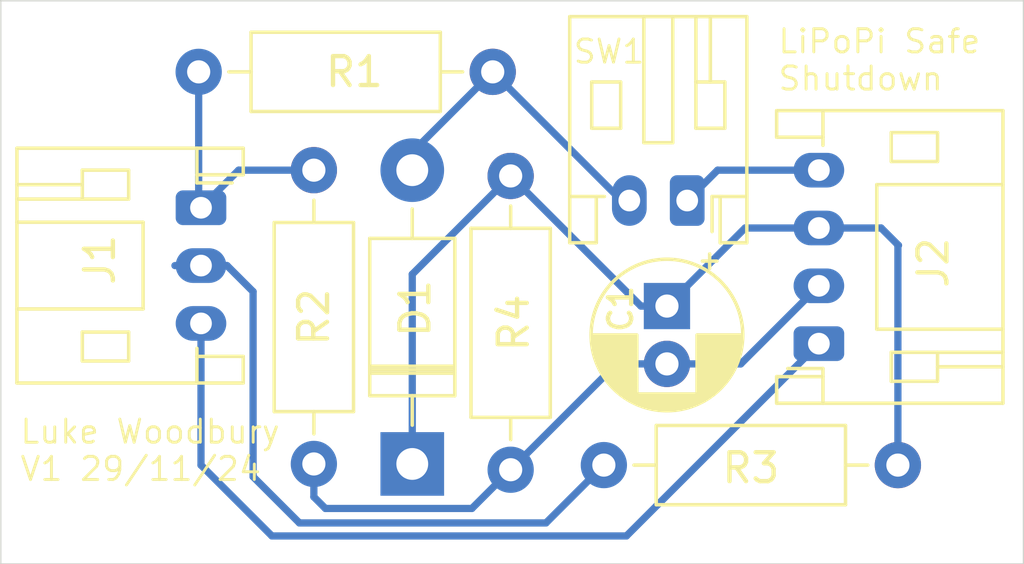
<source format=kicad_pcb>
(kicad_pcb (version 20240928)
	(generator "gerbview")
	(generator_version "9.0")

	(layers 
		(0 F.Cu signal)
		(2 B.Cu signal)
		(1 F.Mask user)
		(3 B.Mask user)
		(5 F.SilkS user)
		(7 B.SilkS user)
		(9 F.Adhes user)
		(11 B.Adhes user)
		(13 F.Paste user)
		(15 B.Paste user)
		(17 Dwgs.User user)
		(19 Cmts.User user)
		(21 Eco1.User user)
		(23 Eco2.User user)
		(25 Edge.Cuts user)
		(27 Margin user)
		(29 B.CrtYd user)
		(31 F.CrtYd user)
		(33 B.Fab user)
		(35 F.Fab user)
	)

	(gr_line
		(start 119.18 55.84) (end 154.52 55.84) (layer Edge.Cuts)
		(stroke (width 0.05) (type solid))
	)
	(gr_line
		(start 154.52 55.84) (end 154.52 75.32) (layer Edge.Cuts)
		(stroke (width 0.05) (type solid))
	)
	(gr_line
		(start 154.52 75.32) (end 119.18 75.32) (layer Edge.Cuts)
		(stroke (width 0.05) (type solid))
	)
	(gr_line
		(start 119.18 75.32) (end 119.18 55.84) (layer Edge.Cuts)
		(stroke (width 0.05) (type solid))
	)
	(gr_line
		(start 120.43722 71.1089) (end 120.05627 71.1089) (layer F.SilkS)
		(stroke (width 0.1) (type solid))
	)
	(gr_line
		(start 120.05627 71.1089) (end 120.05627 70.3089) (layer F.SilkS)
		(stroke (width 0.1) (type solid))
	)
	(gr_line
		(start 121.04674 70.57556) (end 121.04674 71.1089) (layer F.SilkS)
		(stroke (width 0.1) (type solid))
	)
	(gr_line
		(start 120.70388 70.57556) (end 120.70388 70.99461) (layer F.SilkS)
		(stroke (width 0.1) (type solid))
	)
	(gr_line
		(start 120.70388 70.99461) (end 120.74198 71.0708) (layer F.SilkS)
		(stroke (width 0.1) (type solid))
	)
	(gr_line
		(start 120.74198 71.0708) (end 120.81817 71.1089) (layer F.SilkS)
		(stroke (width 0.1) (type solid))
	)
	(gr_line
		(start 120.81817 71.1089) (end 120.93246 71.1089) (layer F.SilkS)
		(stroke (width 0.1) (type solid))
	)
	(gr_line
		(start 120.93246 71.1089) (end 121.00865 71.0708) (layer F.SilkS)
		(stroke (width 0.1) (type solid))
	)
	(gr_line
		(start 121.00865 71.0708) (end 121.04674 71.0327) (layer F.SilkS)
		(stroke (width 0.1) (type solid))
	)
	(gr_line
		(start 121.42769 71.1089) (end 121.42769 70.3089) (layer F.SilkS)
		(stroke (width 0.1) (type solid))
	)
	(gr_line
		(start 121.50388 70.80413) (end 121.73246 71.1089) (layer F.SilkS)
		(stroke (width 0.1) (type solid))
	)
	(gr_line
		(start 121.73246 70.57556) (end 121.42769 70.88032) (layer F.SilkS)
		(stroke (width 0.1) (type solid))
	)
	(gr_line
		(start 122.38008 71.0708) (end 122.30388 71.1089) (layer F.SilkS)
		(stroke (width 0.1) (type solid))
	)
	(gr_line
		(start 122.30388 71.1089) (end 122.1515 71.1089) (layer F.SilkS)
		(stroke (width 0.1) (type solid))
	)
	(gr_line
		(start 122.1515 71.1089) (end 122.07531 71.0708) (layer F.SilkS)
		(stroke (width 0.1) (type solid))
	)
	(gr_line
		(start 122.07531 71.0708) (end 122.03722 70.99461) (layer F.SilkS)
		(stroke (width 0.1) (type solid))
	)
	(gr_line
		(start 122.03722 70.99461) (end 122.03722 70.68985) (layer F.SilkS)
		(stroke (width 0.1) (type solid))
	)
	(gr_line
		(start 122.03722 70.68985) (end 122.07531 70.61366) (layer F.SilkS)
		(stroke (width 0.1) (type solid))
	)
	(gr_line
		(start 122.07531 70.61366) (end 122.1515 70.57556) (layer F.SilkS)
		(stroke (width 0.1) (type solid))
	)
	(gr_line
		(start 122.1515 70.57556) (end 122.30388 70.57556) (layer F.SilkS)
		(stroke (width 0.1) (type solid))
	)
	(gr_line
		(start 122.30388 70.57556) (end 122.38008 70.61366) (layer F.SilkS)
		(stroke (width 0.1) (type solid))
	)
	(gr_line
		(start 122.38008 70.61366) (end 122.41817 70.68985) (layer F.SilkS)
		(stroke (width 0.1) (type solid))
	)
	(gr_line
		(start 122.41817 70.68985) (end 122.41817 70.76604) (layer F.SilkS)
		(stroke (width 0.1) (type solid))
	)
	(gr_line
		(start 122.41817 70.76604) (end 122.03722 70.84223) (layer F.SilkS)
		(stroke (width 0.1) (type solid))
	)
	(gr_line
		(start 123.29436 70.3089) (end 123.48484 71.1089) (layer F.SilkS)
		(stroke (width 0.1) (type solid))
	)
	(gr_line
		(start 123.48484 71.1089) (end 123.63722 70.53747) (layer F.SilkS)
		(stroke (width 0.1) (type solid))
	)
	(gr_line
		(start 123.63722 70.53747) (end 123.7896 71.1089) (layer F.SilkS)
		(stroke (width 0.1) (type solid))
	)
	(gr_line
		(start 123.7896 71.1089) (end 123.98008 70.3089) (layer F.SilkS)
		(stroke (width 0.1) (type solid))
	)
	(gr_line
		(start 124.39912 71.1089) (end 124.32293 71.0708) (layer F.SilkS)
		(stroke (width 0.1) (type solid))
	)
	(gr_line
		(start 124.32293 71.0708) (end 124.28484 71.0327) (layer F.SilkS)
		(stroke (width 0.1) (type solid))
	)
	(gr_line
		(start 124.28484 71.0327) (end 124.24674 70.95651) (layer F.SilkS)
		(stroke (width 0.1) (type solid))
	)
	(gr_line
		(start 124.24674 70.95651) (end 124.24674 70.72794) (layer F.SilkS)
		(stroke (width 0.1) (type solid))
	)
	(gr_line
		(start 124.24674 70.72794) (end 124.28484 70.65175) (layer F.SilkS)
		(stroke (width 0.1) (type solid))
	)
	(gr_line
		(start 124.28484 70.65175) (end 124.32293 70.61366) (layer F.SilkS)
		(stroke (width 0.1) (type solid))
	)
	(gr_line
		(start 124.32293 70.61366) (end 124.39912 70.57556) (layer F.SilkS)
		(stroke (width 0.1) (type solid))
	)
	(gr_line
		(start 124.39912 70.57556) (end 124.51341 70.57556) (layer F.SilkS)
		(stroke (width 0.1) (type solid))
	)
	(gr_line
		(start 124.51341 70.57556) (end 124.5896 70.61366) (layer F.SilkS)
		(stroke (width 0.1) (type solid))
	)
	(gr_line
		(start 124.5896 70.61366) (end 124.62769 70.65175) (layer F.SilkS)
		(stroke (width 0.1) (type solid))
	)
	(gr_line
		(start 124.62769 70.65175) (end 124.66579 70.72794) (layer F.SilkS)
		(stroke (width 0.1) (type solid))
	)
	(gr_line
		(start 124.66579 70.72794) (end 124.66579 70.95651) (layer F.SilkS)
		(stroke (width 0.1) (type solid))
	)
	(gr_line
		(start 124.66579 70.95651) (end 124.62769 71.0327) (layer F.SilkS)
		(stroke (width 0.1) (type solid))
	)
	(gr_line
		(start 124.62769 71.0327) (end 124.5896 71.0708) (layer F.SilkS)
		(stroke (width 0.1) (type solid))
	)
	(gr_line
		(start 124.5896 71.0708) (end 124.51341 71.1089) (layer F.SilkS)
		(stroke (width 0.1) (type solid))
	)
	(gr_line
		(start 124.51341 71.1089) (end 124.39912 71.1089) (layer F.SilkS)
		(stroke (width 0.1) (type solid))
	)
	(gr_line
		(start 125.12293 71.1089) (end 125.04674 71.0708) (layer F.SilkS)
		(stroke (width 0.1) (type solid))
	)
	(gr_line
		(start 125.04674 71.0708) (end 125.00865 71.0327) (layer F.SilkS)
		(stroke (width 0.1) (type solid))
	)
	(gr_line
		(start 125.00865 71.0327) (end 124.97055 70.95651) (layer F.SilkS)
		(stroke (width 0.1) (type solid))
	)
	(gr_line
		(start 124.97055 70.95651) (end 124.97055 70.72794) (layer F.SilkS)
		(stroke (width 0.1) (type solid))
	)
	(gr_line
		(start 124.97055 70.72794) (end 125.00865 70.65175) (layer F.SilkS)
		(stroke (width 0.1) (type solid))
	)
	(gr_line
		(start 125.00865 70.65175) (end 125.04674 70.61366) (layer F.SilkS)
		(stroke (width 0.1) (type solid))
	)
	(gr_line
		(start 125.04674 70.61366) (end 125.12293 70.57556) (layer F.SilkS)
		(stroke (width 0.1) (type solid))
	)
	(gr_line
		(start 125.12293 70.57556) (end 125.23722 70.57556) (layer F.SilkS)
		(stroke (width 0.1) (type solid))
	)
	(gr_line
		(start 125.23722 70.57556) (end 125.31341 70.61366) (layer F.SilkS)
		(stroke (width 0.1) (type solid))
	)
	(gr_line
		(start 125.31341 70.61366) (end 125.3515 70.65175) (layer F.SilkS)
		(stroke (width 0.1) (type solid))
	)
	(gr_line
		(start 125.3515 70.65175) (end 125.3896 70.72794) (layer F.SilkS)
		(stroke (width 0.1) (type solid))
	)
	(gr_line
		(start 125.3896 70.72794) (end 125.3896 70.95651) (layer F.SilkS)
		(stroke (width 0.1) (type solid))
	)
	(gr_line
		(start 125.3896 70.95651) (end 125.3515 71.0327) (layer F.SilkS)
		(stroke (width 0.1) (type solid))
	)
	(gr_line
		(start 125.3515 71.0327) (end 125.31341 71.0708) (layer F.SilkS)
		(stroke (width 0.1) (type solid))
	)
	(gr_line
		(start 125.31341 71.0708) (end 125.23722 71.1089) (layer F.SilkS)
		(stroke (width 0.1) (type solid))
	)
	(gr_line
		(start 125.23722 71.1089) (end 125.12293 71.1089) (layer F.SilkS)
		(stroke (width 0.1) (type solid))
	)
	(gr_line
		(start 126.07531 71.1089) (end 126.07531 70.3089) (layer F.SilkS)
		(stroke (width 0.1) (type solid))
	)
	(gr_line
		(start 126.07531 71.0708) (end 125.99912 71.1089) (layer F.SilkS)
		(stroke (width 0.1) (type solid))
	)
	(gr_line
		(start 125.99912 71.1089) (end 125.84674 71.1089) (layer F.SilkS)
		(stroke (width 0.1) (type solid))
	)
	(gr_line
		(start 125.84674 71.1089) (end 125.77055 71.0708) (layer F.SilkS)
		(stroke (width 0.1) (type solid))
	)
	(gr_line
		(start 125.77055 71.0708) (end 125.73246 71.0327) (layer F.SilkS)
		(stroke (width 0.1) (type solid))
	)
	(gr_line
		(start 125.73246 71.0327) (end 125.69436 70.95651) (layer F.SilkS)
		(stroke (width 0.1) (type solid))
	)
	(gr_line
		(start 125.69436 70.95651) (end 125.69436 70.72794) (layer F.SilkS)
		(stroke (width 0.1) (type solid))
	)
	(gr_line
		(start 125.69436 70.72794) (end 125.73246 70.65175) (layer F.SilkS)
		(stroke (width 0.1) (type solid))
	)
	(gr_line
		(start 125.73246 70.65175) (end 125.77055 70.61366) (layer F.SilkS)
		(stroke (width 0.1) (type solid))
	)
	(gr_line
		(start 125.77055 70.61366) (end 125.84674 70.57556) (layer F.SilkS)
		(stroke (width 0.1) (type solid))
	)
	(gr_line
		(start 125.84674 70.57556) (end 125.99912 70.57556) (layer F.SilkS)
		(stroke (width 0.1) (type solid))
	)
	(gr_line
		(start 125.99912 70.57556) (end 126.07531 70.61366) (layer F.SilkS)
		(stroke (width 0.1) (type solid))
	)
	(gr_line
		(start 126.45627 71.1089) (end 126.45627 70.3089) (layer F.SilkS)
		(stroke (width 0.1) (type solid))
	)
	(gr_line
		(start 126.45627 70.61366) (end 126.53246 70.57556) (layer F.SilkS)
		(stroke (width 0.1) (type solid))
	)
	(gr_line
		(start 126.53246 70.57556) (end 126.68484 70.57556) (layer F.SilkS)
		(stroke (width 0.1) (type solid))
	)
	(gr_line
		(start 126.68484 70.57556) (end 126.76103 70.61366) (layer F.SilkS)
		(stroke (width 0.1) (type solid))
	)
	(gr_line
		(start 126.76103 70.61366) (end 126.79912 70.65175) (layer F.SilkS)
		(stroke (width 0.1) (type solid))
	)
	(gr_line
		(start 126.79912 70.65175) (end 126.83722 70.72794) (layer F.SilkS)
		(stroke (width 0.1) (type solid))
	)
	(gr_line
		(start 126.83722 70.72794) (end 126.83722 70.95651) (layer F.SilkS)
		(stroke (width 0.1) (type solid))
	)
	(gr_line
		(start 126.83722 70.95651) (end 126.79912 71.0327) (layer F.SilkS)
		(stroke (width 0.1) (type solid))
	)
	(gr_line
		(start 126.79912 71.0327) (end 126.76103 71.0708) (layer F.SilkS)
		(stroke (width 0.1) (type solid))
	)
	(gr_line
		(start 126.76103 71.0708) (end 126.68484 71.1089) (layer F.SilkS)
		(stroke (width 0.1) (type solid))
	)
	(gr_line
		(start 126.68484 71.1089) (end 126.53246 71.1089) (layer F.SilkS)
		(stroke (width 0.1) (type solid))
	)
	(gr_line
		(start 126.53246 71.1089) (end 126.45627 71.0708) (layer F.SilkS)
		(stroke (width 0.1) (type solid))
	)
	(gr_line
		(start 127.52293 70.57556) (end 127.52293 71.1089) (layer F.SilkS)
		(stroke (width 0.1) (type solid))
	)
	(gr_line
		(start 127.18008 70.57556) (end 127.18008 70.99461) (layer F.SilkS)
		(stroke (width 0.1) (type solid))
	)
	(gr_line
		(start 127.18008 70.99461) (end 127.21817 71.0708) (layer F.SilkS)
		(stroke (width 0.1) (type solid))
	)
	(gr_line
		(start 127.21817 71.0708) (end 127.29436 71.1089) (layer F.SilkS)
		(stroke (width 0.1) (type solid))
	)
	(gr_line
		(start 127.29436 71.1089) (end 127.40865 71.1089) (layer F.SilkS)
		(stroke (width 0.1) (type solid))
	)
	(gr_line
		(start 127.40865 71.1089) (end 127.48484 71.0708) (layer F.SilkS)
		(stroke (width 0.1) (type solid))
	)
	(gr_line
		(start 127.48484 71.0708) (end 127.52293 71.0327) (layer F.SilkS)
		(stroke (width 0.1) (type solid))
	)
	(gr_line
		(start 127.90389 71.1089) (end 127.90389 70.57556) (layer F.SilkS)
		(stroke (width 0.1) (type solid))
	)
	(gr_line
		(start 127.90389 70.72794) (end 127.94198 70.65175) (layer F.SilkS)
		(stroke (width 0.1) (type solid))
	)
	(gr_line
		(start 127.94198 70.65175) (end 127.98008 70.61366) (layer F.SilkS)
		(stroke (width 0.1) (type solid))
	)
	(gr_line
		(start 127.98008 70.61366) (end 128.05627 70.57556) (layer F.SilkS)
		(stroke (width 0.1) (type solid))
	)
	(gr_line
		(start 128.05627 70.57556) (end 128.13246 70.57556) (layer F.SilkS)
		(stroke (width 0.1) (type solid))
	)
	(gr_line
		(start 128.32293 70.57556) (end 128.51341 71.1089) (layer F.SilkS)
		(stroke (width 0.1) (type solid))
	)
	(gr_line
		(start 128.70389 70.57556) (end 128.51341 71.1089) (layer F.SilkS)
		(stroke (width 0.1) (type solid))
	)
	(gr_line
		(start 128.51341 71.1089) (end 128.43722 71.29937) (layer F.SilkS)
		(stroke (width 0.1) (type solid))
	)
	(gr_line
		(start 128.43722 71.29937) (end 128.39913 71.33747) (layer F.SilkS)
		(stroke (width 0.1) (type solid))
	)
	(gr_line
		(start 128.39913 71.33747) (end 128.32293 71.37556) (layer F.SilkS)
		(stroke (width 0.1) (type solid))
	)
	(gr_line
		(start 119.94198 71.5969) (end 120.20865 72.3969) (layer F.SilkS)
		(stroke (width 0.1) (type solid))
	)
	(gr_line
		(start 120.20865 72.3969) (end 120.47531 71.5969) (layer F.SilkS)
		(stroke (width 0.1) (type solid))
	)
	(gr_line
		(start 121.16103 72.3969) (end 120.70388 72.3969) (layer F.SilkS)
		(stroke (width 0.1) (type solid))
	)
	(gr_line
		(start 120.93246 72.3969) (end 120.93246 71.5969) (layer F.SilkS)
		(stroke (width 0.1) (type solid))
	)
	(gr_line
		(start 120.93246 71.5969) (end 120.85626 71.71118) (layer F.SilkS)
		(stroke (width 0.1) (type solid))
	)
	(gr_line
		(start 120.85626 71.71118) (end 120.78007 71.78737) (layer F.SilkS)
		(stroke (width 0.1) (type solid))
	)
	(gr_line
		(start 120.78007 71.78737) (end 120.70388 71.82547) (layer F.SilkS)
		(stroke (width 0.1) (type solid))
	)
	(gr_line
		(start 122.07531 71.67309) (end 122.11341 71.63499) (layer F.SilkS)
		(stroke (width 0.1) (type solid))
	)
	(gr_line
		(start 122.11341 71.63499) (end 122.1896 71.5969) (layer F.SilkS)
		(stroke (width 0.1) (type solid))
	)
	(gr_line
		(start 122.1896 71.5969) (end 122.38007 71.5969) (layer F.SilkS)
		(stroke (width 0.1) (type solid))
	)
	(gr_line
		(start 122.38007 71.5969) (end 122.45627 71.63499) (layer F.SilkS)
		(stroke (width 0.1) (type solid))
	)
	(gr_line
		(start 122.45627 71.63499) (end 122.49436 71.67309) (layer F.SilkS)
		(stroke (width 0.1) (type solid))
	)
	(gr_line
		(start 122.49436 71.67309) (end 122.53246 71.74928) (layer F.SilkS)
		(stroke (width 0.1) (type solid))
	)
	(gr_line
		(start 122.53246 71.74928) (end 122.53246 71.82547) (layer F.SilkS)
		(stroke (width 0.1) (type solid))
	)
	(gr_line
		(start 122.53246 71.82547) (end 122.49436 71.93975) (layer F.SilkS)
		(stroke (width 0.1) (type solid))
	)
	(gr_line
		(start 122.49436 71.93975) (end 122.03722 72.3969) (layer F.SilkS)
		(stroke (width 0.1) (type solid))
	)
	(gr_line
		(start 122.03722 72.3969) (end 122.53246 72.3969) (layer F.SilkS)
		(stroke (width 0.1) (type solid))
	)
	(gr_line
		(start 122.91341 72.3969) (end 123.06579 72.3969) (layer F.SilkS)
		(stroke (width 0.1) (type solid))
	)
	(gr_line
		(start 123.06579 72.3969) (end 123.14198 72.3588) (layer F.SilkS)
		(stroke (width 0.1) (type solid))
	)
	(gr_line
		(start 123.14198 72.3588) (end 123.18008 72.3207) (layer F.SilkS)
		(stroke (width 0.1) (type solid))
	)
	(gr_line
		(start 123.18008 72.3207) (end 123.25627 72.20642) (layer F.SilkS)
		(stroke (width 0.1) (type solid))
	)
	(gr_line
		(start 123.25627 72.20642) (end 123.29436 72.05404) (layer F.SilkS)
		(stroke (width 0.1) (type solid))
	)
	(gr_line
		(start 123.29436 72.05404) (end 123.29436 71.74928) (layer F.SilkS)
		(stroke (width 0.1) (type solid))
	)
	(gr_line
		(start 123.29436 71.74928) (end 123.25627 71.67309) (layer F.SilkS)
		(stroke (width 0.1) (type solid))
	)
	(gr_line
		(start 123.25627 71.67309) (end 123.21817 71.63499) (layer F.SilkS)
		(stroke (width 0.1) (type solid))
	)
	(gr_line
		(start 123.21817 71.63499) (end 123.14198 71.5969) (layer F.SilkS)
		(stroke (width 0.1) (type solid))
	)
	(gr_line
		(start 123.14198 71.5969) (end 122.9896 71.5969) (layer F.SilkS)
		(stroke (width 0.1) (type solid))
	)
	(gr_line
		(start 122.9896 71.5969) (end 122.91341 71.63499) (layer F.SilkS)
		(stroke (width 0.1) (type solid))
	)
	(gr_line
		(start 122.91341 71.63499) (end 122.87531 71.67309) (layer F.SilkS)
		(stroke (width 0.1) (type solid))
	)
	(gr_line
		(start 122.87531 71.67309) (end 122.83722 71.74928) (layer F.SilkS)
		(stroke (width 0.1) (type solid))
	)
	(gr_line
		(start 122.83722 71.74928) (end 122.83722 71.93975) (layer F.SilkS)
		(stroke (width 0.1) (type solid))
	)
	(gr_line
		(start 122.83722 71.93975) (end 122.87531 72.01594) (layer F.SilkS)
		(stroke (width 0.1) (type solid))
	)
	(gr_line
		(start 122.87531 72.01594) (end 122.91341 72.05404) (layer F.SilkS)
		(stroke (width 0.1) (type solid))
	)
	(gr_line
		(start 122.91341 72.05404) (end 122.9896 72.09213) (layer F.SilkS)
		(stroke (width 0.1) (type solid))
	)
	(gr_line
		(start 122.9896 72.09213) (end 123.14198 72.09213) (layer F.SilkS)
		(stroke (width 0.1) (type solid))
	)
	(gr_line
		(start 123.14198 72.09213) (end 123.21817 72.05404) (layer F.SilkS)
		(stroke (width 0.1) (type solid))
	)
	(gr_line
		(start 123.21817 72.05404) (end 123.25627 72.01594) (layer F.SilkS)
		(stroke (width 0.1) (type solid))
	)
	(gr_line
		(start 123.25627 72.01594) (end 123.29436 71.93975) (layer F.SilkS)
		(stroke (width 0.1) (type solid))
	)
	(gr_line
		(start 124.20865 71.5588) (end 123.52293 72.58737) (layer F.SilkS)
		(stroke (width 0.1) (type solid))
	)
	(gr_line
		(start 124.89436 72.3969) (end 124.43722 72.3969) (layer F.SilkS)
		(stroke (width 0.1) (type solid))
	)
	(gr_line
		(start 124.66579 72.3969) (end 124.66579 71.5969) (layer F.SilkS)
		(stroke (width 0.1) (type solid))
	)
	(gr_line
		(start 124.66579 71.5969) (end 124.5896 71.71118) (layer F.SilkS)
		(stroke (width 0.1) (type solid))
	)
	(gr_line
		(start 124.5896 71.71118) (end 124.51341 71.78737) (layer F.SilkS)
		(stroke (width 0.1) (type solid))
	)
	(gr_line
		(start 124.51341 71.78737) (end 124.43722 71.82547) (layer F.SilkS)
		(stroke (width 0.1) (type solid))
	)
	(gr_line
		(start 125.65627 72.3969) (end 125.19912 72.3969) (layer F.SilkS)
		(stroke (width 0.1) (type solid))
	)
	(gr_line
		(start 125.42769 72.3969) (end 125.42769 71.5969) (layer F.SilkS)
		(stroke (width 0.1) (type solid))
	)
	(gr_line
		(start 125.42769 71.5969) (end 125.3515 71.71118) (layer F.SilkS)
		(stroke (width 0.1) (type solid))
	)
	(gr_line
		(start 125.3515 71.71118) (end 125.27531 71.78737) (layer F.SilkS)
		(stroke (width 0.1) (type solid))
	)
	(gr_line
		(start 125.27531 71.78737) (end 125.19912 71.82547) (layer F.SilkS)
		(stroke (width 0.1) (type solid))
	)
	(gr_line
		(start 126.57055 71.5588) (end 125.88484 72.58737) (layer F.SilkS)
		(stroke (width 0.1) (type solid))
	)
	(gr_line
		(start 126.79912 71.67309) (end 126.83722 71.63499) (layer F.SilkS)
		(stroke (width 0.1) (type solid))
	)
	(gr_line
		(start 126.83722 71.63499) (end 126.91341 71.5969) (layer F.SilkS)
		(stroke (width 0.1) (type solid))
	)
	(gr_line
		(start 126.91341 71.5969) (end 127.10388 71.5969) (layer F.SilkS)
		(stroke (width 0.1) (type solid))
	)
	(gr_line
		(start 127.10388 71.5969) (end 127.18008 71.63499) (layer F.SilkS)
		(stroke (width 0.1) (type solid))
	)
	(gr_line
		(start 127.18008 71.63499) (end 127.21817 71.67309) (layer F.SilkS)
		(stroke (width 0.1) (type solid))
	)
	(gr_line
		(start 127.21817 71.67309) (end 127.25627 71.74928) (layer F.SilkS)
		(stroke (width 0.1) (type solid))
	)
	(gr_line
		(start 127.25627 71.74928) (end 127.25627 71.82547) (layer F.SilkS)
		(stroke (width 0.1) (type solid))
	)
	(gr_line
		(start 127.25627 71.82547) (end 127.21817 71.93975) (layer F.SilkS)
		(stroke (width 0.1) (type solid))
	)
	(gr_line
		(start 127.21817 71.93975) (end 126.76103 72.3969) (layer F.SilkS)
		(stroke (width 0.1) (type solid))
	)
	(gr_line
		(start 126.76103 72.3969) (end 127.25627 72.3969) (layer F.SilkS)
		(stroke (width 0.1) (type solid))
	)
	(gr_line
		(start 127.94198 71.86356) (end 127.94198 72.3969) (layer F.SilkS)
		(stroke (width 0.1) (type solid))
	)
	(gr_line
		(start 127.7515 71.5588) (end 127.56103 72.13023) (layer F.SilkS)
		(stroke (width 0.1) (type solid))
	)
	(gr_line
		(start 127.56103 72.13023) (end 128.05627 72.13023) (layer F.SilkS)
		(stroke (width 0.1) (type solid))
	)
	(gr_line
		(start 146.62722 57.6089) (end 146.24627 57.6089) (layer F.SilkS)
		(stroke (width 0.1) (type solid))
	)
	(gr_line
		(start 146.24627 57.6089) (end 146.24627 56.8089) (layer F.SilkS)
		(stroke (width 0.1) (type solid))
	)
	(gr_line
		(start 146.89388 57.6089) (end 146.89388 57.07556) (layer F.SilkS)
		(stroke (width 0.1) (type solid))
	)
	(gr_line
		(start 146.89388 56.8089) (end 146.85579 56.84699) (layer F.SilkS)
		(stroke (width 0.1) (type solid))
	)
	(gr_line
		(start 146.85579 56.84699) (end 146.89388 56.88509) (layer F.SilkS)
		(stroke (width 0.1) (type solid))
	)
	(gr_line
		(start 146.89388 56.88509) (end 146.93198 56.84699) (layer F.SilkS)
		(stroke (width 0.1) (type solid))
	)
	(gr_line
		(start 146.93198 56.84699) (end 146.89388 56.8089) (layer F.SilkS)
		(stroke (width 0.1) (type solid))
	)
	(gr_line
		(start 146.89388 56.8089) (end 146.89388 56.88509) (layer F.SilkS)
		(stroke (width 0.1) (type solid))
	)
	(gr_line
		(start 147.27484 57.6089) (end 147.27484 56.8089) (layer F.SilkS)
		(stroke (width 0.1) (type solid))
	)
	(gr_line
		(start 147.27484 56.8089) (end 147.5796 56.8089) (layer F.SilkS)
		(stroke (width 0.1) (type solid))
	)
	(gr_line
		(start 147.5796 56.8089) (end 147.65579 56.84699) (layer F.SilkS)
		(stroke (width 0.1) (type solid))
	)
	(gr_line
		(start 147.65579 56.84699) (end 147.69388 56.88509) (layer F.SilkS)
		(stroke (width 0.1) (type solid))
	)
	(gr_line
		(start 147.69388 56.88509) (end 147.73198 56.96128) (layer F.SilkS)
		(stroke (width 0.1) (type solid))
	)
	(gr_line
		(start 147.73198 56.96128) (end 147.73198 57.07556) (layer F.SilkS)
		(stroke (width 0.1) (type solid))
	)
	(gr_line
		(start 147.73198 57.07556) (end 147.69388 57.15175) (layer F.SilkS)
		(stroke (width 0.1) (type solid))
	)
	(gr_line
		(start 147.69388 57.15175) (end 147.65579 57.18985) (layer F.SilkS)
		(stroke (width 0.1) (type solid))
	)
	(gr_line
		(start 147.65579 57.18985) (end 147.5796 57.22794) (layer F.SilkS)
		(stroke (width 0.1) (type solid))
	)
	(gr_line
		(start 147.5796 57.22794) (end 147.27484 57.22794) (layer F.SilkS)
		(stroke (width 0.1) (type solid))
	)
	(gr_line
		(start 148.18912 57.6089) (end 148.11293 57.5708) (layer F.SilkS)
		(stroke (width 0.1) (type solid))
	)
	(gr_line
		(start 148.11293 57.5708) (end 148.07484 57.5327) (layer F.SilkS)
		(stroke (width 0.1) (type solid))
	)
	(gr_line
		(start 148.07484 57.5327) (end 148.03674 57.45651) (layer F.SilkS)
		(stroke (width 0.1) (type solid))
	)
	(gr_line
		(start 148.03674 57.45651) (end 148.03674 57.22794) (layer F.SilkS)
		(stroke (width 0.1) (type solid))
	)
	(gr_line
		(start 148.03674 57.22794) (end 148.07484 57.15175) (layer F.SilkS)
		(stroke (width 0.1) (type solid))
	)
	(gr_line
		(start 148.07484 57.15175) (end 148.11293 57.11366) (layer F.SilkS)
		(stroke (width 0.1) (type solid))
	)
	(gr_line
		(start 148.11293 57.11366) (end 148.18912 57.07556) (layer F.SilkS)
		(stroke (width 0.1) (type solid))
	)
	(gr_line
		(start 148.18912 57.07556) (end 148.30341 57.07556) (layer F.SilkS)
		(stroke (width 0.1) (type solid))
	)
	(gr_line
		(start 148.30341 57.07556) (end 148.3796 57.11366) (layer F.SilkS)
		(stroke (width 0.1) (type solid))
	)
	(gr_line
		(start 148.3796 57.11366) (end 148.41769 57.15175) (layer F.SilkS)
		(stroke (width 0.1) (type solid))
	)
	(gr_line
		(start 148.41769 57.15175) (end 148.45579 57.22794) (layer F.SilkS)
		(stroke (width 0.1) (type solid))
	)
	(gr_line
		(start 148.45579 57.22794) (end 148.45579 57.45651) (layer F.SilkS)
		(stroke (width 0.1) (type solid))
	)
	(gr_line
		(start 148.45579 57.45651) (end 148.41769 57.5327) (layer F.SilkS)
		(stroke (width 0.1) (type solid))
	)
	(gr_line
		(start 148.41769 57.5327) (end 148.3796 57.5708) (layer F.SilkS)
		(stroke (width 0.1) (type solid))
	)
	(gr_line
		(start 148.3796 57.5708) (end 148.30341 57.6089) (layer F.SilkS)
		(stroke (width 0.1) (type solid))
	)
	(gr_line
		(start 148.30341 57.6089) (end 148.18912 57.6089) (layer F.SilkS)
		(stroke (width 0.1) (type solid))
	)
	(gr_line
		(start 148.79865 57.6089) (end 148.79865 56.8089) (layer F.SilkS)
		(stroke (width 0.1) (type solid))
	)
	(gr_line
		(start 148.79865 56.8089) (end 149.10341 56.8089) (layer F.SilkS)
		(stroke (width 0.1) (type solid))
	)
	(gr_line
		(start 149.10341 56.8089) (end 149.1796 56.84699) (layer F.SilkS)
		(stroke (width 0.1) (type solid))
	)
	(gr_line
		(start 149.1796 56.84699) (end 149.21769 56.88509) (layer F.SilkS)
		(stroke (width 0.1) (type solid))
	)
	(gr_line
		(start 149.21769 56.88509) (end 149.25579 56.96128) (layer F.SilkS)
		(stroke (width 0.1) (type solid))
	)
	(gr_line
		(start 149.25579 56.96128) (end 149.25579 57.07556) (layer F.SilkS)
		(stroke (width 0.1) (type solid))
	)
	(gr_line
		(start 149.25579 57.07556) (end 149.21769 57.15175) (layer F.SilkS)
		(stroke (width 0.1) (type solid))
	)
	(gr_line
		(start 149.21769 57.15175) (end 149.1796 57.18985) (layer F.SilkS)
		(stroke (width 0.1) (type solid))
	)
	(gr_line
		(start 149.1796 57.18985) (end 149.10341 57.22794) (layer F.SilkS)
		(stroke (width 0.1) (type solid))
	)
	(gr_line
		(start 149.10341 57.22794) (end 148.79865 57.22794) (layer F.SilkS)
		(stroke (width 0.1) (type solid))
	)
	(gr_line
		(start 149.59865 57.6089) (end 149.59865 57.07556) (layer F.SilkS)
		(stroke (width 0.1) (type solid))
	)
	(gr_line
		(start 149.59865 56.8089) (end 149.56055 56.84699) (layer F.SilkS)
		(stroke (width 0.1) (type solid))
	)
	(gr_line
		(start 149.56055 56.84699) (end 149.59865 56.88509) (layer F.SilkS)
		(stroke (width 0.1) (type solid))
	)
	(gr_line
		(start 149.59865 56.88509) (end 149.63674 56.84699) (layer F.SilkS)
		(stroke (width 0.1) (type solid))
	)
	(gr_line
		(start 149.63674 56.84699) (end 149.59865 56.8089) (layer F.SilkS)
		(stroke (width 0.1) (type solid))
	)
	(gr_line
		(start 149.59865 56.8089) (end 149.59865 56.88509) (layer F.SilkS)
		(stroke (width 0.1) (type solid))
	)
	(gr_line
		(start 150.55103 57.5708) (end 150.66531 57.6089) (layer F.SilkS)
		(stroke (width 0.1) (type solid))
	)
	(gr_line
		(start 150.66531 57.6089) (end 150.85579 57.6089) (layer F.SilkS)
		(stroke (width 0.1) (type solid))
	)
	(gr_line
		(start 150.85579 57.6089) (end 150.93198 57.5708) (layer F.SilkS)
		(stroke (width 0.1) (type solid))
	)
	(gr_line
		(start 150.93198 57.5708) (end 150.97007 57.5327) (layer F.SilkS)
		(stroke (width 0.1) (type solid))
	)
	(gr_line
		(start 150.97007 57.5327) (end 151.00817 57.45651) (layer F.SilkS)
		(stroke (width 0.1) (type solid))
	)
	(gr_line
		(start 151.00817 57.45651) (end 151.00817 57.38032) (layer F.SilkS)
		(stroke (width 0.1) (type solid))
	)
	(gr_line
		(start 151.00817 57.38032) (end 150.97007 57.30413) (layer F.SilkS)
		(stroke (width 0.1) (type solid))
	)
	(gr_line
		(start 150.97007 57.30413) (end 150.93198 57.26604) (layer F.SilkS)
		(stroke (width 0.1) (type solid))
	)
	(gr_line
		(start 150.93198 57.26604) (end 150.85579 57.22794) (layer F.SilkS)
		(stroke (width 0.1) (type solid))
	)
	(gr_line
		(start 150.85579 57.22794) (end 150.70341 57.18985) (layer F.SilkS)
		(stroke (width 0.1) (type solid))
	)
	(gr_line
		(start 150.70341 57.18985) (end 150.62722 57.15175) (layer F.SilkS)
		(stroke (width 0.1) (type solid))
	)
	(gr_line
		(start 150.62722 57.15175) (end 150.58912 57.11366) (layer F.SilkS)
		(stroke (width 0.1) (type solid))
	)
	(gr_line
		(start 150.58912 57.11366) (end 150.55103 57.03747) (layer F.SilkS)
		(stroke (width 0.1) (type solid))
	)
	(gr_line
		(start 150.55103 57.03747) (end 150.55103 56.96128) (layer F.SilkS)
		(stroke (width 0.1) (type solid))
	)
	(gr_line
		(start 150.55103 56.96128) (end 150.58912 56.88509) (layer F.SilkS)
		(stroke (width 0.1) (type solid))
	)
	(gr_line
		(start 150.58912 56.88509) (end 150.62722 56.84699) (layer F.SilkS)
		(stroke (width 0.1) (type solid))
	)
	(gr_line
		(start 150.62722 56.84699) (end 150.70341 56.8089) (layer F.SilkS)
		(stroke (width 0.1) (type solid))
	)
	(gr_line
		(start 150.70341 56.8089) (end 150.89388 56.8089) (layer F.SilkS)
		(stroke (width 0.1) (type solid))
	)
	(gr_line
		(start 150.89388 56.8089) (end 151.00817 56.84699) (layer F.SilkS)
		(stroke (width 0.1) (type solid))
	)
	(gr_line
		(start 151.69388 57.6089) (end 151.69388 57.18985) (layer F.SilkS)
		(stroke (width 0.1) (type solid))
	)
	(gr_line
		(start 151.69388 57.18985) (end 151.65579 57.11366) (layer F.SilkS)
		(stroke (width 0.1) (type solid))
	)
	(gr_line
		(start 151.65579 57.11366) (end 151.5796 57.07556) (layer F.SilkS)
		(stroke (width 0.1) (type solid))
	)
	(gr_line
		(start 151.5796 57.07556) (end 151.42722 57.07556) (layer F.SilkS)
		(stroke (width 0.1) (type solid))
	)
	(gr_line
		(start 151.42722 57.07556) (end 151.35103 57.11366) (layer F.SilkS)
		(stroke (width 0.1) (type solid))
	)
	(gr_line
		(start 151.69388 57.5708) (end 151.61769 57.6089) (layer F.SilkS)
		(stroke (width 0.1) (type solid))
	)
	(gr_line
		(start 151.61769 57.6089) (end 151.42722 57.6089) (layer F.SilkS)
		(stroke (width 0.1) (type solid))
	)
	(gr_line
		(start 151.42722 57.6089) (end 151.35103 57.5708) (layer F.SilkS)
		(stroke (width 0.1) (type solid))
	)
	(gr_line
		(start 151.35103 57.5708) (end 151.31293 57.49461) (layer F.SilkS)
		(stroke (width 0.1) (type solid))
	)
	(gr_line
		(start 151.31293 57.49461) (end 151.31293 57.41842) (layer F.SilkS)
		(stroke (width 0.1) (type solid))
	)
	(gr_line
		(start 151.31293 57.41842) (end 151.35103 57.34223) (layer F.SilkS)
		(stroke (width 0.1) (type solid))
	)
	(gr_line
		(start 151.35103 57.34223) (end 151.42722 57.30413) (layer F.SilkS)
		(stroke (width 0.1) (type solid))
	)
	(gr_line
		(start 151.42722 57.30413) (end 151.61769 57.30413) (layer F.SilkS)
		(stroke (width 0.1) (type solid))
	)
	(gr_line
		(start 151.61769 57.30413) (end 151.69388 57.26604) (layer F.SilkS)
		(stroke (width 0.1) (type solid))
	)
	(gr_line
		(start 151.96055 57.07556) (end 152.26531 57.07556) (layer F.SilkS)
		(stroke (width 0.1) (type solid))
	)
	(gr_line
		(start 152.07484 57.6089) (end 152.07484 56.92318) (layer F.SilkS)
		(stroke (width 0.1) (type solid))
	)
	(gr_line
		(start 152.07484 56.92318) (end 152.11293 56.84699) (layer F.SilkS)
		(stroke (width 0.1) (type solid))
	)
	(gr_line
		(start 152.11293 56.84699) (end 152.18912 56.8089) (layer F.SilkS)
		(stroke (width 0.1) (type solid))
	)
	(gr_line
		(start 152.18912 56.8089) (end 152.26531 56.8089) (layer F.SilkS)
		(stroke (width 0.1) (type solid))
	)
	(gr_line
		(start 152.83674 57.5708) (end 152.76055 57.6089) (layer F.SilkS)
		(stroke (width 0.1) (type solid))
	)
	(gr_line
		(start 152.76055 57.6089) (end 152.60817 57.6089) (layer F.SilkS)
		(stroke (width 0.1) (type solid))
	)
	(gr_line
		(start 152.60817 57.6089) (end 152.53198 57.5708) (layer F.SilkS)
		(stroke (width 0.1) (type solid))
	)
	(gr_line
		(start 152.53198 57.5708) (end 152.49388 57.49461) (layer F.SilkS)
		(stroke (width 0.1) (type solid))
	)
	(gr_line
		(start 152.49388 57.49461) (end 152.49388 57.18985) (layer F.SilkS)
		(stroke (width 0.1) (type solid))
	)
	(gr_line
		(start 152.49388 57.18985) (end 152.53198 57.11366) (layer F.SilkS)
		(stroke (width 0.1) (type solid))
	)
	(gr_line
		(start 152.53198 57.11366) (end 152.60817 57.07556) (layer F.SilkS)
		(stroke (width 0.1) (type solid))
	)
	(gr_line
		(start 152.60817 57.07556) (end 152.76055 57.07556) (layer F.SilkS)
		(stroke (width 0.1) (type solid))
	)
	(gr_line
		(start 152.76055 57.07556) (end 152.83674 57.11366) (layer F.SilkS)
		(stroke (width 0.1) (type solid))
	)
	(gr_line
		(start 152.83674 57.11366) (end 152.87484 57.18985) (layer F.SilkS)
		(stroke (width 0.1) (type solid))
	)
	(gr_line
		(start 152.87484 57.18985) (end 152.87484 57.26604) (layer F.SilkS)
		(stroke (width 0.1) (type solid))
	)
	(gr_line
		(start 152.87484 57.26604) (end 152.49388 57.34223) (layer F.SilkS)
		(stroke (width 0.1) (type solid))
	)
	(gr_line
		(start 146.20817 58.8588) (end 146.32246 58.8969) (layer F.SilkS)
		(stroke (width 0.1) (type solid))
	)
	(gr_line
		(start 146.32246 58.8969) (end 146.51293 58.8969) (layer F.SilkS)
		(stroke (width 0.1) (type solid))
	)
	(gr_line
		(start 146.51293 58.8969) (end 146.58912 58.8588) (layer F.SilkS)
		(stroke (width 0.1) (type solid))
	)
	(gr_line
		(start 146.58912 58.8588) (end 146.62722 58.8207) (layer F.SilkS)
		(stroke (width 0.1) (type solid))
	)
	(gr_line
		(start 146.62722 58.8207) (end 146.66531 58.74451) (layer F.SilkS)
		(stroke (width 0.1) (type solid))
	)
	(gr_line
		(start 146.66531 58.74451) (end 146.66531 58.66832) (layer F.SilkS)
		(stroke (width 0.1) (type solid))
	)
	(gr_line
		(start 146.66531 58.66832) (end 146.62722 58.59213) (layer F.SilkS)
		(stroke (width 0.1) (type solid))
	)
	(gr_line
		(start 146.62722 58.59213) (end 146.58912 58.55404) (layer F.SilkS)
		(stroke (width 0.1) (type solid))
	)
	(gr_line
		(start 146.58912 58.55404) (end 146.51293 58.51594) (layer F.SilkS)
		(stroke (width 0.1) (type solid))
	)
	(gr_line
		(start 146.51293 58.51594) (end 146.36055 58.47785) (layer F.SilkS)
		(stroke (width 0.1) (type solid))
	)
	(gr_line
		(start 146.36055 58.47785) (end 146.28436 58.43975) (layer F.SilkS)
		(stroke (width 0.1) (type solid))
	)
	(gr_line
		(start 146.28436 58.43975) (end 146.24627 58.40166) (layer F.SilkS)
		(stroke (width 0.1) (type solid))
	)
	(gr_line
		(start 146.24627 58.40166) (end 146.20817 58.32547) (layer F.SilkS)
		(stroke (width 0.1) (type solid))
	)
	(gr_line
		(start 146.20817 58.32547) (end 146.20817 58.24928) (layer F.SilkS)
		(stroke (width 0.1) (type solid))
	)
	(gr_line
		(start 146.20817 58.24928) (end 146.24627 58.17309) (layer F.SilkS)
		(stroke (width 0.1) (type solid))
	)
	(gr_line
		(start 146.24627 58.17309) (end 146.28436 58.13499) (layer F.SilkS)
		(stroke (width 0.1) (type solid))
	)
	(gr_line
		(start 146.28436 58.13499) (end 146.36055 58.0969) (layer F.SilkS)
		(stroke (width 0.1) (type solid))
	)
	(gr_line
		(start 146.36055 58.0969) (end 146.55103 58.0969) (layer F.SilkS)
		(stroke (width 0.1) (type solid))
	)
	(gr_line
		(start 146.55103 58.0969) (end 146.66531 58.13499) (layer F.SilkS)
		(stroke (width 0.1) (type solid))
	)
	(gr_line
		(start 147.00817 58.8969) (end 147.00817 58.0969) (layer F.SilkS)
		(stroke (width 0.1) (type solid))
	)
	(gr_line
		(start 147.35103 58.8969) (end 147.35103 58.47785) (layer F.SilkS)
		(stroke (width 0.1) (type solid))
	)
	(gr_line
		(start 147.35103 58.47785) (end 147.31293 58.40166) (layer F.SilkS)
		(stroke (width 0.1) (type solid))
	)
	(gr_line
		(start 147.31293 58.40166) (end 147.23674 58.36356) (layer F.SilkS)
		(stroke (width 0.1) (type solid))
	)
	(gr_line
		(start 147.23674 58.36356) (end 147.12246 58.36356) (layer F.SilkS)
		(stroke (width 0.1) (type solid))
	)
	(gr_line
		(start 147.12246 58.36356) (end 147.04627 58.40166) (layer F.SilkS)
		(stroke (width 0.1) (type solid))
	)
	(gr_line
		(start 147.04627 58.40166) (end 147.00817 58.43975) (layer F.SilkS)
		(stroke (width 0.1) (type solid))
	)
	(gr_line
		(start 148.07484 58.36356) (end 148.07484 58.8969) (layer F.SilkS)
		(stroke (width 0.1) (type solid))
	)
	(gr_line
		(start 147.73198 58.36356) (end 147.73198 58.78261) (layer F.SilkS)
		(stroke (width 0.1) (type solid))
	)
	(gr_line
		(start 147.73198 58.78261) (end 147.77008 58.8588) (layer F.SilkS)
		(stroke (width 0.1) (type solid))
	)
	(gr_line
		(start 147.77008 58.8588) (end 147.84627 58.8969) (layer F.SilkS)
		(stroke (width 0.1) (type solid))
	)
	(gr_line
		(start 147.84627 58.8969) (end 147.96055 58.8969) (layer F.SilkS)
		(stroke (width 0.1) (type solid))
	)
	(gr_line
		(start 147.96055 58.8969) (end 148.03674 58.8588) (layer F.SilkS)
		(stroke (width 0.1) (type solid))
	)
	(gr_line
		(start 148.03674 58.8588) (end 148.07484 58.8207) (layer F.SilkS)
		(stroke (width 0.1) (type solid))
	)
	(gr_line
		(start 148.3415 58.36356) (end 148.64627 58.36356) (layer F.SilkS)
		(stroke (width 0.1) (type solid))
	)
	(gr_line
		(start 148.45579 58.0969) (end 148.45579 58.78261) (layer F.SilkS)
		(stroke (width 0.1) (type solid))
	)
	(gr_line
		(start 148.45579 58.78261) (end 148.49389 58.8588) (layer F.SilkS)
		(stroke (width 0.1) (type solid))
	)
	(gr_line
		(start 148.49389 58.8588) (end 148.57008 58.8969) (layer F.SilkS)
		(stroke (width 0.1) (type solid))
	)
	(gr_line
		(start 148.57008 58.8969) (end 148.64627 58.8969) (layer F.SilkS)
		(stroke (width 0.1) (type solid))
	)
	(gr_line
		(start 149.25579 58.8969) (end 149.25579 58.0969) (layer F.SilkS)
		(stroke (width 0.1) (type solid))
	)
	(gr_line
		(start 149.25579 58.8588) (end 149.1796 58.8969) (layer F.SilkS)
		(stroke (width 0.1) (type solid))
	)
	(gr_line
		(start 149.1796 58.8969) (end 149.02722 58.8969) (layer F.SilkS)
		(stroke (width 0.1) (type solid))
	)
	(gr_line
		(start 149.02722 58.8969) (end 148.95103 58.8588) (layer F.SilkS)
		(stroke (width 0.1) (type solid))
	)
	(gr_line
		(start 148.95103 58.8588) (end 148.91293 58.8207) (layer F.SilkS)
		(stroke (width 0.1) (type solid))
	)
	(gr_line
		(start 148.91293 58.8207) (end 148.87484 58.74451) (layer F.SilkS)
		(stroke (width 0.1) (type solid))
	)
	(gr_line
		(start 148.87484 58.74451) (end 148.87484 58.51594) (layer F.SilkS)
		(stroke (width 0.1) (type solid))
	)
	(gr_line
		(start 148.87484 58.51594) (end 148.91293 58.43975) (layer F.SilkS)
		(stroke (width 0.1) (type solid))
	)
	(gr_line
		(start 148.91293 58.43975) (end 148.95103 58.40166) (layer F.SilkS)
		(stroke (width 0.1) (type solid))
	)
	(gr_line
		(start 148.95103 58.40166) (end 149.02722 58.36356) (layer F.SilkS)
		(stroke (width 0.1) (type solid))
	)
	(gr_line
		(start 149.02722 58.36356) (end 149.1796 58.36356) (layer F.SilkS)
		(stroke (width 0.1) (type solid))
	)
	(gr_line
		(start 149.1796 58.36356) (end 149.25579 58.40166) (layer F.SilkS)
		(stroke (width 0.1) (type solid))
	)
	(gr_line
		(start 149.75103 58.8969) (end 149.67484 58.8588) (layer F.SilkS)
		(stroke (width 0.1) (type solid))
	)
	(gr_line
		(start 149.67484 58.8588) (end 149.63674 58.8207) (layer F.SilkS)
		(stroke (width 0.1) (type solid))
	)
	(gr_line
		(start 149.63674 58.8207) (end 149.59865 58.74451) (layer F.SilkS)
		(stroke (width 0.1) (type solid))
	)
	(gr_line
		(start 149.59865 58.74451) (end 149.59865 58.51594) (layer F.SilkS)
		(stroke (width 0.1) (type solid))
	)
	(gr_line
		(start 149.59865 58.51594) (end 149.63674 58.43975) (layer F.SilkS)
		(stroke (width 0.1) (type solid))
	)
	(gr_line
		(start 149.63674 58.43975) (end 149.67484 58.40166) (layer F.SilkS)
		(stroke (width 0.1) (type solid))
	)
	(gr_line
		(start 149.67484 58.40166) (end 149.75103 58.36356) (layer F.SilkS)
		(stroke (width 0.1) (type solid))
	)
	(gr_line
		(start 149.75103 58.36356) (end 149.86531 58.36356) (layer F.SilkS)
		(stroke (width 0.1) (type solid))
	)
	(gr_line
		(start 149.86531 58.36356) (end 149.94151 58.40166) (layer F.SilkS)
		(stroke (width 0.1) (type solid))
	)
	(gr_line
		(start 149.94151 58.40166) (end 149.9796 58.43975) (layer F.SilkS)
		(stroke (width 0.1) (type solid))
	)
	(gr_line
		(start 149.9796 58.43975) (end 150.0177 58.51594) (layer F.SilkS)
		(stroke (width 0.1) (type solid))
	)
	(gr_line
		(start 150.0177 58.51594) (end 150.0177 58.74451) (layer F.SilkS)
		(stroke (width 0.1) (type solid))
	)
	(gr_line
		(start 150.0177 58.74451) (end 149.9796 58.8207) (layer F.SilkS)
		(stroke (width 0.1) (type solid))
	)
	(gr_line
		(start 149.9796 58.8207) (end 149.94151 58.8588) (layer F.SilkS)
		(stroke (width 0.1) (type solid))
	)
	(gr_line
		(start 149.94151 58.8588) (end 149.86531 58.8969) (layer F.SilkS)
		(stroke (width 0.1) (type solid))
	)
	(gr_line
		(start 149.86531 58.8969) (end 149.75103 58.8969) (layer F.SilkS)
		(stroke (width 0.1) (type solid))
	)
	(gr_line
		(start 150.28436 58.36356) (end 150.43674 58.8969) (layer F.SilkS)
		(stroke (width 0.1) (type solid))
	)
	(gr_line
		(start 150.43674 58.8969) (end 150.58912 58.51594) (layer F.SilkS)
		(stroke (width 0.1) (type solid))
	)
	(gr_line
		(start 150.58912 58.51594) (end 150.74151 58.8969) (layer F.SilkS)
		(stroke (width 0.1) (type solid))
	)
	(gr_line
		(start 150.74151 58.8969) (end 150.89389 58.36356) (layer F.SilkS)
		(stroke (width 0.1) (type solid))
	)
	(gr_line
		(start 151.19865 58.36356) (end 151.19865 58.8969) (layer F.SilkS)
		(stroke (width 0.1) (type solid))
	)
	(gr_line
		(start 151.19865 58.43975) (end 151.23674 58.40166) (layer F.SilkS)
		(stroke (width 0.1) (type solid))
	)
	(gr_line
		(start 151.23674 58.40166) (end 151.31293 58.36356) (layer F.SilkS)
		(stroke (width 0.1) (type solid))
	)
	(gr_line
		(start 151.31293 58.36356) (end 151.42722 58.36356) (layer F.SilkS)
		(stroke (width 0.1) (type solid))
	)
	(gr_line
		(start 151.42722 58.36356) (end 151.50341 58.40166) (layer F.SilkS)
		(stroke (width 0.1) (type solid))
	)
	(gr_line
		(start 151.50341 58.40166) (end 151.54151 58.47785) (layer F.SilkS)
		(stroke (width 0.1) (type solid))
	)
	(gr_line
		(start 151.54151 58.47785) (end 151.54151 58.8969) (layer F.SilkS)
		(stroke (width 0.1) (type solid))
	)
	(gr_line
		(start 140.8861 66.63333) (end 140.9242 66.67143) (layer F.SilkS)
		(stroke (width 0.15) (type solid))
	)
	(gr_line
		(start 140.9242 66.67143) (end 140.9623 66.78571) (layer F.SilkS)
		(stroke (width 0.15) (type solid))
	)
	(gr_line
		(start 140.9623 66.78571) (end 140.9623 66.8619) (layer F.SilkS)
		(stroke (width 0.15) (type solid))
	)
	(gr_line
		(start 140.9623 66.8619) (end 140.9242 66.97619) (layer F.SilkS)
		(stroke (width 0.15) (type solid))
	)
	(gr_line
		(start 140.9242 66.97619) (end 140.84801 67.05238) (layer F.SilkS)
		(stroke (width 0.15) (type solid))
	)
	(gr_line
		(start 140.84801 67.05238) (end 140.77182 67.09048) (layer F.SilkS)
		(stroke (width 0.15) (type solid))
	)
	(gr_line
		(start 140.77182 67.09048) (end 140.61944 67.12857) (layer F.SilkS)
		(stroke (width 0.15) (type solid))
	)
	(gr_line
		(start 140.61944 67.12857) (end 140.50515 67.12857) (layer F.SilkS)
		(stroke (width 0.15) (type solid))
	)
	(gr_line
		(start 140.50515 67.12857) (end 140.35277 67.09048) (layer F.SilkS)
		(stroke (width 0.15) (type solid))
	)
	(gr_line
		(start 140.35277 67.09048) (end 140.27658 67.05238) (layer F.SilkS)
		(stroke (width 0.15) (type solid))
	)
	(gr_line
		(start 140.27658 67.05238) (end 140.20039 66.97619) (layer F.SilkS)
		(stroke (width 0.15) (type solid))
	)
	(gr_line
		(start 140.20039 66.97619) (end 140.1623 66.8619) (layer F.SilkS)
		(stroke (width 0.15) (type solid))
	)
	(gr_line
		(start 140.1623 66.8619) (end 140.1623 66.78571) (layer F.SilkS)
		(stroke (width 0.15) (type solid))
	)
	(gr_line
		(start 140.1623 66.78571) (end 140.20039 66.67143) (layer F.SilkS)
		(stroke (width 0.15) (type solid))
	)
	(gr_line
		(start 140.20039 66.67143) (end 140.23849 66.63333) (layer F.SilkS)
		(stroke (width 0.15) (type solid))
	)
	(gr_line
		(start 140.9623 65.87143) (end 140.9623 66.32857) (layer F.SilkS)
		(stroke (width 0.15) (type solid))
	)
	(gr_line
		(start 140.9623 66.1) (end 140.1623 66.1) (layer F.SilkS)
		(stroke (width 0.15) (type solid))
	)
	(gr_line
		(start 140.1623 66.1) (end 140.27658 66.17619) (layer F.SilkS)
		(stroke (width 0.15) (type solid))
	)
	(gr_line
		(start 140.27658 66.17619) (end 140.35277 66.25238) (layer F.SilkS)
		(stroke (width 0.15) (type solid))
	)
	(gr_line
		(start 140.35277 66.25238) (end 140.39087 66.32857) (layer F.SilkS)
		(stroke (width 0.15) (type solid))
	)
	(gr_line
		(start 133.95482 67.21809) (end 132.95482 67.21809) (layer F.SilkS)
		(stroke (width 0.15) (type solid))
	)
	(gr_line
		(start 132.95482 67.21809) (end 132.95482 66.98) (layer F.SilkS)
		(stroke (width 0.15) (type solid))
	)
	(gr_line
		(start 132.95482 66.98) (end 133.00244 66.83714) (layer F.SilkS)
		(stroke (width 0.15) (type solid))
	)
	(gr_line
		(start 133.00244 66.83714) (end 133.09768 66.7419) (layer F.SilkS)
		(stroke (width 0.15) (type solid))
	)
	(gr_line
		(start 133.09768 66.7419) (end 133.19291 66.69429) (layer F.SilkS)
		(stroke (width 0.15) (type solid))
	)
	(gr_line
		(start 133.19291 66.69429) (end 133.38339 66.64667) (layer F.SilkS)
		(stroke (width 0.15) (type solid))
	)
	(gr_line
		(start 133.38339 66.64667) (end 133.52625 66.64667) (layer F.SilkS)
		(stroke (width 0.15) (type solid))
	)
	(gr_line
		(start 133.52625 66.64667) (end 133.71672 66.69429) (layer F.SilkS)
		(stroke (width 0.15) (type solid))
	)
	(gr_line
		(start 133.71672 66.69429) (end 133.81196 66.7419) (layer F.SilkS)
		(stroke (width 0.15) (type solid))
	)
	(gr_line
		(start 133.81196 66.7419) (end 133.9072 66.83714) (layer F.SilkS)
		(stroke (width 0.15) (type solid))
	)
	(gr_line
		(start 133.9072 66.83714) (end 133.95482 66.98) (layer F.SilkS)
		(stroke (width 0.15) (type solid))
	)
	(gr_line
		(start 133.95482 66.98) (end 133.95482 67.21809) (layer F.SilkS)
		(stroke (width 0.15) (type solid))
	)
	(gr_line
		(start 133.95482 65.69429) (end 133.95482 66.26571) (layer F.SilkS)
		(stroke (width 0.15) (type solid))
	)
	(gr_line
		(start 133.95482 65.98) (end 132.95482 65.98) (layer F.SilkS)
		(stroke (width 0.15) (type solid))
	)
	(gr_line
		(start 132.95482 65.98) (end 133.09768 66.07524) (layer F.SilkS)
		(stroke (width 0.15) (type solid))
	)
	(gr_line
		(start 133.09768 66.07524) (end 133.19291 66.17048) (layer F.SilkS)
		(stroke (width 0.15) (type solid))
	)
	(gr_line
		(start 133.19291 66.17048) (end 133.24053 66.26571) (layer F.SilkS)
		(stroke (width 0.15) (type solid))
	)
	(gr_line
		(start 122.05482 65.13333) (end 122.7691 65.13333) (layer F.SilkS)
		(stroke (width 0.15) (type solid))
	)
	(gr_line
		(start 122.7691 65.13333) (end 122.91196 65.18095) (layer F.SilkS)
		(stroke (width 0.15) (type solid))
	)
	(gr_line
		(start 122.91196 65.18095) (end 123.0072 65.27619) (layer F.SilkS)
		(stroke (width 0.15) (type solid))
	)
	(gr_line
		(start 123.0072 65.27619) (end 123.05482 65.41905) (layer F.SilkS)
		(stroke (width 0.15) (type solid))
	)
	(gr_line
		(start 123.05482 65.41905) (end 123.05482 65.51429) (layer F.SilkS)
		(stroke (width 0.15) (type solid))
	)
	(gr_line
		(start 123.05482 64.13333) (end 123.05482 64.70476) (layer F.SilkS)
		(stroke (width 0.15) (type solid))
	)
	(gr_line
		(start 123.05482 64.41905) (end 122.05482 64.41905) (layer F.SilkS)
		(stroke (width 0.15) (type solid))
	)
	(gr_line
		(start 122.05482 64.41905) (end 122.19768 64.51429) (layer F.SilkS)
		(stroke (width 0.15) (type solid))
	)
	(gr_line
		(start 122.19768 64.51429) (end 122.29291 64.60952) (layer F.SilkS)
		(stroke (width 0.15) (type solid))
	)
	(gr_line
		(start 122.29291 64.60952) (end 122.34053 64.70476) (layer F.SilkS)
		(stroke (width 0.15) (type solid))
	)
	(gr_line
		(start 150.85482 65.23333) (end 151.5691 65.23333) (layer F.SilkS)
		(stroke (width 0.15) (type solid))
	)
	(gr_line
		(start 151.5691 65.23333) (end 151.71196 65.28095) (layer F.SilkS)
		(stroke (width 0.15) (type solid))
	)
	(gr_line
		(start 151.71196 65.28095) (end 151.8072 65.37619) (layer F.SilkS)
		(stroke (width 0.15) (type solid))
	)
	(gr_line
		(start 151.8072 65.37619) (end 151.85482 65.51905) (layer F.SilkS)
		(stroke (width 0.15) (type solid))
	)
	(gr_line
		(start 151.85482 65.51905) (end 151.85482 65.61429) (layer F.SilkS)
		(stroke (width 0.15) (type solid))
	)
	(gr_line
		(start 150.95006 64.80476) (end 150.90244 64.75714) (layer F.SilkS)
		(stroke (width 0.15) (type solid))
	)
	(gr_line
		(start 150.90244 64.75714) (end 150.85482 64.6619) (layer F.SilkS)
		(stroke (width 0.15) (type solid))
	)
	(gr_line
		(start 150.85482 64.6619) (end 150.85482 64.42381) (layer F.SilkS)
		(stroke (width 0.15) (type solid))
	)
	(gr_line
		(start 150.85482 64.42381) (end 150.90244 64.32857) (layer F.SilkS)
		(stroke (width 0.15) (type solid))
	)
	(gr_line
		(start 150.90244 64.32857) (end 150.95006 64.28095) (layer F.SilkS)
		(stroke (width 0.15) (type solid))
	)
	(gr_line
		(start 150.95006 64.28095) (end 151.0453 64.23333) (layer F.SilkS)
		(stroke (width 0.15) (type solid))
	)
	(gr_line
		(start 151.0453 64.23333) (end 151.14053 64.23333) (layer F.SilkS)
		(stroke (width 0.15) (type solid))
	)
	(gr_line
		(start 151.14053 64.23333) (end 151.28339 64.28095) (layer F.SilkS)
		(stroke (width 0.15) (type solid))
	)
	(gr_line
		(start 151.28339 64.28095) (end 151.85482 64.85238) (layer F.SilkS)
		(stroke (width 0.15) (type solid))
	)
	(gr_line
		(start 151.85482 64.85238) (end 151.85482 64.23333) (layer F.SilkS)
		(stroke (width 0.15) (type solid))
	)
	(gr_line
		(start 131.23333 58.75482) (end 130.9 58.27863) (layer F.SilkS)
		(stroke (width 0.15) (type solid))
	)
	(gr_line
		(start 130.66191 58.75482) (end 130.66191 57.75482) (layer F.SilkS)
		(stroke (width 0.15) (type solid))
	)
	(gr_line
		(start 130.66191 57.75482) (end 131.04286 57.75482) (layer F.SilkS)
		(stroke (width 0.15) (type solid))
	)
	(gr_line
		(start 131.04286 57.75482) (end 131.1381 57.80244) (layer F.SilkS)
		(stroke (width 0.15) (type solid))
	)
	(gr_line
		(start 131.1381 57.80244) (end 131.18571 57.85006) (layer F.SilkS)
		(stroke (width 0.15) (type solid))
	)
	(gr_line
		(start 131.18571 57.85006) (end 131.23333 57.9453) (layer F.SilkS)
		(stroke (width 0.15) (type solid))
	)
	(gr_line
		(start 131.23333 57.9453) (end 131.23333 58.08815) (layer F.SilkS)
		(stroke (width 0.15) (type solid))
	)
	(gr_line
		(start 131.23333 58.08815) (end 131.18571 58.18339) (layer F.SilkS)
		(stroke (width 0.15) (type solid))
	)
	(gr_line
		(start 131.18571 58.18339) (end 131.1381 58.23101) (layer F.SilkS)
		(stroke (width 0.15) (type solid))
	)
	(gr_line
		(start 131.1381 58.23101) (end 131.04286 58.27863) (layer F.SilkS)
		(stroke (width 0.15) (type solid))
	)
	(gr_line
		(start 131.04286 58.27863) (end 130.66191 58.27863) (layer F.SilkS)
		(stroke (width 0.15) (type solid))
	)
	(gr_line
		(start 132.18571 58.75482) (end 131.61429 58.75482) (layer F.SilkS)
		(stroke (width 0.15) (type solid))
	)
	(gr_line
		(start 131.9 58.75482) (end 131.9 57.75482) (layer F.SilkS)
		(stroke (width 0.15) (type solid))
	)
	(gr_line
		(start 131.9 57.75482) (end 131.80476 57.89768) (layer F.SilkS)
		(stroke (width 0.15) (type solid))
	)
	(gr_line
		(start 131.80476 57.89768) (end 131.70952 57.99291) (layer F.SilkS)
		(stroke (width 0.15) (type solid))
	)
	(gr_line
		(start 131.70952 57.99291) (end 131.61429 58.04053) (layer F.SilkS)
		(stroke (width 0.15) (type solid))
	)
	(gr_line
		(start 130.45482 66.94667) (end 129.97863 67.28) (layer F.SilkS)
		(stroke (width 0.15) (type solid))
	)
	(gr_line
		(start 130.45482 67.51809) (end 129.45482 67.51809) (layer F.SilkS)
		(stroke (width 0.15) (type solid))
	)
	(gr_line
		(start 129.45482 67.51809) (end 129.45482 67.13714) (layer F.SilkS)
		(stroke (width 0.15) (type solid))
	)
	(gr_line
		(start 129.45482 67.13714) (end 129.50244 67.0419) (layer F.SilkS)
		(stroke (width 0.15) (type solid))
	)
	(gr_line
		(start 129.50244 67.0419) (end 129.55006 66.99429) (layer F.SilkS)
		(stroke (width 0.15) (type solid))
	)
	(gr_line
		(start 129.55006 66.99429) (end 129.6453 66.94667) (layer F.SilkS)
		(stroke (width 0.15) (type solid))
	)
	(gr_line
		(start 129.6453 66.94667) (end 129.78815 66.94667) (layer F.SilkS)
		(stroke (width 0.15) (type solid))
	)
	(gr_line
		(start 129.78815 66.94667) (end 129.88339 66.99429) (layer F.SilkS)
		(stroke (width 0.15) (type solid))
	)
	(gr_line
		(start 129.88339 66.99429) (end 129.93101 67.0419) (layer F.SilkS)
		(stroke (width 0.15) (type solid))
	)
	(gr_line
		(start 129.93101 67.0419) (end 129.97863 67.13714) (layer F.SilkS)
		(stroke (width 0.15) (type solid))
	)
	(gr_line
		(start 129.97863 67.13714) (end 129.97863 67.51809) (layer F.SilkS)
		(stroke (width 0.15) (type solid))
	)
	(gr_line
		(start 129.55006 66.56571) (end 129.50244 66.51809) (layer F.SilkS)
		(stroke (width 0.15) (type solid))
	)
	(gr_line
		(start 129.50244 66.51809) (end 129.45482 66.42286) (layer F.SilkS)
		(stroke (width 0.15) (type solid))
	)
	(gr_line
		(start 129.45482 66.42286) (end 129.45482 66.18476) (layer F.SilkS)
		(stroke (width 0.15) (type solid))
	)
	(gr_line
		(start 129.45482 66.18476) (end 129.50244 66.08952) (layer F.SilkS)
		(stroke (width 0.15) (type solid))
	)
	(gr_line
		(start 129.50244 66.08952) (end 129.55006 66.0419) (layer F.SilkS)
		(stroke (width 0.15) (type solid))
	)
	(gr_line
		(start 129.55006 66.0419) (end 129.6453 65.99429) (layer F.SilkS)
		(stroke (width 0.15) (type solid))
	)
	(gr_line
		(start 129.6453 65.99429) (end 129.74053 65.99429) (layer F.SilkS)
		(stroke (width 0.15) (type solid))
	)
	(gr_line
		(start 129.74053 65.99429) (end 129.88339 66.0419) (layer F.SilkS)
		(stroke (width 0.15) (type solid))
	)
	(gr_line
		(start 129.88339 66.0419) (end 130.45482 66.61333) (layer F.SilkS)
		(stroke (width 0.15) (type solid))
	)
	(gr_line
		(start 130.45482 66.61333) (end 130.45482 65.99429) (layer F.SilkS)
		(stroke (width 0.15) (type solid))
	)
	(gr_line
		(start 144.93333 72.45482) (end 144.6 71.97863) (layer F.SilkS)
		(stroke (width 0.15) (type solid))
	)
	(gr_line
		(start 144.36191 72.45482) (end 144.36191 71.45482) (layer F.SilkS)
		(stroke (width 0.15) (type solid))
	)
	(gr_line
		(start 144.36191 71.45482) (end 144.74286 71.45482) (layer F.SilkS)
		(stroke (width 0.15) (type solid))
	)
	(gr_line
		(start 144.74286 71.45482) (end 144.8381 71.50244) (layer F.SilkS)
		(stroke (width 0.15) (type solid))
	)
	(gr_line
		(start 144.8381 71.50244) (end 144.88571 71.55006) (layer F.SilkS)
		(stroke (width 0.15) (type solid))
	)
	(gr_line
		(start 144.88571 71.55006) (end 144.93333 71.6453) (layer F.SilkS)
		(stroke (width 0.15) (type solid))
	)
	(gr_line
		(start 144.93333 71.6453) (end 144.93333 71.78815) (layer F.SilkS)
		(stroke (width 0.15) (type solid))
	)
	(gr_line
		(start 144.93333 71.78815) (end 144.88571 71.88339) (layer F.SilkS)
		(stroke (width 0.15) (type solid))
	)
	(gr_line
		(start 144.88571 71.88339) (end 144.8381 71.93101) (layer F.SilkS)
		(stroke (width 0.15) (type solid))
	)
	(gr_line
		(start 144.8381 71.93101) (end 144.74286 71.97863) (layer F.SilkS)
		(stroke (width 0.15) (type solid))
	)
	(gr_line
		(start 144.74286 71.97863) (end 144.36191 71.97863) (layer F.SilkS)
		(stroke (width 0.15) (type solid))
	)
	(gr_line
		(start 145.26667 71.45482) (end 145.88571 71.45482) (layer F.SilkS)
		(stroke (width 0.15) (type solid))
	)
	(gr_line
		(start 145.88571 71.45482) (end 145.55238 71.83577) (layer F.SilkS)
		(stroke (width 0.15) (type solid))
	)
	(gr_line
		(start 145.55238 71.83577) (end 145.69524 71.83577) (layer F.SilkS)
		(stroke (width 0.15) (type solid))
	)
	(gr_line
		(start 145.69524 71.83577) (end 145.79048 71.88339) (layer F.SilkS)
		(stroke (width 0.15) (type solid))
	)
	(gr_line
		(start 145.79048 71.88339) (end 145.8381 71.93101) (layer F.SilkS)
		(stroke (width 0.15) (type solid))
	)
	(gr_line
		(start 145.8381 71.93101) (end 145.88571 72.02625) (layer F.SilkS)
		(stroke (width 0.15) (type solid))
	)
	(gr_line
		(start 145.88571 72.02625) (end 145.88571 72.26434) (layer F.SilkS)
		(stroke (width 0.15) (type solid))
	)
	(gr_line
		(start 145.88571 72.26434) (end 145.8381 72.35958) (layer F.SilkS)
		(stroke (width 0.15) (type solid))
	)
	(gr_line
		(start 145.8381 72.35958) (end 145.79048 72.4072) (layer F.SilkS)
		(stroke (width 0.15) (type solid))
	)
	(gr_line
		(start 145.79048 72.4072) (end 145.69524 72.45482) (layer F.SilkS)
		(stroke (width 0.15) (type solid))
	)
	(gr_line
		(start 145.69524 72.45482) (end 145.40952 72.45482) (layer F.SilkS)
		(stroke (width 0.15) (type solid))
	)
	(gr_line
		(start 145.40952 72.45482) (end 145.31429 72.4072) (layer F.SilkS)
		(stroke (width 0.15) (type solid))
	)
	(gr_line
		(start 145.31429 72.4072) (end 145.26667 72.35958) (layer F.SilkS)
		(stroke (width 0.15) (type solid))
	)
	(gr_line
		(start 137.35482 67.14667) (end 136.87863 67.48) (layer F.SilkS)
		(stroke (width 0.15) (type solid))
	)
	(gr_line
		(start 137.35482 67.71809) (end 136.35482 67.71809) (layer F.SilkS)
		(stroke (width 0.15) (type solid))
	)
	(gr_line
		(start 136.35482 67.71809) (end 136.35482 67.33714) (layer F.SilkS)
		(stroke (width 0.15) (type solid))
	)
	(gr_line
		(start 136.35482 67.33714) (end 136.40244 67.2419) (layer F.SilkS)
		(stroke (width 0.15) (type solid))
	)
	(gr_line
		(start 136.40244 67.2419) (end 136.45006 67.19429) (layer F.SilkS)
		(stroke (width 0.15) (type solid))
	)
	(gr_line
		(start 136.45006 67.19429) (end 136.5453 67.14667) (layer F.SilkS)
		(stroke (width 0.15) (type solid))
	)
	(gr_line
		(start 136.5453 67.14667) (end 136.68815 67.14667) (layer F.SilkS)
		(stroke (width 0.15) (type solid))
	)
	(gr_line
		(start 136.68815 67.14667) (end 136.78339 67.19429) (layer F.SilkS)
		(stroke (width 0.15) (type solid))
	)
	(gr_line
		(start 136.78339 67.19429) (end 136.83101 67.2419) (layer F.SilkS)
		(stroke (width 0.15) (type solid))
	)
	(gr_line
		(start 136.83101 67.2419) (end 136.87863 67.33714) (layer F.SilkS)
		(stroke (width 0.15) (type solid))
	)
	(gr_line
		(start 136.87863 67.33714) (end 136.87863 67.71809) (layer F.SilkS)
		(stroke (width 0.15) (type solid))
	)
	(gr_line
		(start 136.68815 66.28952) (end 137.35482 66.28952) (layer F.SilkS)
		(stroke (width 0.15) (type solid))
	)
	(gr_line
		(start 136.3072 66.52762) (end 137.02149 66.76571) (layer F.SilkS)
		(stroke (width 0.15) (type solid))
	)
	(gr_line
		(start 137.02149 66.76571) (end 137.02149 66.14667) (layer F.SilkS)
		(stroke (width 0.15) (type solid))
	)
	(gr_line
		(start 139.13333 57.9268) (end 139.24762 57.9649) (layer F.SilkS)
		(stroke (width 0.1) (type solid))
	)
	(gr_line
		(start 139.24762 57.9649) (end 139.43809 57.9649) (layer F.SilkS)
		(stroke (width 0.1) (type solid))
	)
	(gr_line
		(start 139.43809 57.9649) (end 139.51429 57.9268) (layer F.SilkS)
		(stroke (width 0.1) (type solid))
	)
	(gr_line
		(start 139.51429 57.9268) (end 139.55238 57.8887) (layer F.SilkS)
		(stroke (width 0.1) (type solid))
	)
	(gr_line
		(start 139.55238 57.8887) (end 139.59048 57.81251) (layer F.SilkS)
		(stroke (width 0.1) (type solid))
	)
	(gr_line
		(start 139.59048 57.81251) (end 139.59048 57.73632) (layer F.SilkS)
		(stroke (width 0.1) (type solid))
	)
	(gr_line
		(start 139.59048 57.73632) (end 139.55238 57.66013) (layer F.SilkS)
		(stroke (width 0.1) (type solid))
	)
	(gr_line
		(start 139.55238 57.66013) (end 139.51429 57.62204) (layer F.SilkS)
		(stroke (width 0.1) (type solid))
	)
	(gr_line
		(start 139.51429 57.62204) (end 139.43809 57.58394) (layer F.SilkS)
		(stroke (width 0.1) (type solid))
	)
	(gr_line
		(start 139.43809 57.58394) (end 139.28571 57.54585) (layer F.SilkS)
		(stroke (width 0.1) (type solid))
	)
	(gr_line
		(start 139.28571 57.54585) (end 139.20952 57.50775) (layer F.SilkS)
		(stroke (width 0.1) (type solid))
	)
	(gr_line
		(start 139.20952 57.50775) (end 139.17143 57.46966) (layer F.SilkS)
		(stroke (width 0.1) (type solid))
	)
	(gr_line
		(start 139.17143 57.46966) (end 139.13333 57.39347) (layer F.SilkS)
		(stroke (width 0.1) (type solid))
	)
	(gr_line
		(start 139.13333 57.39347) (end 139.13333 57.31728) (layer F.SilkS)
		(stroke (width 0.1) (type solid))
	)
	(gr_line
		(start 139.13333 57.31728) (end 139.17143 57.24109) (layer F.SilkS)
		(stroke (width 0.1) (type solid))
	)
	(gr_line
		(start 139.17143 57.24109) (end 139.20952 57.20299) (layer F.SilkS)
		(stroke (width 0.1) (type solid))
	)
	(gr_line
		(start 139.20952 57.20299) (end 139.28571 57.1649) (layer F.SilkS)
		(stroke (width 0.1) (type solid))
	)
	(gr_line
		(start 139.28571 57.1649) (end 139.47619 57.1649) (layer F.SilkS)
		(stroke (width 0.1) (type solid))
	)
	(gr_line
		(start 139.47619 57.1649) (end 139.59048 57.20299) (layer F.SilkS)
		(stroke (width 0.1) (type solid))
	)
	(gr_line
		(start 139.85714 57.1649) (end 140.04762 57.9649) (layer F.SilkS)
		(stroke (width 0.1) (type solid))
	)
	(gr_line
		(start 140.04762 57.9649) (end 140.2 57.39347) (layer F.SilkS)
		(stroke (width 0.1) (type solid))
	)
	(gr_line
		(start 140.2 57.39347) (end 140.35238 57.9649) (layer F.SilkS)
		(stroke (width 0.1) (type solid))
	)
	(gr_line
		(start 140.35238 57.9649) (end 140.54286 57.1649) (layer F.SilkS)
		(stroke (width 0.1) (type solid))
	)
	(gr_line
		(start 141.26667 57.9649) (end 140.80952 57.9649) (layer F.SilkS)
		(stroke (width 0.1) (type solid))
	)
	(gr_line
		(start 141.0381 57.9649) (end 141.0381 57.1649) (layer F.SilkS)
		(stroke (width 0.1) (type solid))
	)
	(gr_line
		(start 141.0381 57.1649) (end 140.9619 57.27918) (layer F.SilkS)
		(stroke (width 0.1) (type solid))
	)
	(gr_line
		(start 140.9619 57.27918) (end 140.88571 57.35537) (layer F.SilkS)
		(stroke (width 0.1) (type solid))
	)
	(gr_line
		(start 140.88571 57.35537) (end 140.80952 57.39347) (layer F.SilkS)
		(stroke (width 0.1) (type solid))
	)
	(gr_line
		(start 143.675 64.59523) (end 143.675 65.09523) (layer F.SilkS)
		(stroke (width 0.12) (type solid))
	)
	(gr_line
		(start 143.925 64.84523) (end 143.425 64.84523) (layer F.SilkS)
		(stroke (width 0.12) (type solid))
	)
	(gr_line
		(start 144.78 67.4) (end 143.24 67.4) (layer F.SilkS)
		(stroke (width 0.12) (type solid))
	)
	(gr_line
		(start 141.16 67.4) (end 139.62 67.4) (layer F.SilkS)
		(stroke (width 0.12) (type solid))
	)
	(gr_line
		(start 144.78 67.44) (end 143.24 67.44) (layer F.SilkS)
		(stroke (width 0.12) (type solid))
	)
	(gr_line
		(start 141.16 67.44) (end 139.62 67.44) (layer F.SilkS)
		(stroke (width 0.12) (type solid))
	)
	(gr_line
		(start 144.779 67.48) (end 143.24 67.48) (layer F.SilkS)
		(stroke (width 0.12) (type solid))
	)
	(gr_line
		(start 141.16 67.48) (end 139.621 67.48) (layer F.SilkS)
		(stroke (width 0.12) (type solid))
	)
	(gr_line
		(start 144.778 67.52) (end 143.24 67.52) (layer F.SilkS)
		(stroke (width 0.12) (type solid))
	)
	(gr_line
		(start 141.16 67.52) (end 139.622 67.52) (layer F.SilkS)
		(stroke (width 0.12) (type solid))
	)
	(gr_line
		(start 144.776 67.56) (end 143.24 67.56) (layer F.SilkS)
		(stroke (width 0.12) (type solid))
	)
	(gr_line
		(start 141.16 67.56) (end 139.624 67.56) (layer F.SilkS)
		(stroke (width 0.12) (type solid))
	)
	(gr_line
		(start 144.773 67.6) (end 143.24 67.6) (layer F.SilkS)
		(stroke (width 0.12) (type solid))
	)
	(gr_line
		(start 141.16 67.6) (end 139.627 67.6) (layer F.SilkS)
		(stroke (width 0.12) (type solid))
	)
	(gr_line
		(start 144.769 67.64) (end 143.24 67.64) (layer F.SilkS)
		(stroke (width 0.12) (type solid))
	)
	(gr_line
		(start 141.16 67.64) (end 139.631 67.64) (layer F.SilkS)
		(stroke (width 0.12) (type solid))
	)
	(gr_line
		(start 144.765 67.68) (end 143.24 67.68) (layer F.SilkS)
		(stroke (width 0.12) (type solid))
	)
	(gr_line
		(start 141.16 67.68) (end 139.635 67.68) (layer F.SilkS)
		(stroke (width 0.12) (type solid))
	)
	(gr_line
		(start 144.761 67.72) (end 143.24 67.72) (layer F.SilkS)
		(stroke (width 0.12) (type solid))
	)
	(gr_line
		(start 141.16 67.72) (end 139.639 67.72) (layer F.SilkS)
		(stroke (width 0.12) (type solid))
	)
	(gr_line
		(start 144.756 67.76) (end 143.24 67.76) (layer F.SilkS)
		(stroke (width 0.12) (type solid))
	)
	(gr_line
		(start 141.16 67.76) (end 139.644 67.76) (layer F.SilkS)
		(stroke (width 0.12) (type solid))
	)
	(gr_line
		(start 144.75 67.8) (end 143.24 67.8) (layer F.SilkS)
		(stroke (width 0.12) (type solid))
	)
	(gr_line
		(start 141.16 67.8) (end 139.65 67.8) (layer F.SilkS)
		(stroke (width 0.12) (type solid))
	)
	(gr_line
		(start 144.743 67.84) (end 143.24 67.84) (layer F.SilkS)
		(stroke (width 0.12) (type solid))
	)
	(gr_line
		(start 141.16 67.84) (end 139.657 67.84) (layer F.SilkS)
		(stroke (width 0.12) (type solid))
	)
	(gr_line
		(start 144.736 67.88) (end 143.24 67.88) (layer F.SilkS)
		(stroke (width 0.12) (type solid))
	)
	(gr_line
		(start 141.16 67.88) (end 139.664 67.88) (layer F.SilkS)
		(stroke (width 0.12) (type solid))
	)
	(gr_line
		(start 144.728 67.92) (end 143.24 67.92) (layer F.SilkS)
		(stroke (width 0.12) (type solid))
	)
	(gr_line
		(start 141.16 67.92) (end 139.672 67.92) (layer F.SilkS)
		(stroke (width 0.12) (type solid))
	)
	(gr_line
		(start 144.72 67.96) (end 143.24 67.96) (layer F.SilkS)
		(stroke (width 0.12) (type solid))
	)
	(gr_line
		(start 141.16 67.96) (end 139.68 67.96) (layer F.SilkS)
		(stroke (width 0.12) (type solid))
	)
	(gr_line
		(start 144.711 68) (end 143.24 68) (layer F.SilkS)
		(stroke (width 0.12) (type solid))
	)
	(gr_line
		(start 141.16 68) (end 139.689 68) (layer F.SilkS)
		(stroke (width 0.12) (type solid))
	)
	(gr_line
		(start 144.701 68.04) (end 143.24 68.04) (layer F.SilkS)
		(stroke (width 0.12) (type solid))
	)
	(gr_line
		(start 141.16 68.04) (end 139.699 68.04) (layer F.SilkS)
		(stroke (width 0.12) (type solid))
	)
	(gr_line
		(start 144.691 68.08) (end 143.24 68.08) (layer F.SilkS)
		(stroke (width 0.12) (type solid))
	)
	(gr_line
		(start 141.16 68.08) (end 139.709 68.08) (layer F.SilkS)
		(stroke (width 0.12) (type solid))
	)
	(gr_line
		(start 144.68 68.121) (end 143.24 68.121) (layer F.SilkS)
		(stroke (width 0.12) (type solid))
	)
	(gr_line
		(start 141.16 68.121) (end 139.72 68.121) (layer F.SilkS)
		(stroke (width 0.12) (type solid))
	)
	(gr_line
		(start 144.668 68.161) (end 143.24 68.161) (layer F.SilkS)
		(stroke (width 0.12) (type solid))
	)
	(gr_line
		(start 141.16 68.161) (end 139.732 68.161) (layer F.SilkS)
		(stroke (width 0.12) (type solid))
	)
	(gr_line
		(start 144.655 68.201) (end 143.24 68.201) (layer F.SilkS)
		(stroke (width 0.12) (type solid))
	)
	(gr_line
		(start 141.16 68.201) (end 139.745 68.201) (layer F.SilkS)
		(stroke (width 0.12) (type solid))
	)
	(gr_line
		(start 144.642 68.241) (end 143.24 68.241) (layer F.SilkS)
		(stroke (width 0.12) (type solid))
	)
	(gr_line
		(start 141.16 68.241) (end 139.758 68.241) (layer F.SilkS)
		(stroke (width 0.12) (type solid))
	)
	(gr_line
		(start 144.628 68.281) (end 143.24 68.281) (layer F.SilkS)
		(stroke (width 0.12) (type solid))
	)
	(gr_line
		(start 141.16 68.281) (end 139.772 68.281) (layer F.SilkS)
		(stroke (width 0.12) (type solid))
	)
	(gr_line
		(start 144.614 68.321) (end 143.24 68.321) (layer F.SilkS)
		(stroke (width 0.12) (type solid))
	)
	(gr_line
		(start 141.16 68.321) (end 139.786 68.321) (layer F.SilkS)
		(stroke (width 0.12) (type solid))
	)
	(gr_line
		(start 144.598 68.361) (end 143.24 68.361) (layer F.SilkS)
		(stroke (width 0.12) (type solid))
	)
	(gr_line
		(start 141.16 68.361) (end 139.802 68.361) (layer F.SilkS)
		(stroke (width 0.12) (type solid))
	)
	(gr_line
		(start 144.582 68.401) (end 143.24 68.401) (layer F.SilkS)
		(stroke (width 0.12) (type solid))
	)
	(gr_line
		(start 141.16 68.401) (end 139.818 68.401) (layer F.SilkS)
		(stroke (width 0.12) (type solid))
	)
	(gr_line
		(start 144.565 68.441) (end 143.24 68.441) (layer F.SilkS)
		(stroke (width 0.12) (type solid))
	)
	(gr_line
		(start 141.16 68.441) (end 139.835 68.441) (layer F.SilkS)
		(stroke (width 0.12) (type solid))
	)
	(gr_line
		(start 144.548 68.481) (end 143.24 68.481) (layer F.SilkS)
		(stroke (width 0.12) (type solid))
	)
	(gr_line
		(start 141.16 68.481) (end 139.852 68.481) (layer F.SilkS)
		(stroke (width 0.12) (type solid))
	)
	(gr_line
		(start 144.529 68.521) (end 143.24 68.521) (layer F.SilkS)
		(stroke (width 0.12) (type solid))
	)
	(gr_line
		(start 141.16 68.521) (end 139.871 68.521) (layer F.SilkS)
		(stroke (width 0.12) (type solid))
	)
	(gr_line
		(start 144.51 68.561) (end 143.24 68.561) (layer F.SilkS)
		(stroke (width 0.12) (type solid))
	)
	(gr_line
		(start 141.16 68.561) (end 139.89 68.561) (layer F.SilkS)
		(stroke (width 0.12) (type solid))
	)
	(gr_line
		(start 144.49 68.601) (end 143.24 68.601) (layer F.SilkS)
		(stroke (width 0.12) (type solid))
	)
	(gr_line
		(start 141.16 68.601) (end 139.91 68.601) (layer F.SilkS)
		(stroke (width 0.12) (type solid))
	)
	(gr_line
		(start 144.468 68.641) (end 143.24 68.641) (layer F.SilkS)
		(stroke (width 0.12) (type solid))
	)
	(gr_line
		(start 141.16 68.641) (end 139.932 68.641) (layer F.SilkS)
		(stroke (width 0.12) (type solid))
	)
	(gr_line
		(start 144.447 68.681) (end 143.24 68.681) (layer F.SilkS)
		(stroke (width 0.12) (type solid))
	)
	(gr_line
		(start 141.16 68.681) (end 139.953 68.681) (layer F.SilkS)
		(stroke (width 0.12) (type solid))
	)
	(gr_line
		(start 144.424 68.721) (end 143.24 68.721) (layer F.SilkS)
		(stroke (width 0.12) (type solid))
	)
	(gr_line
		(start 141.16 68.721) (end 139.976 68.721) (layer F.SilkS)
		(stroke (width 0.12) (type solid))
	)
	(gr_line
		(start 144.4 68.761) (end 143.24 68.761) (layer F.SilkS)
		(stroke (width 0.12) (type solid))
	)
	(gr_line
		(start 141.16 68.761) (end 140 68.761) (layer F.SilkS)
		(stroke (width 0.12) (type solid))
	)
	(gr_line
		(start 144.375 68.801) (end 143.24 68.801) (layer F.SilkS)
		(stroke (width 0.12) (type solid))
	)
	(gr_line
		(start 141.16 68.801) (end 140.025 68.801) (layer F.SilkS)
		(stroke (width 0.12) (type solid))
	)
	(gr_line
		(start 144.349 68.841) (end 143.24 68.841) (layer F.SilkS)
		(stroke (width 0.12) (type solid))
	)
	(gr_line
		(start 141.16 68.841) (end 140.051 68.841) (layer F.SilkS)
		(stroke (width 0.12) (type solid))
	)
	(gr_line
		(start 144.322 68.881) (end 143.24 68.881) (layer F.SilkS)
		(stroke (width 0.12) (type solid))
	)
	(gr_line
		(start 141.16 68.881) (end 140.078 68.881) (layer F.SilkS)
		(stroke (width 0.12) (type solid))
	)
	(gr_line
		(start 144.295 68.921) (end 143.24 68.921) (layer F.SilkS)
		(stroke (width 0.12) (type solid))
	)
	(gr_line
		(start 141.16 68.921) (end 140.105 68.921) (layer F.SilkS)
		(stroke (width 0.12) (type solid))
	)
	(gr_line
		(start 144.265 68.961) (end 143.24 68.961) (layer F.SilkS)
		(stroke (width 0.12) (type solid))
	)
	(gr_line
		(start 141.16 68.961) (end 140.135 68.961) (layer F.SilkS)
		(stroke (width 0.12) (type solid))
	)
	(gr_line
		(start 144.235 69.001) (end 143.24 69.001) (layer F.SilkS)
		(stroke (width 0.12) (type solid))
	)
	(gr_line
		(start 141.16 69.001) (end 140.165 69.001) (layer F.SilkS)
		(stroke (width 0.12) (type solid))
	)
	(gr_line
		(start 144.204 69.041) (end 143.24 69.041) (layer F.SilkS)
		(stroke (width 0.12) (type solid))
	)
	(gr_line
		(start 141.16 69.041) (end 140.196 69.041) (layer F.SilkS)
		(stroke (width 0.12) (type solid))
	)
	(gr_line
		(start 144.171 69.081) (end 143.24 69.081) (layer F.SilkS)
		(stroke (width 0.12) (type solid))
	)
	(gr_line
		(start 141.16 69.081) (end 140.229 69.081) (layer F.SilkS)
		(stroke (width 0.12) (type solid))
	)
	(gr_line
		(start 144.137 69.121) (end 143.24 69.121) (layer F.SilkS)
		(stroke (width 0.12) (type solid))
	)
	(gr_line
		(start 141.16 69.121) (end 140.263 69.121) (layer F.SilkS)
		(stroke (width 0.12) (type solid))
	)
	(gr_line
		(start 144.101 69.161) (end 143.24 69.161) (layer F.SilkS)
		(stroke (width 0.12) (type solid))
	)
	(gr_line
		(start 141.16 69.161) (end 140.299 69.161) (layer F.SilkS)
		(stroke (width 0.12) (type solid))
	)
	(gr_line
		(start 144.064 69.201) (end 143.24 69.201) (layer F.SilkS)
		(stroke (width 0.12) (type solid))
	)
	(gr_line
		(start 141.16 69.201) (end 140.336 69.201) (layer F.SilkS)
		(stroke (width 0.12) (type solid))
	)
	(gr_line
		(start 144.026 69.241) (end 143.24 69.241) (layer F.SilkS)
		(stroke (width 0.12) (type solid))
	)
	(gr_line
		(start 141.16 69.241) (end 140.374 69.241) (layer F.SilkS)
		(stroke (width 0.12) (type solid))
	)
	(gr_line
		(start 143.985 69.281) (end 143.24 69.281) (layer F.SilkS)
		(stroke (width 0.12) (type solid))
	)
	(gr_line
		(start 141.16 69.281) (end 140.415 69.281) (layer F.SilkS)
		(stroke (width 0.12) (type solid))
	)
	(gr_line
		(start 143.943 69.321) (end 143.24 69.321) (layer F.SilkS)
		(stroke (width 0.12) (type solid))
	)
	(gr_line
		(start 141.16 69.321) (end 140.457 69.321) (layer F.SilkS)
		(stroke (width 0.12) (type solid))
	)
	(gr_line
		(start 143.899 69.361) (end 143.24 69.361) (layer F.SilkS)
		(stroke (width 0.12) (type solid))
	)
	(gr_line
		(start 141.16 69.361) (end 140.501 69.361) (layer F.SilkS)
		(stroke (width 0.12) (type solid))
	)
	(gr_line
		(start 143.853 69.401) (end 143.24 69.401) (layer F.SilkS)
		(stroke (width 0.12) (type solid))
	)
	(gr_line
		(start 141.16 69.401) (end 140.547 69.401) (layer F.SilkS)
		(stroke (width 0.12) (type solid))
	)
	(gr_line
		(start 143.805 69.441) (end 140.595 69.441) (layer F.SilkS)
		(stroke (width 0.12) (type solid))
	)
	(gr_line
		(start 143.754 69.481) (end 140.646 69.481) (layer F.SilkS)
		(stroke (width 0.12) (type solid))
	)
	(gr_line
		(start 143.7 69.521) (end 140.7 69.521) (layer F.SilkS)
		(stroke (width 0.12) (type solid))
	)
	(gr_line
		(start 143.643 69.561) (end 140.757 69.561) (layer F.SilkS)
		(stroke (width 0.12) (type solid))
	)
	(gr_line
		(start 143.583 69.601) (end 140.817 69.601) (layer F.SilkS)
		(stroke (width 0.12) (type solid))
	)
	(gr_line
		(start 143.519 69.641) (end 140.881 69.641) (layer F.SilkS)
		(stroke (width 0.12) (type solid))
	)
	(gr_line
		(start 143.451 69.681) (end 140.949 69.681) (layer F.SilkS)
		(stroke (width 0.12) (type solid))
	)
	(gr_line
		(start 143.378 69.721) (end 141.022 69.721) (layer F.SilkS)
		(stroke (width 0.12) (type solid))
	)
	(gr_line
		(start 143.298 69.761) (end 141.102 69.761) (layer F.SilkS)
		(stroke (width 0.12) (type solid))
	)
	(gr_line
		(start 143.211 69.801) (end 141.189 69.801) (layer F.SilkS)
		(stroke (width 0.12) (type solid))
	)
	(gr_line
		(start 143.115 69.841) (end 141.285 69.841) (layer F.SilkS)
		(stroke (width 0.12) (type solid))
	)
	(gr_line
		(start 143.005 69.881) (end 141.395 69.881) (layer F.SilkS)
		(stroke (width 0.12) (type solid))
	)
	(gr_line
		(start 142.877 69.921) (end 141.523 69.921) (layer F.SilkS)
		(stroke (width 0.12) (type solid))
	)
	(gr_line
		(start 142.718 69.961) (end 141.682 69.961) (layer F.SilkS)
		(stroke (width 0.12) (type solid))
	)
	(gr_line
		(start 142.484 70.001) (end 141.916 70.001) (layer F.SilkS)
		(stroke (width 0.12) (type solid))
	)
	(gr_arc
		(start 144.82 67.4) (mid 142.2 64.78) (end 139.58 67.4) (layer F.SilkS)
		(stroke (width 0.12) (type solid))
	)
	(gr_arc
		(start 139.58 67.4) (mid 142.2 70.02) (end 144.82 67.4) (layer F.SilkS)
		(stroke (width 0.12) (type solid))
	)
	(gr_line
		(start 133.4 70.52) (end 133.4 69.5) (layer F.SilkS)
		(stroke (width 0.12) (type solid))
	)
	(gr_line
		(start 131.93 69.5) (end 134.87 69.5) (layer F.SilkS)
		(stroke (width 0.12) (type solid))
	)
	(gr_line
		(start 134.87 69.5) (end 134.87 64.06) (layer F.SilkS)
		(stroke (width 0.12) (type solid))
	)
	(gr_line
		(start 131.93 68.72) (end 134.87 68.72) (layer F.SilkS)
		(stroke (width 0.12) (type solid))
	)
	(gr_line
		(start 131.93 68.6) (end 134.87 68.6) (layer F.SilkS)
		(stroke (width 0.12) (type solid))
	)
	(gr_line
		(start 131.93 68.48) (end 134.87 68.48) (layer F.SilkS)
		(stroke (width 0.12) (type solid))
	)
	(gr_line
		(start 131.93 64.06) (end 131.93 69.5) (layer F.SilkS)
		(stroke (width 0.12) (type solid))
	)
	(gr_line
		(start 134.87 64.06) (end 131.93 64.06) (layer F.SilkS)
		(stroke (width 0.12) (type solid))
	)
	(gr_line
		(start 133.4 63.04) (end 133.4 64.06) (layer F.SilkS)
		(stroke (width 0.12) (type solid))
	)
	(gr_line
		(start 127.56 60.94) (end 119.74 60.94) (layer F.SilkS)
		(stroke (width 0.12) (type solid))
	)
	(gr_line
		(start 125.96 60.94) (end 125.96 61.86) (layer F.SilkS)
		(stroke (width 0.12) (type solid))
	)
	(gr_line
		(start 119.74 60.94) (end 119.74 69.06) (layer F.SilkS)
		(stroke (width 0.12) (type solid))
	)
	(gr_line
		(start 123.6 61.7) (end 122 61.7) (layer F.SilkS)
		(stroke (width 0.12) (type solid))
	)
	(gr_line
		(start 122 61.7) (end 122 62.7) (layer F.SilkS)
		(stroke (width 0.12) (type solid))
	)
	(gr_line
		(start 127.56 61.86) (end 127.56 60.94) (layer F.SilkS)
		(stroke (width 0.12) (type solid))
	)
	(gr_line
		(start 125.96 61.86) (end 127.56 61.86) (layer F.SilkS)
		(stroke (width 0.12) (type solid))
	)
	(gr_line
		(start 125.96 62.14) (end 125.96 61.86) (layer F.SilkS)
		(stroke (width 0.12) (type solid))
	)
	(gr_line
		(start 125.96 62.14) (end 127.175 62.14) (layer F.SilkS)
		(stroke (width 0.12) (type solid))
	)
	(gr_line
		(start 122 62.2) (end 119.74 62.2) (layer F.SilkS)
		(stroke (width 0.12) (type solid))
	)
	(gr_line
		(start 123.6 62.7) (end 123.6 61.7) (layer F.SilkS)
		(stroke (width 0.12) (type solid))
	)
	(gr_line
		(start 122 62.7) (end 123.6 62.7) (layer F.SilkS)
		(stroke (width 0.12) (type solid))
	)
	(gr_line
		(start 122 62.7) (end 119.74 62.7) (layer F.SilkS)
		(stroke (width 0.12) (type solid))
	)
	(gr_line
		(start 124.1 63.5) (end 124.1 66.5) (layer F.SilkS)
		(stroke (width 0.12) (type solid))
	)
	(gr_line
		(start 119.74 63.5) (end 124.1 63.5) (layer F.SilkS)
		(stroke (width 0.12) (type solid))
	)
	(gr_line
		(start 124.1 66.5) (end 119.74 66.5) (layer F.SilkS)
		(stroke (width 0.12) (type solid))
	)
	(gr_line
		(start 123.6 67.3) (end 123.6 68.3) (layer F.SilkS)
		(stroke (width 0.12) (type solid))
	)
	(gr_line
		(start 122 67.3) (end 123.6 67.3) (layer F.SilkS)
		(stroke (width 0.12) (type solid))
	)
	(gr_line
		(start 127.56 68.14) (end 125.96 68.14) (layer F.SilkS)
		(stroke (width 0.12) (type solid))
	)
	(gr_line
		(start 125.96 68.14) (end 125.96 67.86) (layer F.SilkS)
		(stroke (width 0.12) (type solid))
	)
	(gr_line
		(start 123.6 68.3) (end 122 68.3) (layer F.SilkS)
		(stroke (width 0.12) (type solid))
	)
	(gr_line
		(start 122 68.3) (end 122 67.3) (layer F.SilkS)
		(stroke (width 0.12) (type solid))
	)
	(gr_line
		(start 127.56 69.06) (end 127.56 68.14) (layer F.SilkS)
		(stroke (width 0.12) (type solid))
	)
	(gr_line
		(start 125.96 69.06) (end 125.96 68.14) (layer F.SilkS)
		(stroke (width 0.12) (type solid))
	)
	(gr_line
		(start 119.74 69.06) (end 127.56 69.06) (layer F.SilkS)
		(stroke (width 0.12) (type solid))
	)
	(gr_line
		(start 145.99 69.76) (end 153.81 69.76) (layer F.SilkS)
		(stroke (width 0.12) (type solid))
	)
	(gr_line
		(start 147.59 69.76) (end 147.59 68.84) (layer F.SilkS)
		(stroke (width 0.12) (type solid))
	)
	(gr_line
		(start 153.81 69.76) (end 153.81 59.64) (layer F.SilkS)
		(stroke (width 0.12) (type solid))
	)
	(gr_line
		(start 149.95 69) (end 151.55 69) (layer F.SilkS)
		(stroke (width 0.12) (type solid))
	)
	(gr_line
		(start 151.55 69) (end 151.55 68) (layer F.SilkS)
		(stroke (width 0.12) (type solid))
	)
	(gr_line
		(start 145.99 68.84) (end 145.99 69.76) (layer F.SilkS)
		(stroke (width 0.12) (type solid))
	)
	(gr_line
		(start 147.59 68.84) (end 145.99 68.84) (layer F.SilkS)
		(stroke (width 0.12) (type solid))
	)
	(gr_line
		(start 147.59 68.56) (end 147.59 68.84) (layer F.SilkS)
		(stroke (width 0.12) (type solid))
	)
	(gr_line
		(start 147.59 68.56) (end 146.375 68.56) (layer F.SilkS)
		(stroke (width 0.12) (type solid))
	)
	(gr_line
		(start 151.55 68.5) (end 153.81 68.5) (layer F.SilkS)
		(stroke (width 0.12) (type solid))
	)
	(gr_line
		(start 149.95 68) (end 149.95 69) (layer F.SilkS)
		(stroke (width 0.12) (type solid))
	)
	(gr_line
		(start 151.55 68) (end 149.95 68) (layer F.SilkS)
		(stroke (width 0.12) (type solid))
	)
	(gr_line
		(start 151.55 68) (end 153.81 68) (layer F.SilkS)
		(stroke (width 0.12) (type solid))
	)
	(gr_line
		(start 149.45 67.2) (end 149.45 62.2) (layer F.SilkS)
		(stroke (width 0.12) (type solid))
	)
	(gr_line
		(start 153.81 67.2) (end 149.45 67.2) (layer F.SilkS)
		(stroke (width 0.12) (type solid))
	)
	(gr_line
		(start 149.45 62.2) (end 153.81 62.2) (layer F.SilkS)
		(stroke (width 0.12) (type solid))
	)
	(gr_line
		(start 149.95 61.4) (end 149.95 60.4) (layer F.SilkS)
		(stroke (width 0.12) (type solid))
	)
	(gr_line
		(start 151.55 61.4) (end 149.95 61.4) (layer F.SilkS)
		(stroke (width 0.12) (type solid))
	)
	(gr_line
		(start 145.99 60.56) (end 147.59 60.56) (layer F.SilkS)
		(stroke (width 0.12) (type solid))
	)
	(gr_line
		(start 147.59 60.56) (end 147.59 60.84) (layer F.SilkS)
		(stroke (width 0.12) (type solid))
	)
	(gr_line
		(start 149.95 60.4) (end 151.55 60.4) (layer F.SilkS)
		(stroke (width 0.12) (type solid))
	)
	(gr_line
		(start 151.55 60.4) (end 151.55 61.4) (layer F.SilkS)
		(stroke (width 0.12) (type solid))
	)
	(gr_line
		(start 145.99 59.64) (end 145.99 60.56) (layer F.SilkS)
		(stroke (width 0.12) (type solid))
	)
	(gr_line
		(start 147.59 59.64) (end 147.59 60.56) (layer F.SilkS)
		(stroke (width 0.12) (type solid))
	)
	(gr_line
		(start 153.81 59.64) (end 145.99 59.64) (layer F.SilkS)
		(stroke (width 0.12) (type solid))
	)
	(gr_line
		(start 135.14 58.3) (end 134.37 58.3) (layer F.SilkS)
		(stroke (width 0.12) (type solid))
	)
	(gr_line
		(start 134.37 59.67) (end 134.37 56.93) (layer F.SilkS)
		(stroke (width 0.12) (type solid))
	)
	(gr_line
		(start 134.37 56.93) (end 127.83 56.93) (layer F.SilkS)
		(stroke (width 0.12) (type solid))
	)
	(gr_line
		(start 127.83 59.67) (end 134.37 59.67) (layer F.SilkS)
		(stroke (width 0.12) (type solid))
	)
	(gr_line
		(start 127.83 56.93) (end 127.83 59.67) (layer F.SilkS)
		(stroke (width 0.12) (type solid))
	)
	(gr_line
		(start 127.06 58.3) (end 127.83 58.3) (layer F.SilkS)
		(stroke (width 0.12) (type solid))
	)
	(gr_line
		(start 130 62.74) (end 130 63.51) (layer F.SilkS)
		(stroke (width 0.12) (type solid))
	)
	(gr_line
		(start 131.37 63.51) (end 128.63 63.51) (layer F.SilkS)
		(stroke (width 0.12) (type solid))
	)
	(gr_line
		(start 128.63 63.51) (end 128.63 70.05) (layer F.SilkS)
		(stroke (width 0.12) (type solid))
	)
	(gr_line
		(start 131.37 70.05) (end 131.37 63.51) (layer F.SilkS)
		(stroke (width 0.12) (type solid))
	)
	(gr_line
		(start 128.63 70.05) (end 131.37 70.05) (layer F.SilkS)
		(stroke (width 0.12) (type solid))
	)
	(gr_line
		(start 130 70.82) (end 130 70.05) (layer F.SilkS)
		(stroke (width 0.12) (type solid))
	)
	(gr_line
		(start 149.14 71.9) (end 148.37 71.9) (layer F.SilkS)
		(stroke (width 0.12) (type solid))
	)
	(gr_line
		(start 148.37 73.27) (end 148.37 70.53) (layer F.SilkS)
		(stroke (width 0.12) (type solid))
	)
	(gr_line
		(start 148.37 70.53) (end 141.83 70.53) (layer F.SilkS)
		(stroke (width 0.12) (type solid))
	)
	(gr_line
		(start 141.83 73.27) (end 148.37 73.27) (layer F.SilkS)
		(stroke (width 0.12) (type solid))
	)
	(gr_line
		(start 141.83 70.53) (end 141.83 73.27) (layer F.SilkS)
		(stroke (width 0.12) (type solid))
	)
	(gr_line
		(start 141.06 71.9) (end 141.83 71.9) (layer F.SilkS)
		(stroke (width 0.12) (type solid))
	)
	(gr_line
		(start 136.8 62.94) (end 136.8 63.71) (layer F.SilkS)
		(stroke (width 0.12) (type solid))
	)
	(gr_line
		(start 138.17 63.71) (end 135.43 63.71) (layer F.SilkS)
		(stroke (width 0.12) (type solid))
	)
	(gr_line
		(start 135.43 63.71) (end 135.43 70.25) (layer F.SilkS)
		(stroke (width 0.12) (type solid))
	)
	(gr_line
		(start 138.17 70.25) (end 138.17 63.71) (layer F.SilkS)
		(stroke (width 0.12) (type solid))
	)
	(gr_line
		(start 135.43 70.25) (end 138.17 70.25) (layer F.SilkS)
		(stroke (width 0.12) (type solid))
	)
	(gr_line
		(start 136.8 71.02) (end 136.8 70.25) (layer F.SilkS)
		(stroke (width 0.12) (type solid))
	)
	(gr_line
		(start 144.96 64.21) (end 144.96 56.39) (layer F.SilkS)
		(stroke (width 0.12) (type solid))
	)
	(gr_line
		(start 144.96 62.61) (end 144.04 62.61) (layer F.SilkS)
		(stroke (width 0.12) (type solid))
	)
	(gr_line
		(start 144.96 56.39) (end 138.84 56.39) (layer F.SilkS)
		(stroke (width 0.12) (type solid))
	)
	(gr_line
		(start 144.2 60.25) (end 144.2 58.65) (layer F.SilkS)
		(stroke (width 0.12) (type solid))
	)
	(gr_line
		(start 144.2 58.65) (end 143.2 58.65) (layer F.SilkS)
		(stroke (width 0.12) (type solid))
	)
	(gr_line
		(start 144.04 64.21) (end 144.96 64.21) (layer F.SilkS)
		(stroke (width 0.12) (type solid))
	)
	(gr_line
		(start 144.04 62.61) (end 144.04 64.21) (layer F.SilkS)
		(stroke (width 0.12) (type solid))
	)
	(gr_line
		(start 143.76 62.61) (end 144.04 62.61) (layer F.SilkS)
		(stroke (width 0.12) (type solid))
	)
	(gr_line
		(start 143.76 62.61) (end 143.76 63.825) (layer F.SilkS)
		(stroke (width 0.12) (type solid))
	)
	(gr_line
		(start 143.7 58.65) (end 143.7 56.39) (layer F.SilkS)
		(stroke (width 0.12) (type solid))
	)
	(gr_line
		(start 143.2 60.25) (end 144.2 60.25) (layer F.SilkS)
		(stroke (width 0.12) (type solid))
	)
	(gr_line
		(start 143.2 58.65) (end 143.2 60.25) (layer F.SilkS)
		(stroke (width 0.12) (type solid))
	)
	(gr_line
		(start 143.2 58.65) (end 143.2 56.39) (layer F.SilkS)
		(stroke (width 0.12) (type solid))
	)
	(gr_line
		(start 142.4 60.75) (end 141.4 60.75) (layer F.SilkS)
		(stroke (width 0.12) (type solid))
	)
	(gr_line
		(start 142.4 56.39) (end 142.4 60.75) (layer F.SilkS)
		(stroke (width 0.12) (type solid))
	)
	(gr_line
		(start 141.4 60.75) (end 141.4 56.39) (layer F.SilkS)
		(stroke (width 0.12) (type solid))
	)
	(gr_line
		(start 140.6 60.25) (end 139.6 60.25) (layer F.SilkS)
		(stroke (width 0.12) (type solid))
	)
	(gr_line
		(start 140.6 58.65) (end 140.6 60.25) (layer F.SilkS)
		(stroke (width 0.12) (type solid))
	)
	(gr_line
		(start 139.76 64.21) (end 139.76 62.61) (layer F.SilkS)
		(stroke (width 0.12) (type solid))
	)
	(gr_line
		(start 139.76 62.61) (end 140.04 62.61) (layer F.SilkS)
		(stroke (width 0.12) (type solid))
	)
	(gr_line
		(start 139.6 60.25) (end 139.6 58.65) (layer F.SilkS)
		(stroke (width 0.12) (type solid))
	)
	(gr_line
		(start 139.6 58.65) (end 140.6 58.65) (layer F.SilkS)
		(stroke (width 0.12) (type solid))
	)
	(gr_line
		(start 138.84 64.21) (end 139.76 64.21) (layer F.SilkS)
		(stroke (width 0.12) (type solid))
	)
	(gr_line
		(start 138.84 62.61) (end 139.76 62.61) (layer F.SilkS)
		(stroke (width 0.12) (type solid))
	)
	(gr_line
		(start 138.84 56.39) (end 138.84 64.21) (layer F.SilkS)
		(stroke (width 0.12) (type solid))
	)
	(gr_poly
		(pts
			 (xy 143 67.2) (xy 141.4 67.2) (xy 141.4 65.6)
			 (xy 143 65.6))
		(stroke (width 0) (type solid))
		(fill yes) (layer F.Mask)
	)
	(gr_circle
		(center 142.2 68.4) (end 143 68.4)
		(stroke (width 0) (type solid))
		(fill yes) (layer F.Mask)
	)
	(gr_poly
		(pts
			 (xy 134.5 72.96) (xy 132.3 72.96) (xy 132.3 70.76)
			 (xy 134.5 70.76))
		(stroke (width 0) (type solid))
		(fill yes) (layer F.Mask)
	)
	(gr_poly
		(pts
			 (xy 133.50782 60.6053) (xy 133.6146 60.62114) (xy 133.71931 60.64737)
			 (xy 133.82095 60.68373) (xy 133.91854 60.72989) (xy 134.01113 60.78538) (xy 134.09783 60.84969)
			 (xy 134.17782 60.92218) (xy 134.25031 61.00217) (xy 134.31462 61.08887) (xy 134.37011 61.18146)
			 (xy 134.41627 61.27905) (xy 134.45263 61.38069) (xy 134.47886 61.4854) (xy 134.4947 61.59218)
			 (xy 134.5 61.7) (xy 134.4947 61.80782) (xy 134.47886 61.9146) (xy 134.45263 62.01931)
			 (xy 134.41627 62.12095) (xy 134.37011 62.21854) (xy 134.31462 62.31113) (xy 134.25031 62.39783)
			 (xy 134.17782 62.47782) (xy 134.09783 62.55031) (xy 134.01113 62.61462) (xy 133.91854 62.67011)
			 (xy 133.82095 62.71627) (xy 133.71931 62.75263) (xy 133.6146 62.77886) (xy 133.50782 62.7947)
			 (xy 133.4 62.8) (xy 133.29218 62.7947) (xy 133.1854 62.77886) (xy 133.08069 62.75263)
			 (xy 132.97905 62.71627) (xy 132.88146 62.67011) (xy 132.78887 62.61462) (xy 132.70217 62.55031)
			 (xy 132.62218 62.47782) (xy 132.54969 62.39783) (xy 132.48538 62.31113) (xy 132.42989 62.21854)
			 (xy 132.38373 62.12095) (xy 132.34737 62.01931) (xy 132.32114 61.9146) (xy 132.3053 61.80782)
			 (xy 132.3 61.7) (xy 132.3053 61.59218) (xy 132.32114 61.4854) (xy 132.34737 61.38069)
			 (xy 132.38373 61.27905) (xy 132.42989 61.18146) (xy 132.48538 61.08887) (xy 132.54969 61.00217)
			 (xy 132.62218 60.92218) (xy 132.70217 60.84969) (xy 132.78887 60.78538) (xy 132.88146 60.72989)
			 (xy 132.97905 60.68373) (xy 133.08069 60.64737) (xy 133.1854 60.62114) (xy 133.29218 60.6053)
			 (xy 133.4 60.6))
		(stroke (width 0) (type solid))
		(fill yes) (layer F.Mask)
	)
	(gr_poly
		(pts
			 (xy 126.7495 63.5988) (xy 126.77377 63.5952) (xy 126.79757 63.58924)
			 (xy 126.82067 63.58097) (xy 126.84285 63.57048) (xy 126.86389 63.55787) (xy 126.8836 63.54325)
			 (xy 126.90178 63.52678) (xy 126.91825 63.5086) (xy 126.93287 63.48889) (xy 126.94548 63.46785)
			 (xy 126.95597 63.44567) (xy 126.96424 63.42257) (xy 126.9702 63.39877) (xy 126.9738 63.3745)
			 (xy 126.975 63.35) (xy 126.975 62.65) (xy 126.9738 62.6255) (xy 126.9702 62.60123)
			 (xy 126.96424 62.57743) (xy 126.95597 62.55433) (xy 126.94548 62.53215) (xy 126.93287 62.51111)
			 (xy 126.91825 62.4914) (xy 126.90178 62.47322) (xy 126.8836 62.45675) (xy 126.86389 62.44213)
			 (xy 126.84285 62.42952) (xy 126.82067 62.41903) (xy 126.79757 62.41076) (xy 126.77377 62.4048)
			 (xy 126.7495 62.4012) (xy 126.725 62.4) (xy 125.475 62.4) (xy 125.4505 62.4012)
			 (xy 125.42623 62.4048) (xy 125.40243 62.41076) (xy 125.37933 62.41903) (xy 125.35715 62.42952)
			 (xy 125.33611 62.44213) (xy 125.3164 62.45675) (xy 125.29822 62.47322) (xy 125.28175 62.4914)
			 (xy 125.26713 62.51111) (xy 125.25452 62.53215) (xy 125.24403 62.55433) (xy 125.23576 62.57743)
			 (xy 125.2298 62.60123) (xy 125.2262 62.6255) (xy 125.225 62.65) (xy 125.225 63.35)
			 (xy 125.2262 63.3745) (xy 125.2298 63.39877) (xy 125.23576 63.42257) (xy 125.24403 63.44567)
			 (xy 125.25452 63.46785) (xy 125.26713 63.48889) (xy 125.28175 63.5086) (xy 125.29822 63.52678)
			 (xy 125.3164 63.54325) (xy 125.33611 63.55787) (xy 125.35715 63.57048) (xy 125.37933 63.58097)
			 (xy 125.40243 63.58924) (xy 125.42623 63.5952) (xy 125.4505 63.5988) (xy 125.475 63.6)
			 (xy 126.725 63.6))
		(stroke (width 0) (type solid))
		(fill yes) (layer F.Mask)
	)
	(gr_poly
		(pts
			 (xy 126.43381 64.40289) (xy 126.49205 64.41153) (xy 126.54917 64.42584)
			 (xy 126.60461 64.44567) (xy 126.65784 64.47085) (xy 126.70834 64.50112) (xy 126.75564 64.53619)
			 (xy 126.79926 64.57574) (xy 126.83881 64.61936) (xy 126.87388 64.66666) (xy 126.90415 64.71716)
			 (xy 126.92933 64.77039) (xy 126.94916 64.82583) (xy 126.96347 64.88295) (xy 126.97211 64.94119)
			 (xy 126.975 65) (xy 126.97211 65.05881) (xy 126.96347 65.11705) (xy 126.94916 65.17417)
			 (xy 126.92933 65.22961) (xy 126.90415 65.28284) (xy 126.87388 65.33334) (xy 126.83881 65.38064)
			 (xy 126.79926 65.42426) (xy 126.75564 65.46381) (xy 126.70834 65.49888) (xy 126.65784 65.52915)
			 (xy 126.60461 65.55433) (xy 126.54917 65.57416) (xy 126.49205 65.58847) (xy 126.43381 65.59711)
			 (xy 126.375 65.6) (xy 126.1 65.6) (xy 125.825 65.6) (xy 125.76619 65.59711)
			 (xy 125.70795 65.58847) (xy 125.65083 65.57416) (xy 125.59539 65.55433) (xy 125.54216 65.52915)
			 (xy 125.49166 65.49888) (xy 125.44436 65.46381) (xy 125.40074 65.42426) (xy 125.36119 65.38064)
			 (xy 125.32612 65.33334) (xy 125.29585 65.28284) (xy 125.27067 65.22961) (xy 125.25084 65.17417)
			 (xy 125.23653 65.11705) (xy 125.22789 65.05881) (xy 125.225 65) (xy 125.22789 64.94119)
			 (xy 125.23653 64.88295) (xy 125.25084 64.82583) (xy 125.27067 64.77039) (xy 125.29585 64.71716)
			 (xy 125.32612 64.66666) (xy 125.36119 64.61936) (xy 125.40074 64.57574) (xy 125.44436 64.53619)
			 (xy 125.49166 64.50112) (xy 125.54216 64.47085) (xy 125.59539 64.44567) (xy 125.65083 64.42584)
			 (xy 125.70795 64.41153) (xy 125.76619 64.40289) (xy 125.825 64.4) (xy 126.375 64.4))
		(stroke (width 0) (type solid))
		(fill yes) (layer F.Mask)
	)
	(gr_poly
		(pts
			 (xy 126.43381 66.40289) (xy 126.49205 66.41153) (xy 126.54917 66.42584)
			 (xy 126.60461 66.44567) (xy 126.65784 66.47085) (xy 126.70834 66.50112) (xy 126.75564 66.53619)
			 (xy 126.79926 66.57574) (xy 126.83881 66.61936) (xy 126.87388 66.66666) (xy 126.90415 66.71716)
			 (xy 126.92933 66.77039) (xy 126.94916 66.82583) (xy 126.96347 66.88295) (xy 126.97211 66.94119)
			 (xy 126.975 67) (xy 126.97211 67.05881) (xy 126.96347 67.11705) (xy 126.94916 67.17417)
			 (xy 126.92933 67.22961) (xy 126.90415 67.28284) (xy 126.87388 67.33334) (xy 126.83881 67.38064)
			 (xy 126.79926 67.42426) (xy 126.75564 67.46381) (xy 126.70834 67.49888) (xy 126.65784 67.52915)
			 (xy 126.60461 67.55433) (xy 126.54917 67.57416) (xy 126.49205 67.58847) (xy 126.43381 67.59711)
			 (xy 126.375 67.6) (xy 126.1 67.6) (xy 125.825 67.6) (xy 125.76619 67.59711)
			 (xy 125.70795 67.58847) (xy 125.65083 67.57416) (xy 125.59539 67.55433) (xy 125.54216 67.52915)
			 (xy 125.49166 67.49888) (xy 125.44436 67.46381) (xy 125.40074 67.42426) (xy 125.36119 67.38064)
			 (xy 125.32612 67.33334) (xy 125.29585 67.28284) (xy 125.27067 67.22961) (xy 125.25084 67.17417)
			 (xy 125.23653 67.11705) (xy 125.22789 67.05881) (xy 125.225 67) (xy 125.22789 66.94119)
			 (xy 125.23653 66.88295) (xy 125.25084 66.82583) (xy 125.27067 66.77039) (xy 125.29585 66.71716)
			 (xy 125.32612 66.66666) (xy 125.36119 66.61936) (xy 125.40074 66.57574) (xy 125.44436 66.53619)
			 (xy 125.49166 66.50112) (xy 125.54216 66.47085) (xy 125.59539 66.44567) (xy 125.65083 66.42584)
			 (xy 125.70795 66.41153) (xy 125.76619 66.40289) (xy 125.825 66.4) (xy 126.375 66.4))
		(stroke (width 0) (type solid))
		(fill yes) (layer F.Mask)
	)
	(gr_poly
		(pts
			 (xy 148.0995 68.2988) (xy 148.12377 68.2952) (xy 148.14757 68.28924)
			 (xy 148.17067 68.28097) (xy 148.19285 68.27048) (xy 148.21389 68.25787) (xy 148.2336 68.24325)
			 (xy 148.25178 68.22678) (xy 148.26825 68.2086) (xy 148.28287 68.18889) (xy 148.29548 68.16785)
			 (xy 148.30597 68.14567) (xy 148.31424 68.12257) (xy 148.3202 68.09877) (xy 148.3238 68.0745)
			 (xy 148.325 68.05) (xy 148.325 67.35) (xy 148.3238 67.3255) (xy 148.3202 67.30123)
			 (xy 148.31424 67.27743) (xy 148.30597 67.25433) (xy 148.29548 67.23215) (xy 148.28287 67.21111)
			 (xy 148.26825 67.1914) (xy 148.25178 67.17322) (xy 148.2336 67.15675) (xy 148.21389 67.14213)
			 (xy 148.19285 67.12952) (xy 148.17067 67.11903) (xy 148.14757 67.11076) (xy 148.12377 67.1048)
			 (xy 148.0995 67.1012) (xy 148.075 67.1) (xy 146.825 67.1) (xy 146.8005 67.1012)
			 (xy 146.77623 67.1048) (xy 146.75243 67.11076) (xy 146.72933 67.11903) (xy 146.70715 67.12952)
			 (xy 146.68611 67.14213) (xy 146.6664 67.15675) (xy 146.64822 67.17322) (xy 146.63175 67.1914)
			 (xy 146.61713 67.21111) (xy 146.60452 67.23215) (xy 146.59403 67.25433) (xy 146.58576 67.27743)
			 (xy 146.5798 67.30123) (xy 146.5762 67.3255) (xy 146.575 67.35) (xy 146.575 68.05)
			 (xy 146.5762 68.0745) (xy 146.5798 68.09877) (xy 146.58576 68.12257) (xy 146.59403 68.14567)
			 (xy 146.60452 68.16785) (xy 146.61713 68.18889) (xy 146.63175 68.2086) (xy 146.64822 68.22678)
			 (xy 146.6664 68.24325) (xy 146.68611 68.25787) (xy 146.70715 68.27048) (xy 146.72933 68.28097)
			 (xy 146.75243 68.28924) (xy 146.77623 68.2952) (xy 146.8005 68.2988) (xy 146.825 68.3)
			 (xy 148.075 68.3))
		(stroke (width 0) (type solid))
		(fill yes) (layer F.Mask)
	)
	(gr_poly
		(pts
			 (xy 147.78381 65.10289) (xy 147.84205 65.11153) (xy 147.89917 65.12584)
			 (xy 147.95461 65.14567) (xy 148.00784 65.17085) (xy 148.05834 65.20112) (xy 148.10564 65.23619)
			 (xy 148.14926 65.27574) (xy 148.18881 65.31936) (xy 148.22388 65.36666) (xy 148.25415 65.41716)
			 (xy 148.27933 65.47039) (xy 148.29916 65.52583) (xy 148.31347 65.58295) (xy 148.32211 65.64119)
			 (xy 148.325 65.7) (xy 148.32211 65.75881) (xy 148.31347 65.81705) (xy 148.29916 65.87417)
			 (xy 148.27933 65.92961) (xy 148.25415 65.98284) (xy 148.22388 66.03334) (xy 148.18881 66.08064)
			 (xy 148.14926 66.12426) (xy 148.10564 66.16381) (xy 148.05834 66.19888) (xy 148.00784 66.22915)
			 (xy 147.95461 66.25433) (xy 147.89917 66.27416) (xy 147.84205 66.28847) (xy 147.78381 66.29711)
			 (xy 147.725 66.3) (xy 147.45 66.3) (xy 147.175 66.3) (xy 147.11619 66.29711)
			 (xy 147.05795 66.28847) (xy 147.00083 66.27416) (xy 146.94539 66.25433) (xy 146.89216 66.22915)
			 (xy 146.84166 66.19888) (xy 146.79436 66.16381) (xy 146.75074 66.12426) (xy 146.71119 66.08064)
			 (xy 146.67612 66.03334) (xy 146.64585 65.98284) (xy 146.62067 65.92961) (xy 146.60084 65.87417)
			 (xy 146.58653 65.81705) (xy 146.57789 65.75881) (xy 146.575 65.7) (xy 146.57789 65.64119)
			 (xy 146.58653 65.58295) (xy 146.60084 65.52583) (xy 146.62067 65.47039) (xy 146.64585 65.41716)
			 (xy 146.67612 65.36666) (xy 146.71119 65.31936) (xy 146.75074 65.27574) (xy 146.79436 65.23619)
			 (xy 146.84166 65.20112) (xy 146.89216 65.17085) (xy 146.94539 65.14567) (xy 147.00083 65.12584)
			 (xy 147.05795 65.11153) (xy 147.11619 65.10289) (xy 147.175 65.1) (xy 147.725 65.1))
		(stroke (width 0) (type solid))
		(fill yes) (layer F.Mask)
	)
	(gr_poly
		(pts
			 (xy 147.78381 63.10289) (xy 147.84205 63.11153) (xy 147.89917 63.12584)
			 (xy 147.95461 63.14567) (xy 148.00784 63.17085) (xy 148.05834 63.20112) (xy 148.10564 63.23619)
			 (xy 148.14926 63.27574) (xy 148.18881 63.31936) (xy 148.22388 63.36666) (xy 148.25415 63.41716)
			 (xy 148.27933 63.47039) (xy 148.29916 63.52583) (xy 148.31347 63.58295) (xy 148.32211 63.64119)
			 (xy 148.325 63.7) (xy 148.32211 63.75881) (xy 148.31347 63.81705) (xy 148.29916 63.87417)
			 (xy 148.27933 63.92961) (xy 148.25415 63.98284) (xy 148.22388 64.03334) (xy 148.18881 64.08064)
			 (xy 148.14926 64.12426) (xy 148.10564 64.16381) (xy 148.05834 64.19888) (xy 148.00784 64.22915)
			 (xy 147.95461 64.25433) (xy 147.89917 64.27416) (xy 147.84205 64.28847) (xy 147.78381 64.29711)
			 (xy 147.725 64.3) (xy 147.45 64.3) (xy 147.175 64.3) (xy 147.11619 64.29711)
			 (xy 147.05795 64.28847) (xy 147.00083 64.27416) (xy 146.94539 64.25433) (xy 146.89216 64.22915)
			 (xy 146.84166 64.19888) (xy 146.79436 64.16381) (xy 146.75074 64.12426) (xy 146.71119 64.08064)
			 (xy 146.67612 64.03334) (xy 146.64585 63.98284) (xy 146.62067 63.92961) (xy 146.60084 63.87417)
			 (xy 146.58653 63.81705) (xy 146.57789 63.75881) (xy 146.575 63.7) (xy 146.57789 63.64119)
			 (xy 146.58653 63.58295) (xy 146.60084 63.52583) (xy 146.62067 63.47039) (xy 146.64585 63.41716)
			 (xy 146.67612 63.36666) (xy 146.71119 63.31936) (xy 146.75074 63.27574) (xy 146.79436 63.23619)
			 (xy 146.84166 63.20112) (xy 146.89216 63.17085) (xy 146.94539 63.14567) (xy 147.00083 63.12584)
			 (xy 147.05795 63.11153) (xy 147.11619 63.10289) (xy 147.175 63.1) (xy 147.725 63.1))
		(stroke (width 0) (type solid))
		(fill yes) (layer F.Mask)
	)
	(gr_poly
		(pts
			 (xy 147.78381 61.10289) (xy 147.84205 61.11153) (xy 147.89917 61.12584)
			 (xy 147.95461 61.14567) (xy 148.00784 61.17085) (xy 148.05834 61.20112) (xy 148.10564 61.23619)
			 (xy 148.14926 61.27574) (xy 148.18881 61.31936) (xy 148.22388 61.36666) (xy 148.25415 61.41716)
			 (xy 148.27933 61.47039) (xy 148.29916 61.52583) (xy 148.31347 61.58295) (xy 148.32211 61.64119)
			 (xy 148.325 61.7) (xy 148.32211 61.75881) (xy 148.31347 61.81705) (xy 148.29916 61.87417)
			 (xy 148.27933 61.92961) (xy 148.25415 61.98284) (xy 148.22388 62.03334) (xy 148.18881 62.08064)
			 (xy 148.14926 62.12426) (xy 148.10564 62.16381) (xy 148.05834 62.19888) (xy 148.00784 62.22915)
			 (xy 147.95461 62.25433) (xy 147.89917 62.27416) (xy 147.84205 62.28847) (xy 147.78381 62.29711)
			 (xy 147.725 62.3) (xy 147.45 62.3) (xy 147.175 62.3) (xy 147.11619 62.29711)
			 (xy 147.05795 62.28847) (xy 147.00083 62.27416) (xy 146.94539 62.25433) (xy 146.89216 62.22915)
			 (xy 146.84166 62.19888) (xy 146.79436 62.16381) (xy 146.75074 62.12426) (xy 146.71119 62.08064)
			 (xy 146.67612 62.03334) (xy 146.64585 61.98284) (xy 146.62067 61.92961) (xy 146.60084 61.87417)
			 (xy 146.58653 61.81705) (xy 146.57789 61.75881) (xy 146.575 61.7) (xy 146.57789 61.64119)
			 (xy 146.58653 61.58295) (xy 146.60084 61.52583) (xy 146.62067 61.47039) (xy 146.64585 61.41716)
			 (xy 146.67612 61.36666) (xy 146.71119 61.31936) (xy 146.75074 61.27574) (xy 146.79436 61.23619)
			 (xy 146.84166 61.20112) (xy 146.89216 61.17085) (xy 146.94539 61.14567) (xy 147.00083 61.12584)
			 (xy 147.05795 61.11153) (xy 147.11619 61.10289) (xy 147.175 61.1) (xy 147.725 61.1))
		(stroke (width 0) (type solid))
		(fill yes) (layer F.Mask)
	)
	(gr_circle
		(center 136.18 58.3) (end 136.98 58.3)
		(stroke (width 0) (type solid))
		(fill yes) (layer F.Mask)
	)
	(gr_poly
		(pts
			 (xy 126.09841 57.50385) (xy 126.17607 57.51537) (xy 126.25223 57.53445)
			 (xy 126.32615 57.5609) (xy 126.39712 57.59446) (xy 126.46446 57.63482) (xy 126.52751 57.68159)
			 (xy 126.58569 57.73431) (xy 126.63841 57.79249) (xy 126.68518 57.85554) (xy 126.72554 57.92288)
			 (xy 126.7591 57.99385) (xy 126.78555 58.06777) (xy 126.80463 58.14393) (xy 126.81615 58.22159)
			 (xy 126.82 58.3) (xy 126.81615 58.37841) (xy 126.80463 58.45607) (xy 126.78555 58.53223)
			 (xy 126.7591 58.60615) (xy 126.72554 58.67712) (xy 126.68518 58.74446) (xy 126.63841 58.80751)
			 (xy 126.58569 58.86569) (xy 126.52751 58.91841) (xy 126.46446 58.96518) (xy 126.39712 59.00554)
			 (xy 126.32615 59.0391) (xy 126.25223 59.06555) (xy 126.17607 59.08463) (xy 126.09841 59.09615)
			 (xy 126.02 59.1) (xy 125.94159 59.09615) (xy 125.86393 59.08463) (xy 125.78777 59.06555)
			 (xy 125.71385 59.0391) (xy 125.64288 59.00554) (xy 125.57554 58.96518) (xy 125.51249 58.91841)
			 (xy 125.45431 58.86569) (xy 125.40159 58.80751) (xy 125.35482 58.74446) (xy 125.31446 58.67712)
			 (xy 125.2809 58.60615) (xy 125.25445 58.53223) (xy 125.23537 58.45607) (xy 125.22385 58.37841)
			 (xy 125.22 58.3) (xy 125.22385 58.22159) (xy 125.23537 58.14393) (xy 125.25445 58.06777)
			 (xy 125.2809 57.99385) (xy 125.31446 57.92288) (xy 125.35482 57.85554) (xy 125.40159 57.79249)
			 (xy 125.45431 57.73431) (xy 125.51249 57.68159) (xy 125.57554 57.63482) (xy 125.64288 57.59446)
			 (xy 125.71385 57.5609) (xy 125.78777 57.53445) (xy 125.86393 57.51537) (xy 125.94159 57.50385)
			 (xy 126.02 57.5))
		(stroke (width 0) (type solid))
		(fill yes) (layer F.Mask)
	)
	(gr_circle
		(center 130 61.7) (end 130.8 61.7)
		(stroke (width 0) (type solid))
		(fill yes) (layer F.Mask)
	)
	(gr_poly
		(pts
			 (xy 130.07841 71.06385) (xy 130.15607 71.07537) (xy 130.23223 71.09445)
			 (xy 130.30615 71.1209) (xy 130.37712 71.15446) (xy 130.44446 71.19482) (xy 130.50751 71.24159)
			 (xy 130.56569 71.29431) (xy 130.61841 71.35249) (xy 130.66518 71.41554) (xy 130.70554 71.48288)
			 (xy 130.7391 71.55385) (xy 130.76555 71.62777) (xy 130.78463 71.70393) (xy 130.79615 71.78159)
			 (xy 130.8 71.86) (xy 130.79615 71.93841) (xy 130.78463 72.01607) (xy 130.76555 72.09223)
			 (xy 130.7391 72.16615) (xy 130.70554 72.23712) (xy 130.66518 72.30446) (xy 130.61841 72.36751)
			 (xy 130.56569 72.42569) (xy 130.50751 72.47841) (xy 130.44446 72.52518) (xy 130.37712 72.56554)
			 (xy 130.30615 72.5991) (xy 130.23223 72.62555) (xy 130.15607 72.64463) (xy 130.07841 72.65615)
			 (xy 130 72.66) (xy 129.92159 72.65615) (xy 129.84393 72.64463) (xy 129.76777 72.62555)
			 (xy 129.69385 72.5991) (xy 129.62288 72.56554) (xy 129.55554 72.52518) (xy 129.49249 72.47841)
			 (xy 129.43431 72.42569) (xy 129.38159 72.36751) (xy 129.33482 72.30446) (xy 129.29446 72.23712)
			 (xy 129.2609 72.16615) (xy 129.23445 72.09223) (xy 129.21537 72.01607) (xy 129.20385 71.93841)
			 (xy 129.2 71.86) (xy 129.20385 71.78159) (xy 129.21537 71.70393) (xy 129.23445 71.62777)
			 (xy 129.2609 71.55385) (xy 129.29446 71.48288) (xy 129.33482 71.41554) (xy 129.38159 71.35249)
			 (xy 129.43431 71.29431) (xy 129.49249 71.24159) (xy 129.55554 71.19482) (xy 129.62288 71.15446)
			 (xy 129.69385 71.1209) (xy 129.76777 71.09445) (xy 129.84393 71.07537) (xy 129.92159 71.06385)
			 (xy 130 71.06))
		(stroke (width 0) (type solid))
		(fill yes) (layer F.Mask)
	)
	(gr_circle
		(center 150.18 71.9) (end 150.98 71.9)
		(stroke (width 0) (type solid))
		(fill yes) (layer F.Mask)
	)
	(gr_poly
		(pts
			 (xy 140.09841 71.10385) (xy 140.17607 71.11537) (xy 140.25223 71.13445)
			 (xy 140.32615 71.1609) (xy 140.39712 71.19446) (xy 140.46446 71.23482) (xy 140.52751 71.28159)
			 (xy 140.58569 71.33431) (xy 140.63841 71.39249) (xy 140.68518 71.45554) (xy 140.72554 71.52288)
			 (xy 140.7591 71.59385) (xy 140.78555 71.66777) (xy 140.80463 71.74393) (xy 140.81615 71.82159)
			 (xy 140.82 71.9) (xy 140.81615 71.97841) (xy 140.80463 72.05607) (xy 140.78555 72.13223)
			 (xy 140.7591 72.20615) (xy 140.72554 72.27712) (xy 140.68518 72.34446) (xy 140.63841 72.40751)
			 (xy 140.58569 72.46569) (xy 140.52751 72.51841) (xy 140.46446 72.56518) (xy 140.39712 72.60554)
			 (xy 140.32615 72.6391) (xy 140.25223 72.66555) (xy 140.17607 72.68463) (xy 140.09841 72.69615)
			 (xy 140.02 72.7) (xy 139.94159 72.69615) (xy 139.86393 72.68463) (xy 139.78777 72.66555)
			 (xy 139.71385 72.6391) (xy 139.64288 72.60554) (xy 139.57554 72.56518) (xy 139.51249 72.51841)
			 (xy 139.45431 72.46569) (xy 139.40159 72.40751) (xy 139.35482 72.34446) (xy 139.31446 72.27712)
			 (xy 139.2809 72.20615) (xy 139.25445 72.13223) (xy 139.23537 72.05607) (xy 139.22385 71.97841)
			 (xy 139.22 71.9) (xy 139.22385 71.82159) (xy 139.23537 71.74393) (xy 139.25445 71.66777)
			 (xy 139.2809 71.59385) (xy 139.31446 71.52288) (xy 139.35482 71.45554) (xy 139.40159 71.39249)
			 (xy 139.45431 71.33431) (xy 139.51249 71.28159) (xy 139.57554 71.23482) (xy 139.64288 71.19446)
			 (xy 139.71385 71.1609) (xy 139.78777 71.13445) (xy 139.86393 71.11537) (xy 139.94159 71.10385)
			 (xy 140.02 71.1))
		(stroke (width 0) (type solid))
		(fill yes) (layer F.Mask)
	)
	(gr_circle
		(center 136.8 61.9) (end 137.6 61.9)
		(stroke (width 0) (type solid))
		(fill yes) (layer F.Mask)
	)
	(gr_poly
		(pts
			 (xy 136.87841 71.26385) (xy 136.95607 71.27537) (xy 137.03223 71.29445)
			 (xy 137.10615 71.3209) (xy 137.17712 71.35446) (xy 137.24446 71.39482) (xy 137.30751 71.44159)
			 (xy 137.36569 71.49431) (xy 137.41841 71.55249) (xy 137.46518 71.61554) (xy 137.50554 71.68288)
			 (xy 137.5391 71.75385) (xy 137.56555 71.82777) (xy 137.58463 71.90393) (xy 137.59615 71.98159)
			 (xy 137.6 72.06) (xy 137.59615 72.13841) (xy 137.58463 72.21607) (xy 137.56555 72.29223)
			 (xy 137.5391 72.36615) (xy 137.50554 72.43712) (xy 137.46518 72.50446) (xy 137.41841 72.56751)
			 (xy 137.36569 72.62569) (xy 137.30751 72.67841) (xy 137.24446 72.72518) (xy 137.17712 72.76554)
			 (xy 137.10615 72.7991) (xy 137.03223 72.82555) (xy 136.95607 72.84463) (xy 136.87841 72.85615)
			 (xy 136.8 72.86) (xy 136.72159 72.85615) (xy 136.64393 72.84463) (xy 136.56777 72.82555)
			 (xy 136.49385 72.7991) (xy 136.42288 72.76554) (xy 136.35554 72.72518) (xy 136.29249 72.67841)
			 (xy 136.23431 72.62569) (xy 136.18159 72.56751) (xy 136.13482 72.50446) (xy 136.09446 72.43712)
			 (xy 136.0609 72.36615) (xy 136.03445 72.29223) (xy 136.01537 72.21607) (xy 136.00385 72.13841)
			 (xy 136 72.06) (xy 136.00385 71.98159) (xy 136.01537 71.90393) (xy 136.03445 71.82777)
			 (xy 136.0609 71.75385) (xy 136.09446 71.68288) (xy 136.13482 71.61554) (xy 136.18159 71.55249)
			 (xy 136.23431 71.49431) (xy 136.29249 71.44159) (xy 136.35554 71.39482) (xy 136.42288 71.35446)
			 (xy 136.49385 71.3209) (xy 136.56777 71.29445) (xy 136.64393 71.27537) (xy 136.72159 71.26385)
			 (xy 136.8 71.26))
		(stroke (width 0) (type solid))
		(fill yes) (layer F.Mask)
	)
	(gr_poly
		(pts
			 (xy 143.2745 63.6238) (xy 143.29877 63.6202) (xy 143.32257 63.61424)
			 (xy 143.34567 63.60597) (xy 143.36785 63.59548) (xy 143.38889 63.58287) (xy 143.4086 63.56825)
			 (xy 143.42678 63.55178) (xy 143.44325 63.5336) (xy 143.45787 63.51389) (xy 143.47048 63.49285)
			 (xy 143.48097 63.47067) (xy 143.48924 63.44757) (xy 143.4952 63.42377) (xy 143.4988 63.3995)
			 (xy 143.5 63.375) (xy 143.5 62.125) (xy 143.4988 62.1005) (xy 143.4952 62.07623)
			 (xy 143.48924 62.05243) (xy 143.48097 62.02933) (xy 143.47048 62.00715) (xy 143.45787 61.98611)
			 (xy 143.44325 61.9664) (xy 143.42678 61.94822) (xy 143.4086 61.93175) (xy 143.38889 61.91713)
			 (xy 143.36785 61.90452) (xy 143.34567 61.89403) (xy 143.32257 61.88576) (xy 143.29877 61.8798)
			 (xy 143.2745 61.8762) (xy 143.25 61.875) (xy 142.55 61.875) (xy 142.5255 61.8762)
			 (xy 142.50123 61.8798) (xy 142.47743 61.88576) (xy 142.45433 61.89403) (xy 142.43215 61.90452)
			 (xy 142.41111 61.91713) (xy 142.3914 61.93175) (xy 142.37322 61.94822) (xy 142.35675 61.9664)
			 (xy 142.34213 61.98611) (xy 142.32952 62.00715) (xy 142.31903 62.02933) (xy 142.31076 62.05243)
			 (xy 142.3048 62.07623) (xy 142.3012 62.1005) (xy 142.3 62.125) (xy 142.3 63.375)
			 (xy 142.3012 63.3995) (xy 142.3048 63.42377) (xy 142.31076 63.44757) (xy 142.31903 63.47067)
			 (xy 142.32952 63.49285) (xy 142.34213 63.51389) (xy 142.35675 63.5336) (xy 142.37322 63.55178)
			 (xy 142.3914 63.56825) (xy 142.41111 63.58287) (xy 142.43215 63.59548) (xy 142.45433 63.60597)
			 (xy 142.47743 63.61424) (xy 142.50123 63.6202) (xy 142.5255 63.6238) (xy 142.55 63.625)
			 (xy 143.25 63.625))
		(stroke (width 0) (type solid))
		(fill yes) (layer F.Mask)
	)
	(gr_poly
		(pts
			 (xy 140.95881 61.87789) (xy 141.01705 61.88653) (xy 141.07417 61.90084)
			 (xy 141.12961 61.92067) (xy 141.18284 61.94585) (xy 141.23334 61.97612) (xy 141.28064 62.01119)
			 (xy 141.32426 62.05074) (xy 141.36381 62.09436) (xy 141.39888 62.14166) (xy 141.42915 62.19216)
			 (xy 141.45433 62.24539) (xy 141.47416 62.30083) (xy 141.48847 62.35795) (xy 141.49711 62.41619)
			 (xy 141.5 62.475) (xy 141.5 62.75) (xy 141.5 63.025) (xy 141.49711 63.08381)
			 (xy 141.48847 63.14205) (xy 141.47416 63.19917) (xy 141.45433 63.25461) (xy 141.42915 63.30784)
			 (xy 141.39888 63.35834) (xy 141.36381 63.40564) (xy 141.32426 63.44926) (xy 141.28064 63.48881)
			 (xy 141.23334 63.52388) (xy 141.18284 63.55415) (xy 141.12961 63.57933) (xy 141.07417 63.59916)
			 (xy 141.01705 63.61347) (xy 140.95881 63.62211) (xy 140.9 63.625) (xy 140.84119 63.62211)
			 (xy 140.78295 63.61347) (xy 140.72583 63.59916) (xy 140.67039 63.57933) (xy 140.61716 63.55415)
			 (xy 140.56666 63.52388) (xy 140.51936 63.48881) (xy 140.47574 63.44926) (xy 140.43619 63.40564)
			 (xy 140.40112 63.35834) (xy 140.37085 63.30784) (xy 140.34567 63.25461) (xy 140.32584 63.19917)
			 (xy 140.31153 63.14205) (xy 140.30289 63.08381) (xy 140.3 63.025) (xy 140.3 62.475)
			 (xy 140.30289 62.41619) (xy 140.31153 62.35795) (xy 140.32584 62.30083) (xy 140.34567 62.24539)
			 (xy 140.37085 62.19216) (xy 140.40112 62.14166) (xy 140.43619 62.09436) (xy 140.47574 62.05074)
			 (xy 140.51936 62.01119) (xy 140.56666 61.97612) (xy 140.61716 61.94585) (xy 140.67039 61.92067)
			 (xy 140.72583 61.90084) (xy 140.78295 61.88653) (xy 140.84119 61.87789) (xy 140.9 61.875))
		(stroke (width 0) (type solid))
		(fill yes) (layer F.Mask)
	)
	(gr_poly
		(pts
			 (xy 143 67.2) (xy 141.4 67.2) (xy 141.4 65.6)
			 (xy 143 65.6))
		(stroke (width 0) (type solid))
		(fill yes) (layer B.Mask)
	)
	(gr_circle
		(center 142.2 68.4) (end 143 68.4)
		(stroke (width 0) (type solid))
		(fill yes) (layer B.Mask)
	)
	(gr_poly
		(pts
			 (xy 134.5 72.96) (xy 132.3 72.96) (xy 132.3 70.76)
			 (xy 134.5 70.76))
		(stroke (width 0) (type solid))
		(fill yes) (layer B.Mask)
	)
	(gr_poly
		(pts
			 (xy 133.50782 60.6053) (xy 133.6146 60.62114) (xy 133.71931 60.64737)
			 (xy 133.82095 60.68373) (xy 133.91854 60.72989) (xy 134.01113 60.78538) (xy 134.09783 60.84969)
			 (xy 134.17782 60.92218) (xy 134.25031 61.00217) (xy 134.31462 61.08887) (xy 134.37011 61.18146)
			 (xy 134.41627 61.27905) (xy 134.45263 61.38069) (xy 134.47886 61.4854) (xy 134.4947 61.59218)
			 (xy 134.5 61.7) (xy 134.4947 61.80782) (xy 134.47886 61.9146) (xy 134.45263 62.01931)
			 (xy 134.41627 62.12095) (xy 134.37011 62.21854) (xy 134.31462 62.31113) (xy 134.25031 62.39783)
			 (xy 134.17782 62.47782) (xy 134.09783 62.55031) (xy 134.01113 62.61462) (xy 133.91854 62.67011)
			 (xy 133.82095 62.71627) (xy 133.71931 62.75263) (xy 133.6146 62.77886) (xy 133.50782 62.7947)
			 (xy 133.4 62.8) (xy 133.29218 62.7947) (xy 133.1854 62.77886) (xy 133.08069 62.75263)
			 (xy 132.97905 62.71627) (xy 132.88146 62.67011) (xy 132.78887 62.61462) (xy 132.70217 62.55031)
			 (xy 132.62218 62.47782) (xy 132.54969 62.39783) (xy 132.48538 62.31113) (xy 132.42989 62.21854)
			 (xy 132.38373 62.12095) (xy 132.34737 62.01931) (xy 132.32114 61.9146) (xy 132.3053 61.80782)
			 (xy 132.3 61.7) (xy 132.3053 61.59218) (xy 132.32114 61.4854) (xy 132.34737 61.38069)
			 (xy 132.38373 61.27905) (xy 132.42989 61.18146) (xy 132.48538 61.08887) (xy 132.54969 61.00217)
			 (xy 132.62218 60.92218) (xy 132.70217 60.84969) (xy 132.78887 60.78538) (xy 132.88146 60.72989)
			 (xy 132.97905 60.68373) (xy 133.08069 60.64737) (xy 133.1854 60.62114) (xy 133.29218 60.6053)
			 (xy 133.4 60.6))
		(stroke (width 0) (type solid))
		(fill yes) (layer B.Mask)
	)
	(gr_poly
		(pts
			 (xy 126.7495 63.5988) (xy 126.77377 63.5952) (xy 126.79757 63.58924)
			 (xy 126.82067 63.58097) (xy 126.84285 63.57048) (xy 126.86389 63.55787) (xy 126.8836 63.54325)
			 (xy 126.90178 63.52678) (xy 126.91825 63.5086) (xy 126.93287 63.48889) (xy 126.94548 63.46785)
			 (xy 126.95597 63.44567) (xy 126.96424 63.42257) (xy 126.9702 63.39877) (xy 126.9738 63.3745)
			 (xy 126.975 63.35) (xy 126.975 62.65) (xy 126.9738 62.6255) (xy 126.9702 62.60123)
			 (xy 126.96424 62.57743) (xy 126.95597 62.55433) (xy 126.94548 62.53215) (xy 126.93287 62.51111)
			 (xy 126.91825 62.4914) (xy 126.90178 62.47322) (xy 126.8836 62.45675) (xy 126.86389 62.44213)
			 (xy 126.84285 62.42952) (xy 126.82067 62.41903) (xy 126.79757 62.41076) (xy 126.77377 62.4048)
			 (xy 126.7495 62.4012) (xy 126.725 62.4) (xy 125.475 62.4) (xy 125.4505 62.4012)
			 (xy 125.42623 62.4048) (xy 125.40243 62.41076) (xy 125.37933 62.41903) (xy 125.35715 62.42952)
			 (xy 125.33611 62.44213) (xy 125.3164 62.45675) (xy 125.29822 62.47322) (xy 125.28175 62.4914)
			 (xy 125.26713 62.51111) (xy 125.25452 62.53215) (xy 125.24403 62.55433) (xy 125.23576 62.57743)
			 (xy 125.2298 62.60123) (xy 125.2262 62.6255) (xy 125.225 62.65) (xy 125.225 63.35)
			 (xy 125.2262 63.3745) (xy 125.2298 63.39877) (xy 125.23576 63.42257) (xy 125.24403 63.44567)
			 (xy 125.25452 63.46785) (xy 125.26713 63.48889) (xy 125.28175 63.5086) (xy 125.29822 63.52678)
			 (xy 125.3164 63.54325) (xy 125.33611 63.55787) (xy 125.35715 63.57048) (xy 125.37933 63.58097)
			 (xy 125.40243 63.58924) (xy 125.42623 63.5952) (xy 125.4505 63.5988) (xy 125.475 63.6)
			 (xy 126.725 63.6))
		(stroke (width 0) (type solid))
		(fill yes) (layer B.Mask)
	)
	(gr_poly
		(pts
			 (xy 126.43381 64.40289) (xy 126.49205 64.41153) (xy 126.54917 64.42584)
			 (xy 126.60461 64.44567) (xy 126.65784 64.47085) (xy 126.70834 64.50112) (xy 126.75564 64.53619)
			 (xy 126.79926 64.57574) (xy 126.83881 64.61936) (xy 126.87388 64.66666) (xy 126.90415 64.71716)
			 (xy 126.92933 64.77039) (xy 126.94916 64.82583) (xy 126.96347 64.88295) (xy 126.97211 64.94119)
			 (xy 126.975 65) (xy 126.97211 65.05881) (xy 126.96347 65.11705) (xy 126.94916 65.17417)
			 (xy 126.92933 65.22961) (xy 126.90415 65.28284) (xy 126.87388 65.33334) (xy 126.83881 65.38064)
			 (xy 126.79926 65.42426) (xy 126.75564 65.46381) (xy 126.70834 65.49888) (xy 126.65784 65.52915)
			 (xy 126.60461 65.55433) (xy 126.54917 65.57416) (xy 126.49205 65.58847) (xy 126.43381 65.59711)
			 (xy 126.375 65.6) (xy 126.1 65.6) (xy 125.825 65.6) (xy 125.76619 65.59711)
			 (xy 125.70795 65.58847) (xy 125.65083 65.57416) (xy 125.59539 65.55433) (xy 125.54216 65.52915)
			 (xy 125.49166 65.49888) (xy 125.44436 65.46381) (xy 125.40074 65.42426) (xy 125.36119 65.38064)
			 (xy 125.32612 65.33334) (xy 125.29585 65.28284) (xy 125.27067 65.22961) (xy 125.25084 65.17417)
			 (xy 125.23653 65.11705) (xy 125.22789 65.05881) (xy 125.225 65) (xy 125.22789 64.94119)
			 (xy 125.23653 64.88295) (xy 125.25084 64.82583) (xy 125.27067 64.77039) (xy 125.29585 64.71716)
			 (xy 125.32612 64.66666) (xy 125.36119 64.61936) (xy 125.40074 64.57574) (xy 125.44436 64.53619)
			 (xy 125.49166 64.50112) (xy 125.54216 64.47085) (xy 125.59539 64.44567) (xy 125.65083 64.42584)
			 (xy 125.70795 64.41153) (xy 125.76619 64.40289) (xy 125.825 64.4) (xy 126.375 64.4))
		(stroke (width 0) (type solid))
		(fill yes) (layer B.Mask)
	)
	(gr_poly
		(pts
			 (xy 126.43381 66.40289) (xy 126.49205 66.41153) (xy 126.54917 66.42584)
			 (xy 126.60461 66.44567) (xy 126.65784 66.47085) (xy 126.70834 66.50112) (xy 126.75564 66.53619)
			 (xy 126.79926 66.57574) (xy 126.83881 66.61936) (xy 126.87388 66.66666) (xy 126.90415 66.71716)
			 (xy 126.92933 66.77039) (xy 126.94916 66.82583) (xy 126.96347 66.88295) (xy 126.97211 66.94119)
			 (xy 126.975 67) (xy 126.97211 67.05881) (xy 126.96347 67.11705) (xy 126.94916 67.17417)
			 (xy 126.92933 67.22961) (xy 126.90415 67.28284) (xy 126.87388 67.33334) (xy 126.83881 67.38064)
			 (xy 126.79926 67.42426) (xy 126.75564 67.46381) (xy 126.70834 67.49888) (xy 126.65784 67.52915)
			 (xy 126.60461 67.55433) (xy 126.54917 67.57416) (xy 126.49205 67.58847) (xy 126.43381 67.59711)
			 (xy 126.375 67.6) (xy 126.1 67.6) (xy 125.825 67.6) (xy 125.76619 67.59711)
			 (xy 125.70795 67.58847) (xy 125.65083 67.57416) (xy 125.59539 67.55433) (xy 125.54216 67.52915)
			 (xy 125.49166 67.49888) (xy 125.44436 67.46381) (xy 125.40074 67.42426) (xy 125.36119 67.38064)
			 (xy 125.32612 67.33334) (xy 125.29585 67.28284) (xy 125.27067 67.22961) (xy 125.25084 67.17417)
			 (xy 125.23653 67.11705) (xy 125.22789 67.05881) (xy 125.225 67) (xy 125.22789 66.94119)
			 (xy 125.23653 66.88295) (xy 125.25084 66.82583) (xy 125.27067 66.77039) (xy 125.29585 66.71716)
			 (xy 125.32612 66.66666) (xy 125.36119 66.61936) (xy 125.40074 66.57574) (xy 125.44436 66.53619)
			 (xy 125.49166 66.50112) (xy 125.54216 66.47085) (xy 125.59539 66.44567) (xy 125.65083 66.42584)
			 (xy 125.70795 66.41153) (xy 125.76619 66.40289) (xy 125.825 66.4) (xy 126.375 66.4))
		(stroke (width 0) (type solid))
		(fill yes) (layer B.Mask)
	)
	(gr_poly
		(pts
			 (xy 148.0995 68.2988) (xy 148.12377 68.2952) (xy 148.14757 68.28924)
			 (xy 148.17067 68.28097) (xy 148.19285 68.27048) (xy 148.21389 68.25787) (xy 148.2336 68.24325)
			 (xy 148.25178 68.22678) (xy 148.26825 68.2086) (xy 148.28287 68.18889) (xy 148.29548 68.16785)
			 (xy 148.30597 68.14567) (xy 148.31424 68.12257) (xy 148.3202 68.09877) (xy 148.3238 68.0745)
			 (xy 148.325 68.05) (xy 148.325 67.35) (xy 148.3238 67.3255) (xy 148.3202 67.30123)
			 (xy 148.31424 67.27743) (xy 148.30597 67.25433) (xy 148.29548 67.23215) (xy 148.28287 67.21111)
			 (xy 148.26825 67.1914) (xy 148.25178 67.17322) (xy 148.2336 67.15675) (xy 148.21389 67.14213)
			 (xy 148.19285 67.12952) (xy 148.17067 67.11903) (xy 148.14757 67.11076) (xy 148.12377 67.1048)
			 (xy 148.0995 67.1012) (xy 148.075 67.1) (xy 146.825 67.1) (xy 146.8005 67.1012)
			 (xy 146.77623 67.1048) (xy 146.75243 67.11076) (xy 146.72933 67.11903) (xy 146.70715 67.12952)
			 (xy 146.68611 67.14213) (xy 146.6664 67.15675) (xy 146.64822 67.17322) (xy 146.63175 67.1914)
			 (xy 146.61713 67.21111) (xy 146.60452 67.23215) (xy 146.59403 67.25433) (xy 146.58576 67.27743)
			 (xy 146.5798 67.30123) (xy 146.5762 67.3255) (xy 146.575 67.35) (xy 146.575 68.05)
			 (xy 146.5762 68.0745) (xy 146.5798 68.09877) (xy 146.58576 68.12257) (xy 146.59403 68.14567)
			 (xy 146.60452 68.16785) (xy 146.61713 68.18889) (xy 146.63175 68.2086) (xy 146.64822 68.22678)
			 (xy 146.6664 68.24325) (xy 146.68611 68.25787) (xy 146.70715 68.27048) (xy 146.72933 68.28097)
			 (xy 146.75243 68.28924) (xy 146.77623 68.2952) (xy 146.8005 68.2988) (xy 146.825 68.3)
			 (xy 148.075 68.3))
		(stroke (width 0) (type solid))
		(fill yes) (layer B.Mask)
	)
	(gr_poly
		(pts
			 (xy 147.78381 65.10289) (xy 147.84205 65.11153) (xy 147.89917 65.12584)
			 (xy 147.95461 65.14567) (xy 148.00784 65.17085) (xy 148.05834 65.20112) (xy 148.10564 65.23619)
			 (xy 148.14926 65.27574) (xy 148.18881 65.31936) (xy 148.22388 65.36666) (xy 148.25415 65.41716)
			 (xy 148.27933 65.47039) (xy 148.29916 65.52583) (xy 148.31347 65.58295) (xy 148.32211 65.64119)
			 (xy 148.325 65.7) (xy 148.32211 65.75881) (xy 148.31347 65.81705) (xy 148.29916 65.87417)
			 (xy 148.27933 65.92961) (xy 148.25415 65.98284) (xy 148.22388 66.03334) (xy 148.18881 66.08064)
			 (xy 148.14926 66.12426) (xy 148.10564 66.16381) (xy 148.05834 66.19888) (xy 148.00784 66.22915)
			 (xy 147.95461 66.25433) (xy 147.89917 66.27416) (xy 147.84205 66.28847) (xy 147.78381 66.29711)
			 (xy 147.725 66.3) (xy 147.45 66.3) (xy 147.175 66.3) (xy 147.11619 66.29711)
			 (xy 147.05795 66.28847) (xy 147.00083 66.27416) (xy 146.94539 66.25433) (xy 146.89216 66.22915)
			 (xy 146.84166 66.19888) (xy 146.79436 66.16381) (xy 146.75074 66.12426) (xy 146.71119 66.08064)
			 (xy 146.67612 66.03334) (xy 146.64585 65.98284) (xy 146.62067 65.92961) (xy 146.60084 65.87417)
			 (xy 146.58653 65.81705) (xy 146.57789 65.75881) (xy 146.575 65.7) (xy 146.57789 65.64119)
			 (xy 146.58653 65.58295) (xy 146.60084 65.52583) (xy 146.62067 65.47039) (xy 146.64585 65.41716)
			 (xy 146.67612 65.36666) (xy 146.71119 65.31936) (xy 146.75074 65.27574) (xy 146.79436 65.23619)
			 (xy 146.84166 65.20112) (xy 146.89216 65.17085) (xy 146.94539 65.14567) (xy 147.00083 65.12584)
			 (xy 147.05795 65.11153) (xy 147.11619 65.10289) (xy 147.175 65.1) (xy 147.725 65.1))
		(stroke (width 0) (type solid))
		(fill yes) (layer B.Mask)
	)
	(gr_poly
		(pts
			 (xy 147.78381 63.10289) (xy 147.84205 63.11153) (xy 147.89917 63.12584)
			 (xy 147.95461 63.14567) (xy 148.00784 63.17085) (xy 148.05834 63.20112) (xy 148.10564 63.23619)
			 (xy 148.14926 63.27574) (xy 148.18881 63.31936) (xy 148.22388 63.36666) (xy 148.25415 63.41716)
			 (xy 148.27933 63.47039) (xy 148.29916 63.52583) (xy 148.31347 63.58295) (xy 148.32211 63.64119)
			 (xy 148.325 63.7) (xy 148.32211 63.75881) (xy 148.31347 63.81705) (xy 148.29916 63.87417)
			 (xy 148.27933 63.92961) (xy 148.25415 63.98284) (xy 148.22388 64.03334) (xy 148.18881 64.08064)
			 (xy 148.14926 64.12426) (xy 148.10564 64.16381) (xy 148.05834 64.19888) (xy 148.00784 64.22915)
			 (xy 147.95461 64.25433) (xy 147.89917 64.27416) (xy 147.84205 64.28847) (xy 147.78381 64.29711)
			 (xy 147.725 64.3) (xy 147.45 64.3) (xy 147.175 64.3) (xy 147.11619 64.29711)
			 (xy 147.05795 64.28847) (xy 147.00083 64.27416) (xy 146.94539 64.25433) (xy 146.89216 64.22915)
			 (xy 146.84166 64.19888) (xy 146.79436 64.16381) (xy 146.75074 64.12426) (xy 146.71119 64.08064)
			 (xy 146.67612 64.03334) (xy 146.64585 63.98284) (xy 146.62067 63.92961) (xy 146.60084 63.87417)
			 (xy 146.58653 63.81705) (xy 146.57789 63.75881) (xy 146.575 63.7) (xy 146.57789 63.64119)
			 (xy 146.58653 63.58295) (xy 146.60084 63.52583) (xy 146.62067 63.47039) (xy 146.64585 63.41716)
			 (xy 146.67612 63.36666) (xy 146.71119 63.31936) (xy 146.75074 63.27574) (xy 146.79436 63.23619)
			 (xy 146.84166 63.20112) (xy 146.89216 63.17085) (xy 146.94539 63.14567) (xy 147.00083 63.12584)
			 (xy 147.05795 63.11153) (xy 147.11619 63.10289) (xy 147.175 63.1) (xy 147.725 63.1))
		(stroke (width 0) (type solid))
		(fill yes) (layer B.Mask)
	)
	(gr_poly
		(pts
			 (xy 147.78381 61.10289) (xy 147.84205 61.11153) (xy 147.89917 61.12584)
			 (xy 147.95461 61.14567) (xy 148.00784 61.17085) (xy 148.05834 61.20112) (xy 148.10564 61.23619)
			 (xy 148.14926 61.27574) (xy 148.18881 61.31936) (xy 148.22388 61.36666) (xy 148.25415 61.41716)
			 (xy 148.27933 61.47039) (xy 148.29916 61.52583) (xy 148.31347 61.58295) (xy 148.32211 61.64119)
			 (xy 148.325 61.7) (xy 148.32211 61.75881) (xy 148.31347 61.81705) (xy 148.29916 61.87417)
			 (xy 148.27933 61.92961) (xy 148.25415 61.98284) (xy 148.22388 62.03334) (xy 148.18881 62.08064)
			 (xy 148.14926 62.12426) (xy 148.10564 62.16381) (xy 148.05834 62.19888) (xy 148.00784 62.22915)
			 (xy 147.95461 62.25433) (xy 147.89917 62.27416) (xy 147.84205 62.28847) (xy 147.78381 62.29711)
			 (xy 147.725 62.3) (xy 147.45 62.3) (xy 147.175 62.3) (xy 147.11619 62.29711)
			 (xy 147.05795 62.28847) (xy 147.00083 62.27416) (xy 146.94539 62.25433) (xy 146.89216 62.22915)
			 (xy 146.84166 62.19888) (xy 146.79436 62.16381) (xy 146.75074 62.12426) (xy 146.71119 62.08064)
			 (xy 146.67612 62.03334) (xy 146.64585 61.98284) (xy 146.62067 61.92961) (xy 146.60084 61.87417)
			 (xy 146.58653 61.81705) (xy 146.57789 61.75881) (xy 146.575 61.7) (xy 146.57789 61.64119)
			 (xy 146.58653 61.58295) (xy 146.60084 61.52583) (xy 146.62067 61.47039) (xy 146.64585 61.41716)
			 (xy 146.67612 61.36666) (xy 146.71119 61.31936) (xy 146.75074 61.27574) (xy 146.79436 61.23619)
			 (xy 146.84166 61.20112) (xy 146.89216 61.17085) (xy 146.94539 61.14567) (xy 147.00083 61.12584)
			 (xy 147.05795 61.11153) (xy 147.11619 61.10289) (xy 147.175 61.1) (xy 147.725 61.1))
		(stroke (width 0) (type solid))
		(fill yes) (layer B.Mask)
	)
	(gr_circle
		(center 136.18 58.3) (end 136.98 58.3)
		(stroke (width 0) (type solid))
		(fill yes) (layer B.Mask)
	)
	(gr_poly
		(pts
			 (xy 126.09841 57.50385) (xy 126.17607 57.51537) (xy 126.25223 57.53445)
			 (xy 126.32615 57.5609) (xy 126.39712 57.59446) (xy 126.46446 57.63482) (xy 126.52751 57.68159)
			 (xy 126.58569 57.73431) (xy 126.63841 57.79249) (xy 126.68518 57.85554) (xy 126.72554 57.92288)
			 (xy 126.7591 57.99385) (xy 126.78555 58.06777) (xy 126.80463 58.14393) (xy 126.81615 58.22159)
			 (xy 126.82 58.3) (xy 126.81615 58.37841) (xy 126.80463 58.45607) (xy 126.78555 58.53223)
			 (xy 126.7591 58.60615) (xy 126.72554 58.67712) (xy 126.68518 58.74446) (xy 126.63841 58.80751)
			 (xy 126.58569 58.86569) (xy 126.52751 58.91841) (xy 126.46446 58.96518) (xy 126.39712 59.00554)
			 (xy 126.32615 59.0391) (xy 126.25223 59.06555) (xy 126.17607 59.08463) (xy 126.09841 59.09615)
			 (xy 126.02 59.1) (xy 125.94159 59.09615) (xy 125.86393 59.08463) (xy 125.78777 59.06555)
			 (xy 125.71385 59.0391) (xy 125.64288 59.00554) (xy 125.57554 58.96518) (xy 125.51249 58.91841)
			 (xy 125.45431 58.86569) (xy 125.40159 58.80751) (xy 125.35482 58.74446) (xy 125.31446 58.67712)
			 (xy 125.2809 58.60615) (xy 125.25445 58.53223) (xy 125.23537 58.45607) (xy 125.22385 58.37841)
			 (xy 125.22 58.3) (xy 125.22385 58.22159) (xy 125.23537 58.14393) (xy 125.25445 58.06777)
			 (xy 125.2809 57.99385) (xy 125.31446 57.92288) (xy 125.35482 57.85554) (xy 125.40159 57.79249)
			 (xy 125.45431 57.73431) (xy 125.51249 57.68159) (xy 125.57554 57.63482) (xy 125.64288 57.59446)
			 (xy 125.71385 57.5609) (xy 125.78777 57.53445) (xy 125.86393 57.51537) (xy 125.94159 57.50385)
			 (xy 126.02 57.5))
		(stroke (width 0) (type solid))
		(fill yes) (layer B.Mask)
	)
	(gr_circle
		(center 130 61.7) (end 130.8 61.7)
		(stroke (width 0) (type solid))
		(fill yes) (layer B.Mask)
	)
	(gr_poly
		(pts
			 (xy 130.07841 71.06385) (xy 130.15607 71.07537) (xy 130.23223 71.09445)
			 (xy 130.30615 71.1209) (xy 130.37712 71.15446) (xy 130.44446 71.19482) (xy 130.50751 71.24159)
			 (xy 130.56569 71.29431) (xy 130.61841 71.35249) (xy 130.66518 71.41554) (xy 130.70554 71.48288)
			 (xy 130.7391 71.55385) (xy 130.76555 71.62777) (xy 130.78463 71.70393) (xy 130.79615 71.78159)
			 (xy 130.8 71.86) (xy 130.79615 71.93841) (xy 130.78463 72.01607) (xy 130.76555 72.09223)
			 (xy 130.7391 72.16615) (xy 130.70554 72.23712) (xy 130.66518 72.30446) (xy 130.61841 72.36751)
			 (xy 130.56569 72.42569) (xy 130.50751 72.47841) (xy 130.44446 72.52518) (xy 130.37712 72.56554)
			 (xy 130.30615 72.5991) (xy 130.23223 72.62555) (xy 130.15607 72.64463) (xy 130.07841 72.65615)
			 (xy 130 72.66) (xy 129.92159 72.65615) (xy 129.84393 72.64463) (xy 129.76777 72.62555)
			 (xy 129.69385 72.5991) (xy 129.62288 72.56554) (xy 129.55554 72.52518) (xy 129.49249 72.47841)
			 (xy 129.43431 72.42569) (xy 129.38159 72.36751) (xy 129.33482 72.30446) (xy 129.29446 72.23712)
			 (xy 129.2609 72.16615) (xy 129.23445 72.09223) (xy 129.21537 72.01607) (xy 129.20385 71.93841)
			 (xy 129.2 71.86) (xy 129.20385 71.78159) (xy 129.21537 71.70393) (xy 129.23445 71.62777)
			 (xy 129.2609 71.55385) (xy 129.29446 71.48288) (xy 129.33482 71.41554) (xy 129.38159 71.35249)
			 (xy 129.43431 71.29431) (xy 129.49249 71.24159) (xy 129.55554 71.19482) (xy 129.62288 71.15446)
			 (xy 129.69385 71.1209) (xy 129.76777 71.09445) (xy 129.84393 71.07537) (xy 129.92159 71.06385)
			 (xy 130 71.06))
		(stroke (width 0) (type solid))
		(fill yes) (layer B.Mask)
	)
	(gr_circle
		(center 150.18 71.9) (end 150.98 71.9)
		(stroke (width 0) (type solid))
		(fill yes) (layer B.Mask)
	)
	(gr_poly
		(pts
			 (xy 140.09841 71.10385) (xy 140.17607 71.11537) (xy 140.25223 71.13445)
			 (xy 140.32615 71.1609) (xy 140.39712 71.19446) (xy 140.46446 71.23482) (xy 140.52751 71.28159)
			 (xy 140.58569 71.33431) (xy 140.63841 71.39249) (xy 140.68518 71.45554) (xy 140.72554 71.52288)
			 (xy 140.7591 71.59385) (xy 140.78555 71.66777) (xy 140.80463 71.74393) (xy 140.81615 71.82159)
			 (xy 140.82 71.9) (xy 140.81615 71.97841) (xy 140.80463 72.05607) (xy 140.78555 72.13223)
			 (xy 140.7591 72.20615) (xy 140.72554 72.27712) (xy 140.68518 72.34446) (xy 140.63841 72.40751)
			 (xy 140.58569 72.46569) (xy 140.52751 72.51841) (xy 140.46446 72.56518) (xy 140.39712 72.60554)
			 (xy 140.32615 72.6391) (xy 140.25223 72.66555) (xy 140.17607 72.68463) (xy 140.09841 72.69615)
			 (xy 140.02 72.7) (xy 139.94159 72.69615) (xy 139.86393 72.68463) (xy 139.78777 72.66555)
			 (xy 139.71385 72.6391) (xy 139.64288 72.60554) (xy 139.57554 72.56518) (xy 139.51249 72.51841)
			 (xy 139.45431 72.46569) (xy 139.40159 72.40751) (xy 139.35482 72.34446) (xy 139.31446 72.27712)
			 (xy 139.2809 72.20615) (xy 139.25445 72.13223) (xy 139.23537 72.05607) (xy 139.22385 71.97841)
			 (xy 139.22 71.9) (xy 139.22385 71.82159) (xy 139.23537 71.74393) (xy 139.25445 71.66777)
			 (xy 139.2809 71.59385) (xy 139.31446 71.52288) (xy 139.35482 71.45554) (xy 139.40159 71.39249)
			 (xy 139.45431 71.33431) (xy 139.51249 71.28159) (xy 139.57554 71.23482) (xy 139.64288 71.19446)
			 (xy 139.71385 71.1609) (xy 139.78777 71.13445) (xy 139.86393 71.11537) (xy 139.94159 71.10385)
			 (xy 140.02 71.1))
		(stroke (width 0) (type solid))
		(fill yes) (layer B.Mask)
	)
	(gr_circle
		(center 136.8 61.9) (end 137.6 61.9)
		(stroke (width 0) (type solid))
		(fill yes) (layer B.Mask)
	)
	(gr_poly
		(pts
			 (xy 136.87841 71.26385) (xy 136.95607 71.27537) (xy 137.03223 71.29445)
			 (xy 137.10615 71.3209) (xy 137.17712 71.35446) (xy 137.24446 71.39482) (xy 137.30751 71.44159)
			 (xy 137.36569 71.49431) (xy 137.41841 71.55249) (xy 137.46518 71.61554) (xy 137.50554 71.68288)
			 (xy 137.5391 71.75385) (xy 137.56555 71.82777) (xy 137.58463 71.90393) (xy 137.59615 71.98159)
			 (xy 137.6 72.06) (xy 137.59615 72.13841) (xy 137.58463 72.21607) (xy 137.56555 72.29223)
			 (xy 137.5391 72.36615) (xy 137.50554 72.43712) (xy 137.46518 72.50446) (xy 137.41841 72.56751)
			 (xy 137.36569 72.62569) (xy 137.30751 72.67841) (xy 137.24446 72.72518) (xy 137.17712 72.76554)
			 (xy 137.10615 72.7991) (xy 137.03223 72.82555) (xy 136.95607 72.84463) (xy 136.87841 72.85615)
			 (xy 136.8 72.86) (xy 136.72159 72.85615) (xy 136.64393 72.84463) (xy 136.56777 72.82555)
			 (xy 136.49385 72.7991) (xy 136.42288 72.76554) (xy 136.35554 72.72518) (xy 136.29249 72.67841)
			 (xy 136.23431 72.62569) (xy 136.18159 72.56751) (xy 136.13482 72.50446) (xy 136.09446 72.43712)
			 (xy 136.0609 72.36615) (xy 136.03445 72.29223) (xy 136.01537 72.21607) (xy 136.00385 72.13841)
			 (xy 136 72.06) (xy 136.00385 71.98159) (xy 136.01537 71.90393) (xy 136.03445 71.82777)
			 (xy 136.0609 71.75385) (xy 136.09446 71.68288) (xy 136.13482 71.61554) (xy 136.18159 71.55249)
			 (xy 136.23431 71.49431) (xy 136.29249 71.44159) (xy 136.35554 71.39482) (xy 136.42288 71.35446)
			 (xy 136.49385 71.3209) (xy 136.56777 71.29445) (xy 136.64393 71.27537) (xy 136.72159 71.26385)
			 (xy 136.8 71.26))
		(stroke (width 0) (type solid))
		(fill yes) (layer B.Mask)
	)
	(gr_poly
		(pts
			 (xy 143.2745 63.6238) (xy 143.29877 63.6202) (xy 143.32257 63.61424)
			 (xy 143.34567 63.60597) (xy 143.36785 63.59548) (xy 143.38889 63.58287) (xy 143.4086 63.56825)
			 (xy 143.42678 63.55178) (xy 143.44325 63.5336) (xy 143.45787 63.51389) (xy 143.47048 63.49285)
			 (xy 143.48097 63.47067) (xy 143.48924 63.44757) (xy 143.4952 63.42377) (xy 143.4988 63.3995)
			 (xy 143.5 63.375) (xy 143.5 62.125) (xy 143.4988 62.1005) (xy 143.4952 62.07623)
			 (xy 143.48924 62.05243) (xy 143.48097 62.02933) (xy 143.47048 62.00715) (xy 143.45787 61.98611)
			 (xy 143.44325 61.9664) (xy 143.42678 61.94822) (xy 143.4086 61.93175) (xy 143.38889 61.91713)
			 (xy 143.36785 61.90452) (xy 143.34567 61.89403) (xy 143.32257 61.88576) (xy 143.29877 61.8798)
			 (xy 143.2745 61.8762) (xy 143.25 61.875) (xy 142.55 61.875) (xy 142.5255 61.8762)
			 (xy 142.50123 61.8798) (xy 142.47743 61.88576) (xy 142.45433 61.89403) (xy 142.43215 61.90452)
			 (xy 142.41111 61.91713) (xy 142.3914 61.93175) (xy 142.37322 61.94822) (xy 142.35675 61.9664)
			 (xy 142.34213 61.98611) (xy 142.32952 62.00715) (xy 142.31903 62.02933) (xy 142.31076 62.05243)
			 (xy 142.3048 62.07623) (xy 142.3012 62.1005) (xy 142.3 62.125) (xy 142.3 63.375)
			 (xy 142.3012 63.3995) (xy 142.3048 63.42377) (xy 142.31076 63.44757) (xy 142.31903 63.47067)
			 (xy 142.32952 63.49285) (xy 142.34213 63.51389) (xy 142.35675 63.5336) (xy 142.37322 63.55178)
			 (xy 142.3914 63.56825) (xy 142.41111 63.58287) (xy 142.43215 63.59548) (xy 142.45433 63.60597)
			 (xy 142.47743 63.61424) (xy 142.50123 63.6202) (xy 142.5255 63.6238) (xy 142.55 63.625)
			 (xy 143.25 63.625))
		(stroke (width 0) (type solid))
		(fill yes) (layer B.Mask)
	)
	(gr_poly
		(pts
			 (xy 140.95881 61.87789) (xy 141.01705 61.88653) (xy 141.07417 61.90084)
			 (xy 141.12961 61.92067) (xy 141.18284 61.94585) (xy 141.23334 61.97612) (xy 141.28064 62.01119)
			 (xy 141.32426 62.05074) (xy 141.36381 62.09436) (xy 141.39888 62.14166) (xy 141.42915 62.19216)
			 (xy 141.45433 62.24539) (xy 141.47416 62.30083) (xy 141.48847 62.35795) (xy 141.49711 62.41619)
			 (xy 141.5 62.475) (xy 141.5 62.75) (xy 141.5 63.025) (xy 141.49711 63.08381)
			 (xy 141.48847 63.14205) (xy 141.47416 63.19917) (xy 141.45433 63.25461) (xy 141.42915 63.30784)
			 (xy 141.39888 63.35834) (xy 141.36381 63.40564) (xy 141.32426 63.44926) (xy 141.28064 63.48881)
			 (xy 141.23334 63.52388) (xy 141.18284 63.55415) (xy 141.12961 63.57933) (xy 141.07417 63.59916)
			 (xy 141.01705 63.61347) (xy 140.95881 63.62211) (xy 140.9 63.625) (xy 140.84119 63.62211)
			 (xy 140.78295 63.61347) (xy 140.72583 63.59916) (xy 140.67039 63.57933) (xy 140.61716 63.55415)
			 (xy 140.56666 63.52388) (xy 140.51936 63.48881) (xy 140.47574 63.44926) (xy 140.43619 63.40564)
			 (xy 140.40112 63.35834) (xy 140.37085 63.30784) (xy 140.34567 63.25461) (xy 140.32584 63.19917)
			 (xy 140.31153 63.14205) (xy 140.30289 63.08381) (xy 140.3 63.025) (xy 140.3 62.475)
			 (xy 140.30289 62.41619) (xy 140.31153 62.35795) (xy 140.32584 62.30083) (xy 140.34567 62.24539)
			 (xy 140.37085 62.19216) (xy 140.40112 62.14166) (xy 140.43619 62.09436) (xy 140.47574 62.05074)
			 (xy 140.51936 62.01119) (xy 140.56666 61.97612) (xy 140.61716 61.94585) (xy 140.67039 61.92067)
			 (xy 140.72583 61.90084) (xy 140.78295 61.88653) (xy 140.84119 61.87789) (xy 140.9 61.875))
		(stroke (width 0) (type solid))
		(fill yes) (layer B.Mask)
	)
	(gr_poly
		(pts
			 (xy 143 65.6) (xy 141.4 65.6) (xy 141.4 67.2)
			 (xy 143 67.2))
		(stroke (width 0) (type solid))
		(fill yes) (layer B.Cu)
	)
	(gr_poly
		(pts
			 (xy 134.5 70.76) (xy 132.3 70.76) (xy 132.3 72.96)
			 (xy 134.5 72.96))
		(stroke (width 0) (type solid))
		(fill yes) (layer B.Cu)
	)
	(gr_circle
		(center 133.4 61.7) (end 134.5 61.7)
		(stroke (width 0) (type solid))
		(fill yes) (layer B.Cu)
	)
	(gr_poly
		(pts
			 (xy 126.7495 63.5988) (xy 126.77377 63.5952) (xy 126.79757 63.58924)
			 (xy 126.82067 63.58097) (xy 126.84285 63.57048) (xy 126.86389 63.55787) (xy 126.8836 63.54325)
			 (xy 126.90178 63.52678) (xy 126.91825 63.5086) (xy 126.93287 63.48889) (xy 126.94548 63.46785)
			 (xy 126.95597 63.44567) (xy 126.96424 63.42257) (xy 126.9702 63.39877) (xy 126.9738 63.3745)
			 (xy 126.975 63.35) (xy 126.975 62.65) (xy 126.9738 62.6255) (xy 126.9702 62.60123)
			 (xy 126.96424 62.57743) (xy 126.95597 62.55433) (xy 126.94548 62.53215) (xy 126.93287 62.51111)
			 (xy 126.91825 62.4914) (xy 126.90178 62.47322) (xy 126.8836 62.45675) (xy 126.86389 62.44213)
			 (xy 126.84285 62.42952) (xy 126.82067 62.41903) (xy 126.79757 62.41076) (xy 126.77377 62.4048)
			 (xy 126.7495 62.4012) (xy 126.725 62.4) (xy 125.475 62.4) (xy 125.4505 62.4012)
			 (xy 125.42623 62.4048) (xy 125.40243 62.41076) (xy 125.37933 62.41903) (xy 125.35715 62.42952)
			 (xy 125.33611 62.44213) (xy 125.3164 62.45675) (xy 125.29822 62.47322) (xy 125.28175 62.4914)
			 (xy 125.26713 62.51111) (xy 125.25452 62.53215) (xy 125.24403 62.55433) (xy 125.23576 62.57743)
			 (xy 125.2298 62.60123) (xy 125.2262 62.6255) (xy 125.225 62.65) (xy 125.225 63.35)
			 (xy 125.2262 63.3745) (xy 125.2298 63.39877) (xy 125.23576 63.42257) (xy 125.24403 63.44567)
			 (xy 125.25452 63.46785) (xy 125.26713 63.48889) (xy 125.28175 63.5086) (xy 125.29822 63.52678)
			 (xy 125.3164 63.54325) (xy 125.33611 63.55787) (xy 125.35715 63.57048) (xy 125.37933 63.58097)
			 (xy 125.40243 63.58924) (xy 125.42623 63.5952) (xy 125.4505 63.5988) (xy 125.475 63.6)
			 (xy 126.725 63.6))
		(stroke (width 0) (type solid))
		(fill yes) (layer B.Cu)
	)
	(gr_poly
		(pts
			 (xy 126.43381 65.59711) (xy 126.49205 65.58847) (xy 126.54917 65.57416)
			 (xy 126.60461 65.55433) (xy 126.65784 65.52915) (xy 126.70834 65.49888) (xy 126.75564 65.46381)
			 (xy 126.79926 65.42426) (xy 126.83881 65.38064) (xy 126.87388 65.33334) (xy 126.90415 65.28284)
			 (xy 126.92933 65.22961) (xy 126.94916 65.17417) (xy 126.96347 65.11705) (xy 126.97211 65.05881)
			 (xy 126.975 65) (xy 126.97211 64.94119) (xy 126.96347 64.88295) (xy 126.94916 64.82583)
			 (xy 126.92933 64.77039) (xy 126.90415 64.71716) (xy 126.87388 64.66666) (xy 126.83881 64.61936)
			 (xy 126.79926 64.57574) (xy 126.75564 64.53619) (xy 126.70834 64.50112) (xy 126.65784 64.47085)
			 (xy 126.60461 64.44567) (xy 126.54917 64.42584) (xy 126.49205 64.41153) (xy 126.43381 64.40289)
			 (xy 126.375 64.4) (xy 126.1 64.4) (xy 125.825 64.4) (xy 125.76619 64.40289)
			 (xy 125.70795 64.41153) (xy 125.65083 64.42584) (xy 125.59539 64.44567) (xy 125.54216 64.47085)
			 (xy 125.49166 64.50112) (xy 125.44436 64.53619) (xy 125.40074 64.57574) (xy 125.36119 64.61936)
			 (xy 125.32612 64.66666) (xy 125.29585 64.71716) (xy 125.27067 64.77039) (xy 125.25084 64.82583)
			 (xy 125.23653 64.88295) (xy 125.22789 64.94119) (xy 125.225 65) (xy 125.22789 65.05881)
			 (xy 125.23653 65.11705) (xy 125.25084 65.17417) (xy 125.27067 65.22961) (xy 125.29585 65.28284)
			 (xy 125.32612 65.33334) (xy 125.36119 65.38064) (xy 125.40074 65.42426) (xy 125.44436 65.46381)
			 (xy 125.49166 65.49888) (xy 125.54216 65.52915) (xy 125.59539 65.55433) (xy 125.65083 65.57416)
			 (xy 125.70795 65.58847) (xy 125.76619 65.59711) (xy 125.825 65.6) (xy 126.375 65.6))
		(stroke (width 0) (type solid))
		(fill yes) (layer B.Cu)
	)
	(gr_poly
		(pts
			 (xy 126.43381 67.59711) (xy 126.49205 67.58847) (xy 126.54917 67.57416)
			 (xy 126.60461 67.55433) (xy 126.65784 67.52915) (xy 126.70834 67.49888) (xy 126.75564 67.46381)
			 (xy 126.79926 67.42426) (xy 126.83881 67.38064) (xy 126.87388 67.33334) (xy 126.90415 67.28284)
			 (xy 126.92933 67.22961) (xy 126.94916 67.17417) (xy 126.96347 67.11705) (xy 126.97211 67.05881)
			 (xy 126.975 67) (xy 126.97211 66.94119) (xy 126.96347 66.88295) (xy 126.94916 66.82583)
			 (xy 126.92933 66.77039) (xy 126.90415 66.71716) (xy 126.87388 66.66666) (xy 126.83881 66.61936)
			 (xy 126.79926 66.57574) (xy 126.75564 66.53619) (xy 126.70834 66.50112) (xy 126.65784 66.47085)
			 (xy 126.60461 66.44567) (xy 126.54917 66.42584) (xy 126.49205 66.41153) (xy 126.43381 66.40289)
			 (xy 126.375 66.4) (xy 126.1 66.4) (xy 125.825 66.4) (xy 125.76619 66.40289)
			 (xy 125.70795 66.41153) (xy 125.65083 66.42584) (xy 125.59539 66.44567) (xy 125.54216 66.47085)
			 (xy 125.49166 66.50112) (xy 125.44436 66.53619) (xy 125.40074 66.57574) (xy 125.36119 66.61936)
			 (xy 125.32612 66.66666) (xy 125.29585 66.71716) (xy 125.27067 66.77039) (xy 125.25084 66.82583)
			 (xy 125.23653 66.88295) (xy 125.22789 66.94119) (xy 125.225 67) (xy 125.22789 67.05881)
			 (xy 125.23653 67.11705) (xy 125.25084 67.17417) (xy 125.27067 67.22961) (xy 125.29585 67.28284)
			 (xy 125.32612 67.33334) (xy 125.36119 67.38064) (xy 125.40074 67.42426) (xy 125.44436 67.46381)
			 (xy 125.49166 67.49888) (xy 125.54216 67.52915) (xy 125.59539 67.55433) (xy 125.65083 67.57416)
			 (xy 125.70795 67.58847) (xy 125.76619 67.59711) (xy 125.825 67.6) (xy 126.375 67.6))
		(stroke (width 0) (type solid))
		(fill yes) (layer B.Cu)
	)
	(gr_poly
		(pts
			 (xy 148.0995 68.2988) (xy 148.12377 68.2952) (xy 148.14757 68.28924)
			 (xy 148.17067 68.28097) (xy 148.19285 68.27048) (xy 148.21389 68.25787) (xy 148.2336 68.24325)
			 (xy 148.25178 68.22678) (xy 148.26825 68.2086) (xy 148.28287 68.18889) (xy 148.29548 68.16785)
			 (xy 148.30597 68.14567) (xy 148.31424 68.12257) (xy 148.3202 68.09877) (xy 148.3238 68.0745)
			 (xy 148.325 68.05) (xy 148.325 67.35) (xy 148.3238 67.3255) (xy 148.3202 67.30123)
			 (xy 148.31424 67.27743) (xy 148.30597 67.25433) (xy 148.29548 67.23215) (xy 148.28287 67.21111)
			 (xy 148.26825 67.1914) (xy 148.25178 67.17322) (xy 148.2336 67.15675) (xy 148.21389 67.14213)
			 (xy 148.19285 67.12952) (xy 148.17067 67.11903) (xy 148.14757 67.11076) (xy 148.12377 67.1048)
			 (xy 148.0995 67.1012) (xy 148.075 67.1) (xy 146.825 67.1) (xy 146.8005 67.1012)
			 (xy 146.77623 67.1048) (xy 146.75243 67.11076) (xy 146.72933 67.11903) (xy 146.70715 67.12952)
			 (xy 146.68611 67.14213) (xy 146.6664 67.15675) (xy 146.64822 67.17322) (xy 146.63175 67.1914)
			 (xy 146.61713 67.21111) (xy 146.60452 67.23215) (xy 146.59403 67.25433) (xy 146.58576 67.27743)
			 (xy 146.5798 67.30123) (xy 146.5762 67.3255) (xy 146.575 67.35) (xy 146.575 68.05)
			 (xy 146.5762 68.0745) (xy 146.5798 68.09877) (xy 146.58576 68.12257) (xy 146.59403 68.14567)
			 (xy 146.60452 68.16785) (xy 146.61713 68.18889) (xy 146.63175 68.2086) (xy 146.64822 68.22678)
			 (xy 146.6664 68.24325) (xy 146.68611 68.25787) (xy 146.70715 68.27048) (xy 146.72933 68.28097)
			 (xy 146.75243 68.28924) (xy 146.77623 68.2952) (xy 146.8005 68.2988) (xy 146.825 68.3)
			 (xy 148.075 68.3))
		(stroke (width 0) (type solid))
		(fill yes) (layer B.Cu)
	)
	(gr_poly
		(pts
			 (xy 147.78381 66.29711) (xy 147.84205 66.28847) (xy 147.89917 66.27416)
			 (xy 147.95461 66.25433) (xy 148.00784 66.22915) (xy 148.05834 66.19888) (xy 148.10564 66.16381)
			 (xy 148.14926 66.12426) (xy 148.18881 66.08064) (xy 148.22388 66.03334) (xy 148.25415 65.98284)
			 (xy 148.27933 65.92961) (xy 148.29916 65.87417) (xy 148.31347 65.81705) (xy 148.32211 65.75881)
			 (xy 148.325 65.7) (xy 148.32211 65.64119) (xy 148.31347 65.58295) (xy 148.29916 65.52583)
			 (xy 148.27933 65.47039) (xy 148.25415 65.41716) (xy 148.22388 65.36666) (xy 148.18881 65.31936)
			 (xy 148.14926 65.27574) (xy 148.10564 65.23619) (xy 148.05834 65.20112) (xy 148.00784 65.17085)
			 (xy 147.95461 65.14567) (xy 147.89917 65.12584) (xy 147.84205 65.11153) (xy 147.78381 65.10289)
			 (xy 147.725 65.1) (xy 147.45 65.1) (xy 147.175 65.1) (xy 147.11619 65.10289)
			 (xy 147.05795 65.11153) (xy 147.00083 65.12584) (xy 146.94539 65.14567) (xy 146.89216 65.17085)
			 (xy 146.84166 65.20112) (xy 146.79436 65.23619) (xy 146.75074 65.27574) (xy 146.71119 65.31936)
			 (xy 146.67612 65.36666) (xy 146.64585 65.41716) (xy 146.62067 65.47039) (xy 146.60084 65.52583)
			 (xy 146.58653 65.58295) (xy 146.57789 65.64119) (xy 146.575 65.7) (xy 146.57789 65.75881)
			 (xy 146.58653 65.81705) (xy 146.60084 65.87417) (xy 146.62067 65.92961) (xy 146.64585 65.98284)
			 (xy 146.67612 66.03334) (xy 146.71119 66.08064) (xy 146.75074 66.12426) (xy 146.79436 66.16381)
			 (xy 146.84166 66.19888) (xy 146.89216 66.22915) (xy 146.94539 66.25433) (xy 147.00083 66.27416)
			 (xy 147.05795 66.28847) (xy 147.11619 66.29711) (xy 147.175 66.3) (xy 147.725 66.3))
		(stroke (width 0) (type solid))
		(fill yes) (layer B.Cu)
	)
	(gr_poly
		(pts
			 (xy 147.78381 64.29711) (xy 147.84205 64.28847) (xy 147.89917 64.27416)
			 (xy 147.95461 64.25433) (xy 148.00784 64.22915) (xy 148.05834 64.19888) (xy 148.10564 64.16381)
			 (xy 148.14926 64.12426) (xy 148.18881 64.08064) (xy 148.22388 64.03334) (xy 148.25415 63.98284)
			 (xy 148.27933 63.92961) (xy 148.29916 63.87417) (xy 148.31347 63.81705) (xy 148.32211 63.75881)
			 (xy 148.325 63.7) (xy 148.32211 63.64119) (xy 148.31347 63.58295) (xy 148.29916 63.52583)
			 (xy 148.27933 63.47039) (xy 148.25415 63.41716) (xy 148.22388 63.36666) (xy 148.18881 63.31936)
			 (xy 148.14926 63.27574) (xy 148.10564 63.23619) (xy 148.05834 63.20112) (xy 148.00784 63.17085)
			 (xy 147.95461 63.14567) (xy 147.89917 63.12584) (xy 147.84205 63.11153) (xy 147.78381 63.10289)
			 (xy 147.725 63.1) (xy 147.45 63.1) (xy 147.175 63.1) (xy 147.11619 63.10289)
			 (xy 147.05795 63.11153) (xy 147.00083 63.12584) (xy 146.94539 63.14567) (xy 146.89216 63.17085)
			 (xy 146.84166 63.20112) (xy 146.79436 63.23619) (xy 146.75074 63.27574) (xy 146.71119 63.31936)
			 (xy 146.67612 63.36666) (xy 146.64585 63.41716) (xy 146.62067 63.47039) (xy 146.60084 63.52583)
			 (xy 146.58653 63.58295) (xy 146.57789 63.64119) (xy 146.575 63.7) (xy 146.57789 63.75881)
			 (xy 146.58653 63.81705) (xy 146.60084 63.87417) (xy 146.62067 63.92961) (xy 146.64585 63.98284)
			 (xy 146.67612 64.03334) (xy 146.71119 64.08064) (xy 146.75074 64.12426) (xy 146.79436 64.16381)
			 (xy 146.84166 64.19888) (xy 146.89216 64.22915) (xy 146.94539 64.25433) (xy 147.00083 64.27416)
			 (xy 147.05795 64.28847) (xy 147.11619 64.29711) (xy 147.175 64.3) (xy 147.725 64.3))
		(stroke (width 0) (type solid))
		(fill yes) (layer B.Cu)
	)
	(gr_poly
		(pts
			 (xy 147.78381 62.29711) (xy 147.84205 62.28847) (xy 147.89917 62.27416)
			 (xy 147.95461 62.25433) (xy 148.00784 62.22915) (xy 148.05834 62.19888) (xy 148.10564 62.16381)
			 (xy 148.14926 62.12426) (xy 148.18881 62.08064) (xy 148.22388 62.03334) (xy 148.25415 61.98284)
			 (xy 148.27933 61.92961) (xy 148.29916 61.87417) (xy 148.31347 61.81705) (xy 148.32211 61.75881)
			 (xy 148.325 61.7) (xy 148.32211 61.64119) (xy 148.31347 61.58295) (xy 148.29916 61.52583)
			 (xy 148.27933 61.47039) (xy 148.25415 61.41716) (xy 148.22388 61.36666) (xy 148.18881 61.31936)
			 (xy 148.14926 61.27574) (xy 148.10564 61.23619) (xy 148.05834 61.20112) (xy 148.00784 61.17085)
			 (xy 147.95461 61.14567) (xy 147.89917 61.12584) (xy 147.84205 61.11153) (xy 147.78381 61.10289)
			 (xy 147.725 61.1) (xy 147.45 61.1) (xy 147.175 61.1) (xy 147.11619 61.10289)
			 (xy 147.05795 61.11153) (xy 147.00083 61.12584) (xy 146.94539 61.14567) (xy 146.89216 61.17085)
			 (xy 146.84166 61.20112) (xy 146.79436 61.23619) (xy 146.75074 61.27574) (xy 146.71119 61.31936)
			 (xy 146.67612 61.36666) (xy 146.64585 61.41716) (xy 146.62067 61.47039) (xy 146.60084 61.52583)
			 (xy 146.58653 61.58295) (xy 146.57789 61.64119) (xy 146.575 61.7) (xy 146.57789 61.75881)
			 (xy 146.58653 61.81705) (xy 146.60084 61.87417) (xy 146.62067 61.92961) (xy 146.64585 61.98284)
			 (xy 146.67612 62.03334) (xy 146.71119 62.08064) (xy 146.75074 62.12426) (xy 146.79436 62.16381)
			 (xy 146.84166 62.19888) (xy 146.89216 62.22915) (xy 146.94539 62.25433) (xy 147.00083 62.27416)
			 (xy 147.05795 62.28847) (xy 147.11619 62.29711) (xy 147.175 62.3) (xy 147.725 62.3))
		(stroke (width 0) (type solid))
		(fill yes) (layer B.Cu)
	)
	(gr_circle
		(center 126.02 58.3) (end 126.82 58.3)
		(stroke (width 0) (type solid))
		(fill yes) (layer B.Cu)
	)
	(gr_circle
		(center 130 71.86) (end 130.8 71.86)
		(stroke (width 0) (type solid))
		(fill yes) (layer B.Cu)
	)
	(gr_circle
		(center 140.02 71.9) (end 140.82 71.9)
		(stroke (width 0) (type solid))
		(fill yes) (layer B.Cu)
	)
	(gr_circle
		(center 136.8 72.06) (end 137.6 72.06)
		(stroke (width 0) (type solid))
		(fill yes) (layer B.Cu)
	)
	(gr_poly
		(pts
			 (xy 143.2745 63.6238) (xy 143.29877 63.6202) (xy 143.32257 63.61424)
			 (xy 143.34567 63.60597) (xy 143.36785 63.59548) (xy 143.38889 63.58287) (xy 143.4086 63.56825)
			 (xy 143.42678 63.55178) (xy 143.44325 63.5336) (xy 143.45787 63.51389) (xy 143.47048 63.49285)
			 (xy 143.48097 63.47067) (xy 143.48924 63.44757) (xy 143.4952 63.42377) (xy 143.4988 63.3995)
			 (xy 143.5 63.375) (xy 143.5 62.125) (xy 143.4988 62.1005) (xy 143.4952 62.07623)
			 (xy 143.48924 62.05243) (xy 143.48097 62.02933) (xy 143.47048 62.00715) (xy 143.45787 61.98611)
			 (xy 143.44325 61.9664) (xy 143.42678 61.94822) (xy 143.4086 61.93175) (xy 143.38889 61.91713)
			 (xy 143.36785 61.90452) (xy 143.34567 61.89403) (xy 143.32257 61.88576) (xy 143.29877 61.8798)
			 (xy 143.2745 61.8762) (xy 143.25 61.875) (xy 142.55 61.875) (xy 142.5255 61.8762)
			 (xy 142.50123 61.8798) (xy 142.47743 61.88576) (xy 142.45433 61.89403) (xy 142.43215 61.90452)
			 (xy 142.41111 61.91713) (xy 142.3914 61.93175) (xy 142.37322 61.94822) (xy 142.35675 61.9664)
			 (xy 142.34213 61.98611) (xy 142.32952 62.00715) (xy 142.31903 62.02933) (xy 142.31076 62.05243)
			 (xy 142.3048 62.07623) (xy 142.3012 62.1005) (xy 142.3 62.125) (xy 142.3 63.375)
			 (xy 142.3012 63.3995) (xy 142.3048 63.42377) (xy 142.31076 63.44757) (xy 142.31903 63.47067)
			 (xy 142.32952 63.49285) (xy 142.34213 63.51389) (xy 142.35675 63.5336) (xy 142.37322 63.55178)
			 (xy 142.3914 63.56825) (xy 142.41111 63.58287) (xy 142.43215 63.59548) (xy 142.45433 63.60597)
			 (xy 142.47743 63.61424) (xy 142.50123 63.6202) (xy 142.5255 63.6238) (xy 142.55 63.625)
			 (xy 143.25 63.625))
		(stroke (width 0) (type solid))
		(fill yes) (layer B.Cu)
	)
	(gr_poly
		(pts
			 (xy 140.95881 63.62211) (xy 141.01705 63.61347) (xy 141.07417 63.59916)
			 (xy 141.12961 63.57933) (xy 141.18284 63.55415) (xy 141.23334 63.52388) (xy 141.28064 63.48881)
			 (xy 141.32426 63.44926) (xy 141.36381 63.40564) (xy 141.39888 63.35834) (xy 141.42915 63.30784)
			 (xy 141.45433 63.25461) (xy 141.47416 63.19917) (xy 141.48847 63.14205) (xy 141.49711 63.08381)
			 (xy 141.5 63.025) (xy 141.5 62.75) (xy 141.5 62.475) (xy 141.49711 62.41619)
			 (xy 141.48847 62.35795) (xy 141.47416 62.30083) (xy 141.45433 62.24539) (xy 141.42915 62.19216)
			 (xy 141.39888 62.14166) (xy 141.36381 62.09436) (xy 141.32426 62.05074) (xy 141.28064 62.01119)
			 (xy 141.23334 61.97612) (xy 141.18284 61.94585) (xy 141.12961 61.92067) (xy 141.07417 61.90084)
			 (xy 141.01705 61.88653) (xy 140.95881 61.87789) (xy 140.9 61.875) (xy 140.84119 61.87789)
			 (xy 140.78295 61.88653) (xy 140.72583 61.90084) (xy 140.67039 61.92067) (xy 140.61716 61.94585)
			 (xy 140.56666 61.97612) (xy 140.51936 62.01119) (xy 140.47574 62.05074) (xy 140.43619 62.09436)
			 (xy 140.40112 62.14166) (xy 140.37085 62.19216) (xy 140.34567 62.24539) (xy 140.32584 62.30083)
			 (xy 140.31153 62.35795) (xy 140.30289 62.41619) (xy 140.3 62.475) (xy 140.3 63.025)
			 (xy 140.30289 63.08381) (xy 140.31153 63.14205) (xy 140.32584 63.19917) (xy 140.34567 63.25461)
			 (xy 140.37085 63.30784) (xy 140.40112 63.35834) (xy 140.43619 63.40564) (xy 140.47574 63.44926)
			 (xy 140.51936 63.48881) (xy 140.56666 63.52388) (xy 140.61716 63.55415) (xy 140.67039 63.57933)
			 (xy 140.72583 63.59916) (xy 140.78295 63.61347) (xy 140.84119 63.62211) (xy 140.9 63.625))
		(stroke (width 0) (type solid))
		(fill yes) (layer B.Cu)
	)
	(segment (start 147.45 63.7) (end 144.9 63.7) (width 0.25) (layer B.Cu) (net 0))
	(segment (start 141.3 66.4) (end 142.2 66.4) (width 0.25) (layer B.Cu) (net 0))
	(segment (start 150.18 64.32) (end 150.18 71.9) (width 0.25) (layer B.Cu) (net 0))
	(segment (start 150.2 64.3) (end 150.18 64.32) (width 0.25) (layer B.Cu) (net 0))
	(segment (start 133.4 65.3) (end 136.8 61.9) (width 0.25) (layer B.Cu) (net 0))
	(segment (start 144.9 63.7) (end 142.2 66.4) (width 0.25) (layer B.Cu) (net 0))
	(segment (start 133.4 71.86) (end 133.4 65.3) (width 0.25) (layer B.Cu) (net 0))
	(segment (start 149.6 63.7) (end 150.2 64.3) (width 0.25) (layer B.Cu) (net 0))
	(segment (start 147.45 63.7) (end 149.6 63.7) (width 0.25) (layer B.Cu) (net 0))
	(segment (start 136.8 61.9) (end 141.3 66.4) (width 0.25) (layer B.Cu) (net 0))
	(segment (start 142.2 68.4) (end 144.75 68.4) (width 0.25) (layer B.Cu) (net 0))
	(segment (start 130 71.86) (end 130 73) (width 0.25) (layer B.Cu) (net 0))
	(segment (start 144.75 68.4) (end 147.45 65.7) (width 0.25) (layer B.Cu) (net 0))
	(segment (start 130 73) (end 130.4 73.4) (width 0.25) (layer B.Cu) (net 0))
	(segment (start 130.4 73.4) (end 135.46 73.4) (width 0.25) (layer B.Cu) (net 0))
	(segment (start 140.46 68.4) (end 142.2 68.4) (width 0.25) (layer B.Cu) (net 0))
	(segment (start 136.8 72.06) (end 140.46 68.4) (width 0.25) (layer B.Cu) (net 0))
	(segment (start 135.46 73.4) (end 136.8 72.06) (width 0.25) (layer B.Cu) (net 0))
	(segment (start 136.18 58.3) (end 133.4 61.08) (width 0.25) (layer B.Cu) (net 0))
	(segment (start 136.18 58.3) (end 140.63 62.75) (width 0.25) (layer B.Cu) (net 0))
	(segment (start 133.4 61.08) (end 133.4 61.7) (width 0.25) (layer B.Cu) (net 0))
	(segment (start 140.63 62.75) (end 140.9 62.75) (width 0.25) (layer B.Cu) (net 0))
	(segment (start 127.4 61.7) (end 126.1 63) (width 0.25) (layer B.Cu) (net 0))
	(segment (start 126.02 58.3) (end 126.02 62.92) (width 0.25) (layer B.Cu) (net 0))
	(segment (start 126.02 62.92) (end 126.1 63) (width 0.25) (layer B.Cu) (net 0))
	(segment (start 130 61.7) (end 127.4 61.7) (width 0.25) (layer B.Cu) (net 0))
	(segment (start 126.1 65) (end 125.2 65) (width 0.25) (layer B.Cu) (net 0))
	(segment (start 127 65) (end 126.1 65) (width 0.25) (layer B.Cu) (net 0))
	(segment (start 127.9 65.9) (end 127 65) (width 0.25) (layer B.Cu) (net 0))
	(segment (start 129.5 73.9) (end 127.9 72.3) (width 0.25) (layer B.Cu) (net 0))
	(segment (start 127.9 72.3) (end 127.9 65.9) (width 0.25) (layer B.Cu) (net 0))
	(segment (start 140.02 71.9) (end 138.02 73.9) (width 0.25) (layer B.Cu) (net 0))
	(segment (start 138.02 73.9) (end 129.5 73.9) (width 0.25) (layer B.Cu) (net 0))
	(segment (start 126.1 71.9) (end 128.55 74.35) (width 0.25) (layer B.Cu) (net 0))
	(segment (start 128.55 74.35) (end 140.8 74.35) (width 0.25) (layer B.Cu) (net 0))
	(segment (start 126.1 67) (end 126.1 71.9) (width 0.25) (layer B.Cu) (net 0))
	(segment (start 140.8 74.35) (end 147.45 67.7) (width 0.25) (layer B.Cu) (net 0))
	(segment (start 147.45 61.7) (end 143.95 61.7) (width 0.25) (layer B.Cu) (net 0))
	(segment (start 143.95 61.7) (end 142.9 62.75) (width 0.25) (layer B.Cu) (net 0))
 (via (at 126.1 63) (size 0.75001) (drill 0.75) (layers F.Cu B.Cu))
 (via (at 126.1 65) (size 0.75001) (drill 0.75) (layers F.Cu B.Cu))
 (via (at 126.1 67) (size 0.75001) (drill 0.75) (layers F.Cu B.Cu))
 (via (at 140.9 62.75) (size 0.75001) (drill 0.75) (layers F.Cu B.Cu))
 (via (at 142.9 62.75) (size 0.75001) (drill 0.75) (layers F.Cu B.Cu))
 (via (at 147.45 61.7) (size 0.75001) (drill 0.75) (layers F.Cu B.Cu))
 (via (at 147.45 63.7) (size 0.75001) (drill 0.75) (layers F.Cu B.Cu))
 (via (at 147.45 65.7) (size 0.75001) (drill 0.75) (layers F.Cu B.Cu))
 (via (at 147.45 67.7) (size 0.75001) (drill 0.75) (layers F.Cu B.Cu))
 (via (at 126.02 58.3) (size 0.80001) (drill 0.8) (layers F.Cu B.Cu))
 (via (at 130 61.7) (size 1.6) (drill 0.8) (layers F.Cu B.Cu))
 (via (at 130 71.86) (size 0.80001) (drill 0.8) (layers F.Cu B.Cu))
 (via (at 136.18 58.3) (size 1.6) (drill 0.8) (layers F.Cu B.Cu))
 (via (at 136.8 61.9) (size 1.6) (drill 0.8) (layers F.Cu B.Cu))
 (via (at 136.8 72.06) (size 0.80001) (drill 0.8) (layers F.Cu B.Cu))
 (via (at 140.02 71.9) (size 0.80001) (drill 0.8) (layers F.Cu B.Cu))
 (via (at 142.2 66.4) (size 0.80001) (drill 0.8) (layers F.Cu B.Cu))
 (via (at 142.2 68.4) (size 1.6) (drill 0.8) (layers F.Cu B.Cu))
 (via (at 150.18 71.9) (size 1.6) (drill 0.8) (layers F.Cu B.Cu))
 (via (at 133.4 61.7) (size 1.10001) (drill 1.1) (layers F.Cu B.Cu))
 (via (at 133.4 71.86) (size 1.10001) (drill 1.1) (layers F.Cu B.Cu))
)

</source>
